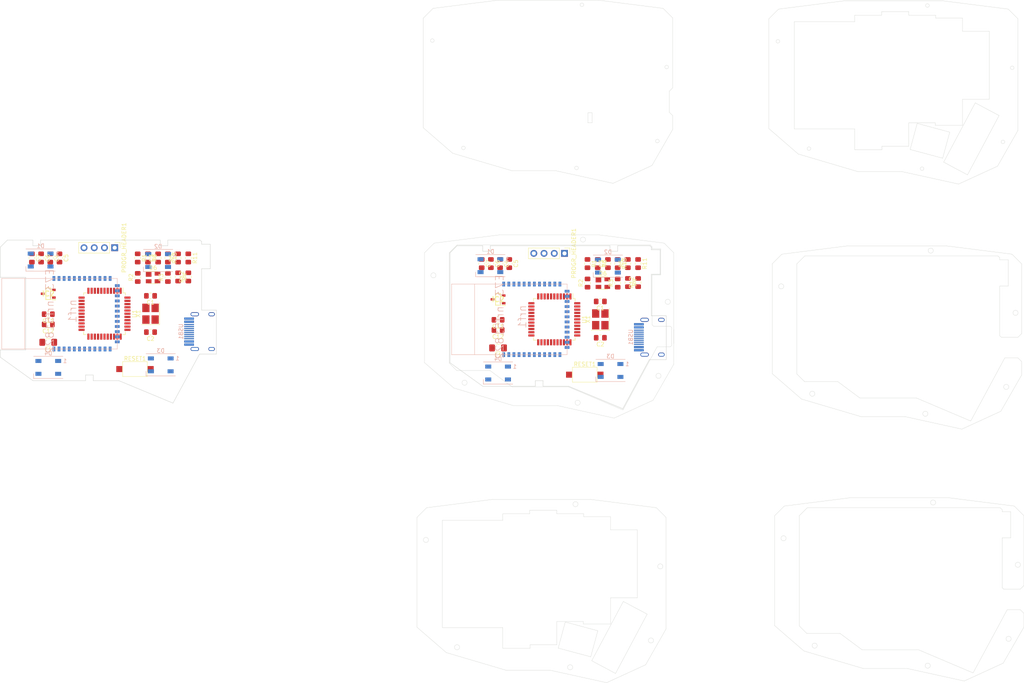
<source format=kicad_pcb>
(kicad_pcb (version 20171130) (host pcbnew "(5.1.2)-2")

  (general
    (thickness 1.6)
    (drawings 315)
    (tracks 0)
    (zones 0)
    (modules 62)
    (nets 13)
  )

  (page A4)
  (layers
    (0 F.Cu signal)
    (31 B.Cu signal)
    (32 B.Adhes user)
    (33 F.Adhes user)
    (34 B.Paste user)
    (35 F.Paste user)
    (36 B.SilkS user)
    (37 F.SilkS user)
    (38 B.Mask user)
    (39 F.Mask user)
    (40 Dwgs.User user)
    (41 Cmts.User user)
    (42 Eco1.User user)
    (43 Eco2.User user)
    (44 Edge.Cuts user)
    (45 Margin user)
    (46 B.CrtYd user)
    (47 F.CrtYd user)
    (48 B.Fab user)
    (49 F.Fab user)
  )

  (setup
    (last_trace_width 0.25)
    (trace_clearance 0.2)
    (zone_clearance 0.508)
    (zone_45_only no)
    (trace_min 0.2)
    (via_size 0.8)
    (via_drill 0.4)
    (via_min_size 0.4)
    (via_min_drill 0.3)
    (uvia_size 0.3)
    (uvia_drill 0.1)
    (uvias_allowed no)
    (uvia_min_size 0.2)
    (uvia_min_drill 0.1)
    (edge_width 0.1)
    (segment_width 0.2)
    (pcb_text_width 0.3)
    (pcb_text_size 1.5 1.5)
    (mod_edge_width 0.15)
    (mod_text_size 1 1)
    (mod_text_width 0.15)
    (pad_size 1.524 1.524)
    (pad_drill 0.762)
    (pad_to_mask_clearance 0)
    (aux_axis_origin 0 0)
    (visible_elements 7FFFFFFF)
    (pcbplotparams
      (layerselection 0x010fc_ffffffff)
      (usegerberextensions false)
      (usegerberattributes false)
      (usegerberadvancedattributes false)
      (creategerberjobfile false)
      (excludeedgelayer true)
      (linewidth 0.100000)
      (plotframeref false)
      (viasonmask false)
      (mode 1)
      (useauxorigin false)
      (hpglpennumber 1)
      (hpglpenspeed 20)
      (hpglpendiameter 15.000000)
      (psnegative false)
      (psa4output false)
      (plotreference true)
      (plotvalue true)
      (plotinvisibletext false)
      (padsonsilk false)
      (subtractmaskfromsilk false)
      (outputformat 1)
      (mirror false)
      (drillshape 1)
      (scaleselection 1)
      (outputdirectory ""))
  )

  (net 0 "")
  (net 1 GND)
  (net 2 "Net-(C3-Pad1)")
  (net 3 +5V)
  (net 4 VCC)
  (net 5 +3.3V)
  (net 6 SWDIO)
  (net 7 SWCLK)
  (net 8 TXODIV)
  (net 9 "Net-(R1-Pad2)")
  (net 10 "Net-(R5-Pad2)")
  (net 11 "Net-(R6-Pad2)")
  (net 12 TXO)

  (net_class Default 这是默认网络类。
    (clearance 0.2)
    (trace_width 0.25)
    (via_dia 0.8)
    (via_drill 0.4)
    (uvia_dia 0.3)
    (uvia_drill 0.1)
    (add_net +3.3V)
    (add_net +5V)
    (add_net GND)
    (add_net "Net-(C3-Pad1)")
    (add_net "Net-(R1-Pad2)")
    (add_net "Net-(R5-Pad2)")
    (add_net "Net-(R6-Pad2)")
    (add_net SWCLK)
    (add_net SWDIO)
    (add_net TXO)
    (add_net TXODIV)
    (add_net VCC)
  )

  (module Resistor_SMD:R_0805_2012Metric_Pad1.15x1.40mm_HandSolder (layer F.Cu) (tedit 5B36C52B) (tstamp 5EA23BE5)
    (at -201.412049 93.612589 90)
    (descr "Resistor SMD 0805 (2012 Metric), square (rectangular) end terminal, IPC_7351 nominal with elongated pad for handsoldering. (Body size source: https://docs.google.com/spreadsheets/d/1BsfQQcO9C6DZCsRaXUlFlo91Tg2WpOkGARC1WS5S8t0/edit?usp=sharing), generated with kicad-footprint-generator")
    (tags "resistor handsolder")
    (path /5E286924)
    (attr smd)
    (fp_text reference R3 (at 0 -1.65 90) (layer F.SilkS)
      (effects (font (size 1 1) (thickness 0.15)))
    )
    (fp_text value 22 (at 0 1.65 90) (layer F.Fab)
      (effects (font (size 1 1) (thickness 0.15)))
    )
    (fp_text user %R (at 0 0 90) (layer F.Fab)
      (effects (font (size 0.5 0.5) (thickness 0.08)))
    )
    (fp_line (start 1.85 0.95) (end -1.85 0.95) (layer F.CrtYd) (width 0.05))
    (fp_line (start 1.85 -0.95) (end 1.85 0.95) (layer F.CrtYd) (width 0.05))
    (fp_line (start -1.85 -0.95) (end 1.85 -0.95) (layer F.CrtYd) (width 0.05))
    (fp_line (start -1.85 0.95) (end -1.85 -0.95) (layer F.CrtYd) (width 0.05))
    (fp_line (start -0.261252 0.71) (end 0.261252 0.71) (layer F.SilkS) (width 0.12))
    (fp_line (start -0.261252 -0.71) (end 0.261252 -0.71) (layer F.SilkS) (width 0.12))
    (fp_line (start 1 0.6) (end -1 0.6) (layer F.Fab) (width 0.1))
    (fp_line (start 1 -0.6) (end 1 0.6) (layer F.Fab) (width 0.1))
    (fp_line (start -1 -0.6) (end 1 -0.6) (layer F.Fab) (width 0.1))
    (fp_line (start -1 0.6) (end -1 -0.6) (layer F.Fab) (width 0.1))
    (pad 2 smd roundrect (at 1.025 0 90) (size 1.15 1.4) (layers F.Cu F.Paste F.Mask) (roundrect_rratio 0.217391))
    (pad 1 smd roundrect (at -1.025 0 90) (size 1.15 1.4) (layers F.Cu F.Paste F.Mask) (roundrect_rratio 0.217391))
    (model ${KISYS3DMOD}/Resistor_SMD.3dshapes/R_0805_2012Metric.wrl
      (at (xyz 0 0 0))
      (scale (xyz 1 1 1))
      (rotate (xyz 0 0 0))
    )
  )

  (module Resistor_SMD:R_0805_2012Metric_Pad1.15x1.40mm_HandSolder (layer F.Cu) (tedit 5B36C52B) (tstamp 5EA23BD5)
    (at -196.332049 93.485589 90)
    (descr "Resistor SMD 0805 (2012 Metric), square (rectangular) end terminal, IPC_7351 nominal with elongated pad for handsoldering. (Body size source: https://docs.google.com/spreadsheets/d/1BsfQQcO9C6DZCsRaXUlFlo91Tg2WpOkGARC1WS5S8t0/edit?usp=sharing), generated with kicad-footprint-generator")
    (tags "resistor handsolder")
    (path /5C0D69D3)
    (attr smd)
    (fp_text reference R12 (at 0 -1.65 90) (layer F.SilkS)
      (effects (font (size 1 1) (thickness 0.15)))
    )
    (fp_text value 1.5K (at 0 1.65 90) (layer F.Fab)
      (effects (font (size 1 1) (thickness 0.15)))
    )
    (fp_text user %R (at 0 0 90) (layer F.Fab)
      (effects (font (size 0.5 0.5) (thickness 0.08)))
    )
    (fp_line (start 1.85 0.95) (end -1.85 0.95) (layer F.CrtYd) (width 0.05))
    (fp_line (start 1.85 -0.95) (end 1.85 0.95) (layer F.CrtYd) (width 0.05))
    (fp_line (start -1.85 -0.95) (end 1.85 -0.95) (layer F.CrtYd) (width 0.05))
    (fp_line (start -1.85 0.95) (end -1.85 -0.95) (layer F.CrtYd) (width 0.05))
    (fp_line (start -0.261252 0.71) (end 0.261252 0.71) (layer F.SilkS) (width 0.12))
    (fp_line (start -0.261252 -0.71) (end 0.261252 -0.71) (layer F.SilkS) (width 0.12))
    (fp_line (start 1 0.6) (end -1 0.6) (layer F.Fab) (width 0.1))
    (fp_line (start 1 -0.6) (end 1 0.6) (layer F.Fab) (width 0.1))
    (fp_line (start -1 -0.6) (end 1 -0.6) (layer F.Fab) (width 0.1))
    (fp_line (start -1 0.6) (end -1 -0.6) (layer F.Fab) (width 0.1))
    (pad 2 smd roundrect (at 1.025 0 90) (size 1.15 1.4) (layers F.Cu F.Paste F.Mask) (roundrect_rratio 0.217391))
    (pad 1 smd roundrect (at -1.025 0 90) (size 1.15 1.4) (layers F.Cu F.Paste F.Mask) (roundrect_rratio 0.217391))
    (model ${KISYS3DMOD}/Resistor_SMD.3dshapes/R_0805_2012Metric.wrl
      (at (xyz 0 0 0))
      (scale (xyz 1 1 1))
      (rotate (xyz 0 0 0))
    )
  )

  (module Package_TO_SOT_SMD:SOT-143 (layer F.Cu) (tedit 5A02FF57) (tstamp 5EA23BC2)
    (at -205.095049 93.612589)
    (descr SOT-143)
    (tags SOT-143)
    (path /5E27622C)
    (attr smd)
    (fp_text reference D6 (at 0.02 -2.38) (layer F.SilkS)
      (effects (font (size 1 1) (thickness 0.15)))
    )
    (fp_text value PRTR5V0U2X (at -0.28 2.48) (layer F.Fab)
      (effects (font (size 1 1) (thickness 0.15)))
    )
    (fp_line (start -2.05 1.75) (end -2.05 -1.75) (layer F.CrtYd) (width 0.05))
    (fp_line (start -2.05 1.75) (end 2.05 1.75) (layer F.CrtYd) (width 0.05))
    (fp_line (start 2.05 -1.75) (end -2.05 -1.75) (layer F.CrtYd) (width 0.05))
    (fp_line (start 2.05 -1.75) (end 2.05 1.75) (layer F.CrtYd) (width 0.05))
    (fp_line (start 1.2 -1.5) (end 1.2 1.5) (layer F.Fab) (width 0.1))
    (fp_line (start 1.2 1.5) (end -1.2 1.5) (layer F.Fab) (width 0.1))
    (fp_line (start -1.2 1.5) (end -1.2 -1) (layer F.Fab) (width 0.1))
    (fp_line (start -0.7 -1.5) (end 1.2 -1.5) (layer F.Fab) (width 0.1))
    (fp_line (start -1.2 -1) (end -0.7 -1.5) (layer F.Fab) (width 0.1))
    (fp_line (start 1.2 -1.55) (end -1.75 -1.55) (layer F.SilkS) (width 0.12))
    (fp_line (start -1.2 1.55) (end 1.2 1.55) (layer F.SilkS) (width 0.12))
    (fp_text user %R (at 0 0 -270) (layer F.Fab)
      (effects (font (size 0.5 0.5) (thickness 0.075)))
    )
    (pad 4 smd rect (at 1.1 -0.95 270) (size 1 1.4) (layers F.Cu F.Paste F.Mask))
    (pad 3 smd rect (at 1.1 0.95 270) (size 1 1.4) (layers F.Cu F.Paste F.Mask))
    (pad 2 smd rect (at -1.1 0.95 270) (size 1 1.4) (layers F.Cu F.Paste F.Mask))
    (pad 1 smd rect (at -1.1 -0.77 270) (size 1.2 1.4) (layers F.Cu F.Paste F.Mask))
    (model ${KISYS3DMOD}/Package_TO_SOT_SMD.3dshapes/SOT-143.wrl
      (at (xyz 0 0 0))
      (scale (xyz 1 1 1))
      (rotate (xyz 0 0 0))
    )
  )

  (module Resistor_SMD:R_0805_2012Metric_Pad1.15x1.40mm_HandSolder (layer F.Cu) (tedit 5B36C52B) (tstamp 5EA23BB2)
    (at -198.872049 93.485589 270)
    (descr "Resistor SMD 0805 (2012 Metric), square (rectangular) end terminal, IPC_7351 nominal with elongated pad for handsoldering. (Body size source: https://docs.google.com/spreadsheets/d/1BsfQQcO9C6DZCsRaXUlFlo91Tg2WpOkGARC1WS5S8t0/edit?usp=sharing), generated with kicad-footprint-generator")
    (tags "resistor handsolder")
    (path /5E28EA51)
    (attr smd)
    (fp_text reference R4 (at 0 -1.65 90) (layer F.SilkS)
      (effects (font (size 1 1) (thickness 0.15)))
    )
    (fp_text value 22 (at 0 1.65 90) (layer F.Fab)
      (effects (font (size 1 1) (thickness 0.15)))
    )
    (fp_text user %R (at 0 0 90) (layer F.Fab)
      (effects (font (size 0.5 0.5) (thickness 0.08)))
    )
    (fp_line (start 1.85 0.95) (end -1.85 0.95) (layer F.CrtYd) (width 0.05))
    (fp_line (start 1.85 -0.95) (end 1.85 0.95) (layer F.CrtYd) (width 0.05))
    (fp_line (start -1.85 -0.95) (end 1.85 -0.95) (layer F.CrtYd) (width 0.05))
    (fp_line (start -1.85 0.95) (end -1.85 -0.95) (layer F.CrtYd) (width 0.05))
    (fp_line (start -0.261252 0.71) (end 0.261252 0.71) (layer F.SilkS) (width 0.12))
    (fp_line (start -0.261252 -0.71) (end 0.261252 -0.71) (layer F.SilkS) (width 0.12))
    (fp_line (start 1 0.6) (end -1 0.6) (layer F.Fab) (width 0.1))
    (fp_line (start 1 -0.6) (end 1 0.6) (layer F.Fab) (width 0.1))
    (fp_line (start -1 -0.6) (end 1 -0.6) (layer F.Fab) (width 0.1))
    (fp_line (start -1 0.6) (end -1 -0.6) (layer F.Fab) (width 0.1))
    (pad 2 smd roundrect (at 1.025 0 270) (size 1.15 1.4) (layers F.Cu F.Paste F.Mask) (roundrect_rratio 0.217391))
    (pad 1 smd roundrect (at -1.025 0 270) (size 1.15 1.4) (layers F.Cu F.Paste F.Mask) (roundrect_rratio 0.217391))
    (model ${KISYS3DMOD}/Resistor_SMD.3dshapes/R_0805_2012Metric.wrl
      (at (xyz 0 0 0))
      (scale (xyz 1 1 1))
      (rotate (xyz 0 0 0))
    )
  )

  (module LED_SMD:LED_WS2812B_PLCC4_5.0x5.0mm_P3.2mm (layer B.Cu) (tedit 5AA4B285) (tstamp 5EA23B9C)
    (at -203.835 89.408 180)
    (descr https://cdn-shop.adafruit.com/datasheets/WS2812B.pdf)
    (tags "LED RGB NeoPixel")
    (path /5EA92302)
    (attr smd)
    (fp_text reference D2 (at 0 3.5) (layer B.SilkS)
      (effects (font (size 1 1) (thickness 0.15)) (justify mirror))
    )
    (fp_text value WS2812B (at 0 -4) (layer B.Fab)
      (effects (font (size 1 1) (thickness 0.15)) (justify mirror))
    )
    (fp_circle (center 0 0) (end 0 2) (layer B.Fab) (width 0.1))
    (fp_line (start 3.65 -2.75) (end 3.65 -1.6) (layer B.SilkS) (width 0.12))
    (fp_line (start -3.65 -2.75) (end 3.65 -2.75) (layer B.SilkS) (width 0.12))
    (fp_line (start -3.65 2.75) (end 3.65 2.75) (layer B.SilkS) (width 0.12))
    (fp_line (start 2.5 2.5) (end -2.5 2.5) (layer B.Fab) (width 0.1))
    (fp_line (start 2.5 -2.5) (end 2.5 2.5) (layer B.Fab) (width 0.1))
    (fp_line (start -2.5 -2.5) (end 2.5 -2.5) (layer B.Fab) (width 0.1))
    (fp_line (start -2.5 2.5) (end -2.5 -2.5) (layer B.Fab) (width 0.1))
    (fp_line (start 2.5 -1.5) (end 1.5 -2.5) (layer B.Fab) (width 0.1))
    (fp_line (start -3.45 2.75) (end -3.45 -2.75) (layer B.CrtYd) (width 0.05))
    (fp_line (start -3.45 -2.75) (end 3.45 -2.75) (layer B.CrtYd) (width 0.05))
    (fp_line (start 3.45 -2.75) (end 3.45 2.75) (layer B.CrtYd) (width 0.05))
    (fp_line (start 3.45 2.75) (end -3.45 2.75) (layer B.CrtYd) (width 0.05))
    (fp_text user %R (at 0 0) (layer B.Fab)
      (effects (font (size 0.8 0.8) (thickness 0.15)) (justify mirror))
    )
    (fp_text user 1 (at -4.15 1.6) (layer B.SilkS)
      (effects (font (size 1 1) (thickness 0.15)) (justify mirror))
    )
    (pad 1 smd rect (at -2.45 1.6 180) (size 1.5 1) (layers B.Cu B.Paste B.Mask))
    (pad 2 smd rect (at -2.45 -1.6 180) (size 1.5 1) (layers B.Cu B.Paste B.Mask))
    (pad 4 smd rect (at 2.45 1.6 180) (size 1.5 1) (layers B.Cu B.Paste B.Mask))
    (pad 3 smd rect (at 2.45 -1.6 180) (size 1.5 1) (layers B.Cu B.Paste B.Mask))
    (model ${KISYS3DMOD}/LED_SMD.3dshapes/LED_WS2812B_PLCC4_5.0x5.0mm_P3.2mm.wrl
      (at (xyz 0 0 0))
      (scale (xyz 1 1 1))
      (rotate (xyz 0 0 0))
    )
  )

  (module Capacitor_SMD:C_0805_2012Metric_Pad1.15x1.40mm_HandSolder (layer F.Cu) (tedit 5B36C52B) (tstamp 5EA23B8C)
    (at -205.730049 98.184589 180)
    (descr "Capacitor SMD 0805 (2012 Metric), square (rectangular) end terminal, IPC_7351 nominal with elongated pad for handsoldering. (Body size source: https://docs.google.com/spreadsheets/d/1BsfQQcO9C6DZCsRaXUlFlo91Tg2WpOkGARC1WS5S8t0/edit?usp=sharing), generated with kicad-footprint-generator")
    (tags "capacitor handsolder")
    (path /5E1EDC3E)
    (attr smd)
    (fp_text reference C1 (at 0 -1.65) (layer F.SilkS)
      (effects (font (size 1 1) (thickness 0.15)))
    )
    (fp_text value 22pF (at 0 1.65) (layer F.Fab)
      (effects (font (size 1 1) (thickness 0.15)))
    )
    (fp_text user %R (at 0 0) (layer F.Fab)
      (effects (font (size 0.5 0.5) (thickness 0.08)))
    )
    (fp_line (start 1.85 0.95) (end -1.85 0.95) (layer F.CrtYd) (width 0.05))
    (fp_line (start 1.85 -0.95) (end 1.85 0.95) (layer F.CrtYd) (width 0.05))
    (fp_line (start -1.85 -0.95) (end 1.85 -0.95) (layer F.CrtYd) (width 0.05))
    (fp_line (start -1.85 0.95) (end -1.85 -0.95) (layer F.CrtYd) (width 0.05))
    (fp_line (start -0.261252 0.71) (end 0.261252 0.71) (layer F.SilkS) (width 0.12))
    (fp_line (start -0.261252 -0.71) (end 0.261252 -0.71) (layer F.SilkS) (width 0.12))
    (fp_line (start 1 0.6) (end -1 0.6) (layer F.Fab) (width 0.1))
    (fp_line (start 1 -0.6) (end 1 0.6) (layer F.Fab) (width 0.1))
    (fp_line (start -1 -0.6) (end 1 -0.6) (layer F.Fab) (width 0.1))
    (fp_line (start -1 0.6) (end -1 -0.6) (layer F.Fab) (width 0.1))
    (pad 2 smd roundrect (at 1.025 0 180) (size 1.15 1.4) (layers F.Cu F.Paste F.Mask) (roundrect_rratio 0.217391))
    (pad 1 smd roundrect (at -1.025 0 180) (size 1.15 1.4) (layers F.Cu F.Paste F.Mask) (roundrect_rratio 0.217391))
    (model ${KISYS3DMOD}/Capacitor_SMD.3dshapes/C_0805_2012Metric.wrl
      (at (xyz 0 0 0))
      (scale (xyz 1 1 1))
      (rotate (xyz 0 0 0))
    )
  )

  (module Crystal:Crystal_SMD_3225-4Pin_3.2x2.5mm_HandSoldering (layer F.Cu) (tedit 5A0FD1B2) (tstamp 5EA23B79)
    (at -205.730049 102.629589 90)
    (descr "SMD Crystal SERIES SMD3225/4 http://www.txccrystal.com/images/pdf/7m-accuracy.pdf, hand-soldering, 3.2x2.5mm^2 package")
    (tags "SMD SMT crystal hand-soldering")
    (path /5E1B449D)
    (attr smd)
    (fp_text reference X1 (at 0 -3.05 90) (layer F.SilkS)
      (effects (font (size 1 1) (thickness 0.15)))
    )
    (fp_text value Crystal_GND24 (at 0 3.05 90) (layer F.Fab)
      (effects (font (size 1 1) (thickness 0.15)))
    )
    (fp_line (start 2.8 -2.3) (end -2.8 -2.3) (layer F.CrtYd) (width 0.05))
    (fp_line (start 2.8 2.3) (end 2.8 -2.3) (layer F.CrtYd) (width 0.05))
    (fp_line (start -2.8 2.3) (end 2.8 2.3) (layer F.CrtYd) (width 0.05))
    (fp_line (start -2.8 -2.3) (end -2.8 2.3) (layer F.CrtYd) (width 0.05))
    (fp_line (start -2.7 2.25) (end 2.7 2.25) (layer F.SilkS) (width 0.12))
    (fp_line (start -2.7 -2.25) (end -2.7 2.25) (layer F.SilkS) (width 0.12))
    (fp_line (start -1.6 0.25) (end -0.6 1.25) (layer F.Fab) (width 0.1))
    (fp_line (start 1.6 -1.25) (end -1.6 -1.25) (layer F.Fab) (width 0.1))
    (fp_line (start 1.6 1.25) (end 1.6 -1.25) (layer F.Fab) (width 0.1))
    (fp_line (start -1.6 1.25) (end 1.6 1.25) (layer F.Fab) (width 0.1))
    (fp_line (start -1.6 -1.25) (end -1.6 1.25) (layer F.Fab) (width 0.1))
    (fp_text user %R (at 0 0 90) (layer F.Fab)
      (effects (font (size 0.7 0.7) (thickness 0.105)))
    )
    (pad 4 smd rect (at -1.45 -1.15 90) (size 2.1 1.8) (layers F.Cu F.Paste F.Mask))
    (pad 3 smd rect (at 1.45 -1.15 90) (size 2.1 1.8) (layers F.Cu F.Paste F.Mask))
    (pad 2 smd rect (at 1.45 1.15 90) (size 2.1 1.8) (layers F.Cu F.Paste F.Mask))
    (pad 1 smd rect (at -1.45 1.15 90) (size 2.1 1.8) (layers F.Cu F.Paste F.Mask))
    (model ${KISYS3DMOD}/Crystal.3dshapes/Crystal_SMD_3225-4Pin_3.2x2.5mm_HandSoldering.wrl
      (at (xyz 0 0 0))
      (scale (xyz 1 1 1))
      (rotate (xyz 0 0 0))
    )
  )

  (module Resistor_SMD:R_0805_2012Metric_Pad1.15x1.40mm_HandSolder (layer F.Cu) (tedit 5B36C52B) (tstamp 5EA23B69)
    (at -208.905049 93.612589 90)
    (descr "Resistor SMD 0805 (2012 Metric), square (rectangular) end terminal, IPC_7351 nominal with elongated pad for handsoldering. (Body size source: https://docs.google.com/spreadsheets/d/1BsfQQcO9C6DZCsRaXUlFlo91Tg2WpOkGARC1WS5S8t0/edit?usp=sharing), generated with kicad-footprint-generator")
    (tags "resistor handsolder")
    (path /5E41BAED)
    (attr smd)
    (fp_text reference R2 (at 0 -1.65 90) (layer F.SilkS)
      (effects (font (size 1 1) (thickness 0.15)))
    )
    (fp_text value 5.1K (at 0 1.65 90) (layer F.Fab)
      (effects (font (size 1 1) (thickness 0.15)))
    )
    (fp_text user %R (at 0 0 90) (layer F.Fab)
      (effects (font (size 0.5 0.5) (thickness 0.08)))
    )
    (fp_line (start 1.85 0.95) (end -1.85 0.95) (layer F.CrtYd) (width 0.05))
    (fp_line (start 1.85 -0.95) (end 1.85 0.95) (layer F.CrtYd) (width 0.05))
    (fp_line (start -1.85 -0.95) (end 1.85 -0.95) (layer F.CrtYd) (width 0.05))
    (fp_line (start -1.85 0.95) (end -1.85 -0.95) (layer F.CrtYd) (width 0.05))
    (fp_line (start -0.261252 0.71) (end 0.261252 0.71) (layer F.SilkS) (width 0.12))
    (fp_line (start -0.261252 -0.71) (end 0.261252 -0.71) (layer F.SilkS) (width 0.12))
    (fp_line (start 1 0.6) (end -1 0.6) (layer F.Fab) (width 0.1))
    (fp_line (start 1 -0.6) (end 1 0.6) (layer F.Fab) (width 0.1))
    (fp_line (start -1 -0.6) (end 1 -0.6) (layer F.Fab) (width 0.1))
    (fp_line (start -1 0.6) (end -1 -0.6) (layer F.Fab) (width 0.1))
    (pad 2 smd roundrect (at 1.025 0 90) (size 1.15 1.4) (layers F.Cu F.Paste F.Mask) (roundrect_rratio 0.217391))
    (pad 1 smd roundrect (at -1.025 0 90) (size 1.15 1.4) (layers F.Cu F.Paste F.Mask) (roundrect_rratio 0.217391))
    (model ${KISYS3DMOD}/Resistor_SMD.3dshapes/R_0805_2012Metric.wrl
      (at (xyz 0 0 0))
      (scale (xyz 1 1 1))
      (rotate (xyz 0 0 0))
    )
  )

  (module Package_QFP:TQFP-44_10x10mm_P0.8mm (layer F.Cu) (tedit 5A02F146) (tstamp 5EA23B27)
    (at -217.160049 102.629589 270)
    (descr "44-Lead Plastic Thin Quad Flatpack (PT) - 10x10x1.0 mm Body [TQFP] (see Microchip Packaging Specification 00000049BS.pdf)")
    (tags "QFP 0.8")
    (path /5E0D61AE)
    (attr smd)
    (fp_text reference U1 (at 0 -7.45 90) (layer F.SilkS)
      (effects (font (size 1 1) (thickness 0.15)))
    )
    (fp_text value ATmega32U4-AU (at 0 7.45 90) (layer F.Fab)
      (effects (font (size 1 1) (thickness 0.15)))
    )
    (fp_line (start -5.175 -4.6) (end -6.45 -4.6) (layer F.SilkS) (width 0.15))
    (fp_line (start 5.175 -5.175) (end 4.5 -5.175) (layer F.SilkS) (width 0.15))
    (fp_line (start 5.175 5.175) (end 4.5 5.175) (layer F.SilkS) (width 0.15))
    (fp_line (start -5.175 5.175) (end -4.5 5.175) (layer F.SilkS) (width 0.15))
    (fp_line (start -5.175 -5.175) (end -4.5 -5.175) (layer F.SilkS) (width 0.15))
    (fp_line (start -5.175 5.175) (end -5.175 4.5) (layer F.SilkS) (width 0.15))
    (fp_line (start 5.175 5.175) (end 5.175 4.5) (layer F.SilkS) (width 0.15))
    (fp_line (start 5.175 -5.175) (end 5.175 -4.5) (layer F.SilkS) (width 0.15))
    (fp_line (start -5.175 -5.175) (end -5.175 -4.6) (layer F.SilkS) (width 0.15))
    (fp_line (start -6.7 6.7) (end 6.7 6.7) (layer F.CrtYd) (width 0.05))
    (fp_line (start -6.7 -6.7) (end 6.7 -6.7) (layer F.CrtYd) (width 0.05))
    (fp_line (start 6.7 -6.7) (end 6.7 6.7) (layer F.CrtYd) (width 0.05))
    (fp_line (start -6.7 -6.7) (end -6.7 6.7) (layer F.CrtYd) (width 0.05))
    (fp_line (start -5 -4) (end -4 -5) (layer F.Fab) (width 0.15))
    (fp_line (start -5 5) (end -5 -4) (layer F.Fab) (width 0.15))
    (fp_line (start 5 5) (end -5 5) (layer F.Fab) (width 0.15))
    (fp_line (start 5 -5) (end 5 5) (layer F.Fab) (width 0.15))
    (fp_line (start -4 -5) (end 5 -5) (layer F.Fab) (width 0.15))
    (fp_text user %R (at 0 0 90) (layer F.Fab)
      (effects (font (size 1 1) (thickness 0.15)))
    )
    (pad 44 smd rect (at -4 -5.7) (size 1.5 0.55) (layers F.Cu F.Paste F.Mask))
    (pad 43 smd rect (at -3.2 -5.7) (size 1.5 0.55) (layers F.Cu F.Paste F.Mask))
    (pad 42 smd rect (at -2.4 -5.7) (size 1.5 0.55) (layers F.Cu F.Paste F.Mask))
    (pad 41 smd rect (at -1.6 -5.7) (size 1.5 0.55) (layers F.Cu F.Paste F.Mask))
    (pad 40 smd rect (at -0.8 -5.7) (size 1.5 0.55) (layers F.Cu F.Paste F.Mask))
    (pad 39 smd rect (at 0 -5.7) (size 1.5 0.55) (layers F.Cu F.Paste F.Mask))
    (pad 38 smd rect (at 0.8 -5.7) (size 1.5 0.55) (layers F.Cu F.Paste F.Mask))
    (pad 37 smd rect (at 1.6 -5.7) (size 1.5 0.55) (layers F.Cu F.Paste F.Mask))
    (pad 36 smd rect (at 2.4 -5.7) (size 1.5 0.55) (layers F.Cu F.Paste F.Mask))
    (pad 35 smd rect (at 3.2 -5.7) (size 1.5 0.55) (layers F.Cu F.Paste F.Mask))
    (pad 34 smd rect (at 4 -5.7) (size 1.5 0.55) (layers F.Cu F.Paste F.Mask))
    (pad 33 smd rect (at 5.7 -4 270) (size 1.5 0.55) (layers F.Cu F.Paste F.Mask))
    (pad 32 smd rect (at 5.7 -3.2 270) (size 1.5 0.55) (layers F.Cu F.Paste F.Mask))
    (pad 31 smd rect (at 5.7 -2.4 270) (size 1.5 0.55) (layers F.Cu F.Paste F.Mask))
    (pad 30 smd rect (at 5.7 -1.6 270) (size 1.5 0.55) (layers F.Cu F.Paste F.Mask))
    (pad 29 smd rect (at 5.7 -0.8 270) (size 1.5 0.55) (layers F.Cu F.Paste F.Mask))
    (pad 28 smd rect (at 5.7 0 270) (size 1.5 0.55) (layers F.Cu F.Paste F.Mask))
    (pad 27 smd rect (at 5.7 0.8 270) (size 1.5 0.55) (layers F.Cu F.Paste F.Mask))
    (pad 26 smd rect (at 5.7 1.6 270) (size 1.5 0.55) (layers F.Cu F.Paste F.Mask))
    (pad 25 smd rect (at 5.7 2.4 270) (size 1.5 0.55) (layers F.Cu F.Paste F.Mask))
    (pad 24 smd rect (at 5.7 3.2 270) (size 1.5 0.55) (layers F.Cu F.Paste F.Mask))
    (pad 23 smd rect (at 5.7 4 270) (size 1.5 0.55) (layers F.Cu F.Paste F.Mask))
    (pad 22 smd rect (at 4 5.7) (size 1.5 0.55) (layers F.Cu F.Paste F.Mask))
    (pad 21 smd rect (at 3.2 5.7) (size 1.5 0.55) (layers F.Cu F.Paste F.Mask))
    (pad 20 smd rect (at 2.4 5.7) (size 1.5 0.55) (layers F.Cu F.Paste F.Mask))
    (pad 19 smd rect (at 1.6 5.7) (size 1.5 0.55) (layers F.Cu F.Paste F.Mask))
    (pad 18 smd rect (at 0.8 5.7) (size 1.5 0.55) (layers F.Cu F.Paste F.Mask))
    (pad 17 smd rect (at 0 5.7) (size 1.5 0.55) (layers F.Cu F.Paste F.Mask))
    (pad 16 smd rect (at -0.8 5.7) (size 1.5 0.55) (layers F.Cu F.Paste F.Mask))
    (pad 15 smd rect (at -1.6 5.7) (size 1.5 0.55) (layers F.Cu F.Paste F.Mask))
    (pad 14 smd rect (at -2.4 5.7) (size 1.5 0.55) (layers F.Cu F.Paste F.Mask))
    (pad 13 smd rect (at -3.2 5.7) (size 1.5 0.55) (layers F.Cu F.Paste F.Mask))
    (pad 12 smd rect (at -4 5.7) (size 1.5 0.55) (layers F.Cu F.Paste F.Mask))
    (pad 11 smd rect (at -5.7 4 270) (size 1.5 0.55) (layers F.Cu F.Paste F.Mask))
    (pad 10 smd rect (at -5.7 3.2 270) (size 1.5 0.55) (layers F.Cu F.Paste F.Mask))
    (pad 9 smd rect (at -5.7 2.4 270) (size 1.5 0.55) (layers F.Cu F.Paste F.Mask))
    (pad 8 smd rect (at -5.7 1.6 270) (size 1.5 0.55) (layers F.Cu F.Paste F.Mask))
    (pad 7 smd rect (at -5.7 0.8 270) (size 1.5 0.55) (layers F.Cu F.Paste F.Mask))
    (pad 6 smd rect (at -5.7 0 270) (size 1.5 0.55) (layers F.Cu F.Paste F.Mask))
    (pad 5 smd rect (at -5.7 -0.8 270) (size 1.5 0.55) (layers F.Cu F.Paste F.Mask))
    (pad 4 smd rect (at -5.7 -1.6 270) (size 1.5 0.55) (layers F.Cu F.Paste F.Mask))
    (pad 3 smd rect (at -5.7 -2.4 270) (size 1.5 0.55) (layers F.Cu F.Paste F.Mask))
    (pad 2 smd rect (at -5.7 -3.2 270) (size 1.5 0.55) (layers F.Cu F.Paste F.Mask))
    (pad 1 smd rect (at -5.7 -4 270) (size 1.5 0.55) (layers F.Cu F.Paste F.Mask))
    (model ${KISYS3DMOD}/Package_QFP.3dshapes/TQFP-44_10x10mm_P0.8mm.wrl
      (at (xyz 0 0 0))
      (scale (xyz 1 1 1))
      (rotate (xyz 0 0 0))
    )
  )

  (module Type-C:HRO-TYPE-C-31-M-12-HandSoldering (layer B.Cu) (tedit 5ACED934) (tstamp 5EA23B0E)
    (at -187.950049 107.074589 270)
    (path /5E08E8E5)
    (fp_text reference USB1 (at 0 10.2 90) (layer B.SilkS)
      (effects (font (size 1 1) (thickness 0.15)) (justify mirror))
    )
    (fp_text value HRO-TYPE-C-31-M-12 (at 0 -1.15 90) (layer Dwgs.User)
      (effects (font (size 1 1) (thickness 0.15)))
    )
    (fp_line (start -4.47 0) (end 4.47 0) (layer Dwgs.User) (width 0.15))
    (fp_line (start -4.47 0) (end -4.47 7.3) (layer Dwgs.User) (width 0.15))
    (fp_line (start 4.47 0) (end 4.47 7.3) (layer Dwgs.User) (width 0.15))
    (fp_line (start -4.47 7.3) (end 4.47 7.3) (layer Dwgs.User) (width 0.15))
    (pad 12 smd rect (at 3.225 8.195 270) (size 0.6 2.45) (layers B.Cu B.Paste B.Mask))
    (pad 1 smd rect (at -3.225 8.195 270) (size 0.6 2.45) (layers B.Cu B.Paste B.Mask))
    (pad 11 smd rect (at 2.45 8.195 270) (size 0.6 2.45) (layers B.Cu B.Paste B.Mask))
    (pad 2 smd rect (at -2.45 8.195 270) (size 0.6 2.45) (layers B.Cu B.Paste B.Mask))
    (pad 3 smd rect (at -1.75 8.195 270) (size 0.3 2.45) (layers B.Cu B.Paste B.Mask))
    (pad 10 smd rect (at 1.75 8.195 270) (size 0.3 2.45) (layers B.Cu B.Paste B.Mask))
    (pad 4 smd rect (at -1.25 8.195 270) (size 0.3 2.45) (layers B.Cu B.Paste B.Mask))
    (pad 9 smd rect (at 1.25 8.195 270) (size 0.3 2.45) (layers B.Cu B.Paste B.Mask))
    (pad 5 smd rect (at -0.75 8.195 270) (size 0.3 2.45) (layers B.Cu B.Paste B.Mask))
    (pad 8 smd rect (at 0.75 8.195 270) (size 0.3 2.45) (layers B.Cu B.Paste B.Mask))
    (pad 7 smd rect (at 0.25 8.195 270) (size 0.3 2.45) (layers B.Cu B.Paste B.Mask))
    (pad 6 smd rect (at -0.25 8.195 270) (size 0.3 2.45) (layers B.Cu B.Paste B.Mask))
    (pad "" np_thru_hole circle (at 2.89 6.25 270) (size 0.65 0.65) (drill 0.65) (layers *.Cu *.Mask))
    (pad "" np_thru_hole circle (at -2.89 6.25 270) (size 0.65 0.65) (drill 0.65) (layers *.Cu *.Mask))
    (pad 13 thru_hole oval (at -4.32 6.78 270) (size 1 2.1) (drill oval 0.6 1.7) (layers *.Cu F.Mask))
    (pad 13 thru_hole oval (at 4.32 6.78 270) (size 1 2.1) (drill oval 0.6 1.7) (layers *.Cu F.Mask))
    (pad 13 thru_hole oval (at -4.32 2.6 270) (size 1 1.6) (drill oval 0.6 1.2) (layers *.Cu F.Mask))
    (pad 13 thru_hole oval (at 4.32 2.6 270) (size 1 1.6) (drill oval 0.6 1.2) (layers *.Cu F.Mask))
  )

  (module Capacitor_SMD:C_0805_2012Metric_Pad1.15x1.40mm_HandSolder (layer F.Cu) (tedit 5B36C52B) (tstamp 5EA23AFE)
    (at -205.730049 107.201589 180)
    (descr "Capacitor SMD 0805 (2012 Metric), square (rectangular) end terminal, IPC_7351 nominal with elongated pad for handsoldering. (Body size source: https://docs.google.com/spreadsheets/d/1BsfQQcO9C6DZCsRaXUlFlo91Tg2WpOkGARC1WS5S8t0/edit?usp=sharing), generated with kicad-footprint-generator")
    (tags "capacitor handsolder")
    (path /5E1EB139)
    (attr smd)
    (fp_text reference C2 (at 0 -1.65) (layer F.SilkS)
      (effects (font (size 1 1) (thickness 0.15)))
    )
    (fp_text value 22pF (at 0 1.65) (layer F.Fab)
      (effects (font (size 1 1) (thickness 0.15)))
    )
    (fp_text user %R (at 0 0) (layer F.Fab)
      (effects (font (size 0.5 0.5) (thickness 0.08)))
    )
    (fp_line (start 1.85 0.95) (end -1.85 0.95) (layer F.CrtYd) (width 0.05))
    (fp_line (start 1.85 -0.95) (end 1.85 0.95) (layer F.CrtYd) (width 0.05))
    (fp_line (start -1.85 -0.95) (end 1.85 -0.95) (layer F.CrtYd) (width 0.05))
    (fp_line (start -1.85 0.95) (end -1.85 -0.95) (layer F.CrtYd) (width 0.05))
    (fp_line (start -0.261252 0.71) (end 0.261252 0.71) (layer F.SilkS) (width 0.12))
    (fp_line (start -0.261252 -0.71) (end 0.261252 -0.71) (layer F.SilkS) (width 0.12))
    (fp_line (start 1 0.6) (end -1 0.6) (layer F.Fab) (width 0.1))
    (fp_line (start 1 -0.6) (end 1 0.6) (layer F.Fab) (width 0.1))
    (fp_line (start -1 -0.6) (end 1 -0.6) (layer F.Fab) (width 0.1))
    (fp_line (start -1 0.6) (end -1 -0.6) (layer F.Fab) (width 0.1))
    (pad 2 smd roundrect (at 1.025 0 180) (size 1.15 1.4) (layers F.Cu F.Paste F.Mask) (roundrect_rratio 0.217391))
    (pad 1 smd roundrect (at -1.025 0 180) (size 1.15 1.4) (layers F.Cu F.Paste F.Mask) (roundrect_rratio 0.217391))
    (model ${KISYS3DMOD}/Capacitor_SMD.3dshapes/C_0805_2012Metric.wrl
      (at (xyz 0 0 0))
      (scale (xyz 1 1 1))
      (rotate (xyz 0 0 0))
    )
  )

  (module Button_Switch_SMD:SW_SPST_CK_RS282G05A3 (layer F.Cu) (tedit 5A7A67D2) (tstamp 5EA23AE4)
    (at -209.590745 116.377785)
    (descr https://www.mouser.com/ds/2/60/RS-282G05A-SM_RT-1159762.pdf)
    (tags "SPST button tactile switch")
    (path /5C0CF608)
    (attr smd)
    (fp_text reference RESET1 (at 0 -2.6 180) (layer F.SilkS)
      (effects (font (size 1 1) (thickness 0.15)))
    )
    (fp_text value SW_SPST (at 0 3 180) (layer F.Fab)
      (effects (font (size 1 1) (thickness 0.15)))
    )
    (fp_line (start 3 -1.8) (end 3 1.8) (layer F.Fab) (width 0.1))
    (fp_line (start -3 -1.8) (end -3 1.8) (layer F.Fab) (width 0.1))
    (fp_line (start -3 -1.8) (end 3 -1.8) (layer F.Fab) (width 0.1))
    (fp_line (start -3 1.8) (end 3 1.8) (layer F.Fab) (width 0.1))
    (fp_line (start -1.5 -0.8) (end -1.5 0.8) (layer F.Fab) (width 0.1))
    (fp_line (start 1.5 -0.8) (end 1.5 0.8) (layer F.Fab) (width 0.1))
    (fp_line (start -1.5 -0.8) (end 1.5 -0.8) (layer F.Fab) (width 0.1))
    (fp_line (start -1.5 0.8) (end 1.5 0.8) (layer F.Fab) (width 0.1))
    (fp_line (start -3.06 1.85) (end -3.06 -1.85) (layer F.SilkS) (width 0.12))
    (fp_line (start 3.06 1.85) (end -3.06 1.85) (layer F.SilkS) (width 0.12))
    (fp_line (start 3.06 -1.85) (end 3.06 1.85) (layer F.SilkS) (width 0.12))
    (fp_line (start -3.06 -1.85) (end 3.06 -1.85) (layer F.SilkS) (width 0.12))
    (fp_line (start -1.75 1) (end -1.75 -1) (layer F.Fab) (width 0.1))
    (fp_line (start 1.75 1) (end -1.75 1) (layer F.Fab) (width 0.1))
    (fp_line (start 1.75 -1) (end 1.75 1) (layer F.Fab) (width 0.1))
    (fp_line (start -1.75 -1) (end 1.75 -1) (layer F.Fab) (width 0.1))
    (fp_text user %R (at 0 -2.6 180) (layer F.Fab)
      (effects (font (size 1 1) (thickness 0.15)))
    )
    (fp_line (start -4.9 -2.05) (end 4.9 -2.05) (layer F.CrtYd) (width 0.05))
    (fp_line (start 4.9 -2.05) (end 4.9 2.05) (layer F.CrtYd) (width 0.05))
    (fp_line (start 4.9 2.05) (end -4.9 2.05) (layer F.CrtYd) (width 0.05))
    (fp_line (start -4.9 2.05) (end -4.9 -2.05) (layer F.CrtYd) (width 0.05))
    (pad 2 smd rect (at 3.9 0) (size 1.5 1.5) (layers F.Cu F.Paste F.Mask))
    (pad 1 smd rect (at -3.9 0) (size 1.5 1.5) (layers F.Cu F.Paste F.Mask))
    (model ${KISYS3DMOD}/Button_Switch_SMD.3dshapes/SW_SPST_CK_RS282G05A3.wrl
      (at (xyz 0 0 0))
      (scale (xyz 1 1 1))
      (rotate (xyz 0 0 0))
    )
  )

  (module wingxx-receiver:E73-nrf51822-Module (layer B.Cu) (tedit 5E200113) (tstamp 5EA23AB8)
    (at -213.985049 100.724589 270)
    (descr YJ-14015-Modul)
    (tags YJ-14015)
    (path /5E244543)
    (attr smd)
    (fp_text reference nrf1 (at 1.27 11.1252 90) (layer B.SilkS)
      (effects (font (size 1.9304 1.9304) (thickness 0.1524)) (justify mirror))
    )
    (fp_text value E73-nrf51822 (at 1.27 16.764 90) (layer B.SilkS)
      (effects (font (size 1.9304 1.9304) (thickness 0.1524)) (justify mirror))
    )
    (fp_line (start 10.668 22.987) (end -6.858 22.987) (layer B.SilkS) (width 0.1))
    (fp_line (start -6.858 28.702) (end -6.858 0) (layer B.SilkS) (width 0.1))
    (fp_line (start 10.668 28.702) (end -6.858 28.702) (layer B.SilkS) (width 0.1))
    (fp_line (start 10.668 0) (end 10.668 28.702) (layer B.SilkS) (width 0.1))
    (fp_line (start -6.858 0) (end 10.668 0) (layer B.SilkS) (width 0.1))
    (pad 12 smd rect (at -6.858 1.778 180) (size 0.6985 1.19888) (layers B.Cu B.Paste B.Mask))
    (pad 31 smd rect (at 10.668 9.398 180) (size 0.6985 1.19888) (layers B.Cu B.Paste B.Mask))
    (pad 32 smd rect (at 10.668 10.668 180) (size 0.6985 1.19888) (layers B.Cu B.Paste B.Mask))
    (pad 13 smd rect (at -5.08 0 180) (size 1.19888 0.6985) (layers B.Cu B.Paste B.Mask))
    (pad 10 smd rect (at -6.858 4.318 180) (size 0.6985 1.19888) (layers B.Cu B.Paste B.Mask))
    (pad 9 smd rect (at -6.858 5.588 180) (size 0.6985 1.19888) (layers B.Cu B.Paste B.Mask))
    (pad 8 smd rect (at -6.858 6.858 180) (size 0.6985 1.19888) (layers B.Cu B.Paste B.Mask))
    (pad 7 smd rect (at -6.858 8.128 180) (size 0.6985 1.19888) (layers B.Cu B.Paste B.Mask))
    (pad 6 smd rect (at -6.858 9.398 180) (size 0.6985 1.19888) (layers B.Cu B.Paste B.Mask))
    (pad 5 smd rect (at -6.858 10.668 180) (size 0.6985 1.19888) (layers B.Cu B.Paste B.Mask))
    (pad 4 smd rect (at -6.858 11.938 180) (size 0.6985 1.19888) (layers B.Cu B.Paste B.Mask))
    (pad 3 smd rect (at -6.858 13.208 180) (size 0.6985 1.19888) (layers B.Cu B.Paste B.Mask))
    (pad 2 smd rect (at -6.858 14.478 180) (size 0.6985 1.19888) (layers B.Cu B.Paste B.Mask))
    (pad 36 smd rect (at 10.668 15.748 180) (size 0.6985 1.19888) (layers B.Cu B.Paste B.Mask))
    (pad 35 smd rect (at 10.668 14.478 180) (size 0.6985 1.19888) (layers B.Cu B.Paste B.Mask))
    (pad 34 smd rect (at 10.668 13.208 180) (size 0.6985 1.19888) (layers B.Cu B.Paste B.Mask))
    (pad 33 smd rect (at 10.668 11.938 180) (size 0.6985 1.19888) (layers B.Cu B.Paste B.Mask))
    (pad 30 smd rect (at 10.668 8.128 180) (size 0.6985 1.19888) (layers B.Cu B.Paste B.Mask))
    (pad 29 smd rect (at 10.668 6.858 180) (size 0.6985 1.19888) (layers B.Cu B.Paste B.Mask))
    (pad 28 smd rect (at 10.668 5.588 180) (size 0.6985 1.19888) (layers B.Cu B.Paste B.Mask))
    (pad 27 smd rect (at 10.668 4.318 180) (size 0.6985 1.19888) (layers B.Cu B.Paste B.Mask))
    (pad 26 smd rect (at 10.668 3.048 180) (size 0.6985 1.19888) (layers B.Cu B.Paste B.Mask))
    (pad 25 smd rect (at 10.668 1.778 180) (size 0.6985 1.19888) (layers B.Cu B.Paste B.Mask))
    (pad 24 smd rect (at 8.89 0 180) (size 1.19888 0.6985) (layers B.Cu B.Paste B.Mask))
    (pad 23 smd rect (at 7.62 0 180) (size 1.19888 0.6985) (layers B.Cu B.Paste B.Mask))
    (pad 22 smd rect (at 6.35 0 180) (size 1.19888 0.6985) (layers B.Cu B.Paste B.Mask))
    (pad 21 smd rect (at 5.08 0 180) (size 1.19888 0.6985) (layers B.Cu B.Paste B.Mask))
    (pad 20 smd rect (at 3.81 0 180) (size 1.19888 0.6985) (layers B.Cu B.Paste B.Mask))
    (pad 19 smd rect (at 2.54 0 180) (size 1.19888 0.6985) (layers B.Cu B.Paste B.Mask))
    (pad 18 smd rect (at 1.27 0 180) (size 1.19888 0.6985) (layers B.Cu B.Paste B.Mask))
    (pad 17 smd rect (at 0 0 180) (size 1.19888 0.6985) (layers B.Cu B.Paste B.Mask))
    (pad 16 smd rect (at -1.27 0 180) (size 1.19888 0.6985) (layers B.Cu B.Paste B.Mask))
    (pad 15 smd rect (at -2.54 0 180) (size 1.19888 0.6985) (layers B.Cu B.Paste B.Mask))
    (pad 14 smd rect (at -3.81 0 180) (size 1.19888 0.6985) (layers B.Cu B.Paste B.Mask))
    (pad 1 smd rect (at -6.858 15.748 180) (size 0.6985 1.19888) (layers B.Cu B.Paste B.Mask))
    (pad 11 smd rect (at -6.858 3.048 180) (size 0.6985 1.19888) (layers B.Cu B.Paste B.Mask))
  )

  (module Capacitor_SMD:C_0805_2012Metric_Pad1.15x1.40mm_HandSolder (layer F.Cu) (tedit 5B36C52B) (tstamp 5EA23AA8)
    (at -203.835 88.773 90)
    (descr "Capacitor SMD 0805 (2012 Metric), square (rectangular) end terminal, IPC_7351 nominal with elongated pad for handsoldering. (Body size source: https://docs.google.com/spreadsheets/d/1BsfQQcO9C6DZCsRaXUlFlo91Tg2WpOkGARC1WS5S8t0/edit?usp=sharing), generated with kicad-footprint-generator")
    (tags "capacitor handsolder")
    (path /5E17532F)
    (attr smd)
    (fp_text reference C3 (at 0 -1.65 90) (layer F.SilkS)
      (effects (font (size 1 1) (thickness 0.15)))
    )
    (fp_text value 1uF (at 0 1.65 90) (layer F.Fab)
      (effects (font (size 1 1) (thickness 0.15)))
    )
    (fp_line (start -1 0.6) (end -1 -0.6) (layer F.Fab) (width 0.1))
    (fp_line (start -1 -0.6) (end 1 -0.6) (layer F.Fab) (width 0.1))
    (fp_line (start 1 -0.6) (end 1 0.6) (layer F.Fab) (width 0.1))
    (fp_line (start 1 0.6) (end -1 0.6) (layer F.Fab) (width 0.1))
    (fp_line (start -0.261252 -0.71) (end 0.261252 -0.71) (layer F.SilkS) (width 0.12))
    (fp_line (start -0.261252 0.71) (end 0.261252 0.71) (layer F.SilkS) (width 0.12))
    (fp_line (start -1.85 0.95) (end -1.85 -0.95) (layer F.CrtYd) (width 0.05))
    (fp_line (start -1.85 -0.95) (end 1.85 -0.95) (layer F.CrtYd) (width 0.05))
    (fp_line (start 1.85 -0.95) (end 1.85 0.95) (layer F.CrtYd) (width 0.05))
    (fp_line (start 1.85 0.95) (end -1.85 0.95) (layer F.CrtYd) (width 0.05))
    (fp_text user %R (at 0 0 90) (layer F.Fab)
      (effects (font (size 0.5 0.5) (thickness 0.08)))
    )
    (pad 1 smd roundrect (at -1.025 0 90) (size 1.15 1.4) (layers F.Cu F.Paste F.Mask) (roundrect_rratio 0.217391))
    (pad 2 smd roundrect (at 1.025 0 90) (size 1.15 1.4) (layers F.Cu F.Paste F.Mask) (roundrect_rratio 0.217391))
    (model ${KISYS3DMOD}/Capacitor_SMD.3dshapes/C_0805_2012Metric.wrl
      (at (xyz 0 0 0))
      (scale (xyz 1 1 1))
      (rotate (xyz 0 0 0))
    )
  )

  (module Capacitor_SMD:C_0805_2012Metric_Pad1.15x1.40mm_HandSolder (layer F.Cu) (tedit 5B36C52B) (tstamp 5EA23A98)
    (at -230.632 88.773 270)
    (descr "Capacitor SMD 0805 (2012 Metric), square (rectangular) end terminal, IPC_7351 nominal with elongated pad for handsoldering. (Body size source: https://docs.google.com/spreadsheets/d/1BsfQQcO9C6DZCsRaXUlFlo91Tg2WpOkGARC1WS5S8t0/edit?usp=sharing), generated with kicad-footprint-generator")
    (tags "capacitor handsolder")
    (path /5E217A94)
    (attr smd)
    (fp_text reference C4 (at 0 -1.65 90) (layer F.SilkS)
      (effects (font (size 1 1) (thickness 0.15)))
    )
    (fp_text value 100nF (at 0 1.65 90) (layer F.Fab)
      (effects (font (size 1 1) (thickness 0.15)))
    )
    (fp_text user %R (at 0 0 90) (layer F.Fab)
      (effects (font (size 0.5 0.5) (thickness 0.08)))
    )
    (fp_line (start 1.85 0.95) (end -1.85 0.95) (layer F.CrtYd) (width 0.05))
    (fp_line (start 1.85 -0.95) (end 1.85 0.95) (layer F.CrtYd) (width 0.05))
    (fp_line (start -1.85 -0.95) (end 1.85 -0.95) (layer F.CrtYd) (width 0.05))
    (fp_line (start -1.85 0.95) (end -1.85 -0.95) (layer F.CrtYd) (width 0.05))
    (fp_line (start -0.261252 0.71) (end 0.261252 0.71) (layer F.SilkS) (width 0.12))
    (fp_line (start -0.261252 -0.71) (end 0.261252 -0.71) (layer F.SilkS) (width 0.12))
    (fp_line (start 1 0.6) (end -1 0.6) (layer F.Fab) (width 0.1))
    (fp_line (start 1 -0.6) (end 1 0.6) (layer F.Fab) (width 0.1))
    (fp_line (start -1 -0.6) (end 1 -0.6) (layer F.Fab) (width 0.1))
    (fp_line (start -1 0.6) (end -1 -0.6) (layer F.Fab) (width 0.1))
    (pad 2 smd roundrect (at 1.025 0 270) (size 1.15 1.4) (layers F.Cu F.Paste F.Mask) (roundrect_rratio 0.217391))
    (pad 1 smd roundrect (at -1.025 0 270) (size 1.15 1.4) (layers F.Cu F.Paste F.Mask) (roundrect_rratio 0.217391))
    (model ${KISYS3DMOD}/Capacitor_SMD.3dshapes/C_0805_2012Metric.wrl
      (at (xyz 0 0 0))
      (scale (xyz 1 1 1))
      (rotate (xyz 0 0 0))
    )
  )

  (module Capacitor_SMD:C_0805_2012Metric_Pad1.15x1.40mm_HandSolder (layer F.Cu) (tedit 5B36C52B) (tstamp 5EA23A88)
    (at -235.204 88.773 270)
    (descr "Capacitor SMD 0805 (2012 Metric), square (rectangular) end terminal, IPC_7351 nominal with elongated pad for handsoldering. (Body size source: https://docs.google.com/spreadsheets/d/1BsfQQcO9C6DZCsRaXUlFlo91Tg2WpOkGARC1WS5S8t0/edit?usp=sharing), generated with kicad-footprint-generator")
    (tags "capacitor handsolder")
    (path /5E215FDA)
    (attr smd)
    (fp_text reference C7 (at 0 -1.65 90) (layer F.SilkS)
      (effects (font (size 1 1) (thickness 0.15)))
    )
    (fp_text value 10uF (at 0 1.65 90) (layer F.Fab)
      (effects (font (size 1 1) (thickness 0.15)))
    )
    (fp_text user %R (at 0 0 90) (layer F.Fab)
      (effects (font (size 0.5 0.5) (thickness 0.08)))
    )
    (fp_line (start 1.85 0.95) (end -1.85 0.95) (layer F.CrtYd) (width 0.05))
    (fp_line (start 1.85 -0.95) (end 1.85 0.95) (layer F.CrtYd) (width 0.05))
    (fp_line (start -1.85 -0.95) (end 1.85 -0.95) (layer F.CrtYd) (width 0.05))
    (fp_line (start -1.85 0.95) (end -1.85 -0.95) (layer F.CrtYd) (width 0.05))
    (fp_line (start -0.261252 0.71) (end 0.261252 0.71) (layer F.SilkS) (width 0.12))
    (fp_line (start -0.261252 -0.71) (end 0.261252 -0.71) (layer F.SilkS) (width 0.12))
    (fp_line (start 1 0.6) (end -1 0.6) (layer F.Fab) (width 0.1))
    (fp_line (start 1 -0.6) (end 1 0.6) (layer F.Fab) (width 0.1))
    (fp_line (start -1 -0.6) (end 1 -0.6) (layer F.Fab) (width 0.1))
    (fp_line (start -1 0.6) (end -1 -0.6) (layer F.Fab) (width 0.1))
    (pad 2 smd roundrect (at 1.025 0 270) (size 1.15 1.4) (layers F.Cu F.Paste F.Mask) (roundrect_rratio 0.217391))
    (pad 1 smd roundrect (at -1.025 0 270) (size 1.15 1.4) (layers F.Cu F.Paste F.Mask) (roundrect_rratio 0.217391))
    (model ${KISYS3DMOD}/Capacitor_SMD.3dshapes/C_0805_2012Metric.wrl
      (at (xyz 0 0 0))
      (scale (xyz 1 1 1))
      (rotate (xyz 0 0 0))
    )
  )

  (module Capacitor_SMD:C_0805_2012Metric_Pad1.15x1.40mm_HandSolder (layer F.Cu) (tedit 5B36C52B) (tstamp 5EA23A78)
    (at -231.14 102.743 180)
    (descr "Capacitor SMD 0805 (2012 Metric), square (rectangular) end terminal, IPC_7351 nominal with elongated pad for handsoldering. (Body size source: https://docs.google.com/spreadsheets/d/1BsfQQcO9C6DZCsRaXUlFlo91Tg2WpOkGARC1WS5S8t0/edit?usp=sharing), generated with kicad-footprint-generator")
    (tags "capacitor handsolder")
    (path /5E65FBDB)
    (attr smd)
    (fp_text reference C11 (at 0 -1.65) (layer F.SilkS)
      (effects (font (size 1 1) (thickness 0.15)))
    )
    (fp_text value 1uF (at 0 1.65) (layer F.Fab)
      (effects (font (size 1 1) (thickness 0.15)))
    )
    (fp_line (start -1 0.6) (end -1 -0.6) (layer F.Fab) (width 0.1))
    (fp_line (start -1 -0.6) (end 1 -0.6) (layer F.Fab) (width 0.1))
    (fp_line (start 1 -0.6) (end 1 0.6) (layer F.Fab) (width 0.1))
    (fp_line (start 1 0.6) (end -1 0.6) (layer F.Fab) (width 0.1))
    (fp_line (start -0.261252 -0.71) (end 0.261252 -0.71) (layer F.SilkS) (width 0.12))
    (fp_line (start -0.261252 0.71) (end 0.261252 0.71) (layer F.SilkS) (width 0.12))
    (fp_line (start -1.85 0.95) (end -1.85 -0.95) (layer F.CrtYd) (width 0.05))
    (fp_line (start -1.85 -0.95) (end 1.85 -0.95) (layer F.CrtYd) (width 0.05))
    (fp_line (start 1.85 -0.95) (end 1.85 0.95) (layer F.CrtYd) (width 0.05))
    (fp_line (start 1.85 0.95) (end -1.85 0.95) (layer F.CrtYd) (width 0.05))
    (fp_text user %R (at 0 0) (layer F.Fab)
      (effects (font (size 0.5 0.5) (thickness 0.08)))
    )
    (pad 1 smd roundrect (at -1.025 0 180) (size 1.15 1.4) (layers F.Cu F.Paste F.Mask) (roundrect_rratio 0.217391))
    (pad 2 smd roundrect (at 1.025 0 180) (size 1.15 1.4) (layers F.Cu F.Paste F.Mask) (roundrect_rratio 0.217391))
    (model ${KISYS3DMOD}/Capacitor_SMD.3dshapes/C_0805_2012Metric.wrl
      (at (xyz 0 0 0))
      (scale (xyz 1 1 1))
      (rotate (xyz 0 0 0))
    )
  )

  (module Capacitor_SMD:C_0805_2012Metric_Pad1.15x1.40mm_HandSolder (layer F.Cu) (tedit 5B36C52B) (tstamp 5EA23A68)
    (at -231.14 105.283 180)
    (descr "Capacitor SMD 0805 (2012 Metric), square (rectangular) end terminal, IPC_7351 nominal with elongated pad for handsoldering. (Body size source: https://docs.google.com/spreadsheets/d/1BsfQQcO9C6DZCsRaXUlFlo91Tg2WpOkGARC1WS5S8t0/edit?usp=sharing), generated with kicad-footprint-generator")
    (tags "capacitor handsolder")
    (path /5E6648E4)
    (attr smd)
    (fp_text reference C12 (at 0 -1.65) (layer F.SilkS)
      (effects (font (size 1 1) (thickness 0.15)))
    )
    (fp_text value 1uF (at 0 1.65) (layer F.Fab)
      (effects (font (size 1 1) (thickness 0.15)))
    )
    (fp_line (start -1 0.6) (end -1 -0.6) (layer F.Fab) (width 0.1))
    (fp_line (start -1 -0.6) (end 1 -0.6) (layer F.Fab) (width 0.1))
    (fp_line (start 1 -0.6) (end 1 0.6) (layer F.Fab) (width 0.1))
    (fp_line (start 1 0.6) (end -1 0.6) (layer F.Fab) (width 0.1))
    (fp_line (start -0.261252 -0.71) (end 0.261252 -0.71) (layer F.SilkS) (width 0.12))
    (fp_line (start -0.261252 0.71) (end 0.261252 0.71) (layer F.SilkS) (width 0.12))
    (fp_line (start -1.85 0.95) (end -1.85 -0.95) (layer F.CrtYd) (width 0.05))
    (fp_line (start -1.85 -0.95) (end 1.85 -0.95) (layer F.CrtYd) (width 0.05))
    (fp_line (start 1.85 -0.95) (end 1.85 0.95) (layer F.CrtYd) (width 0.05))
    (fp_line (start 1.85 0.95) (end -1.85 0.95) (layer F.CrtYd) (width 0.05))
    (fp_text user %R (at 0 0) (layer F.Fab)
      (effects (font (size 0.5 0.5) (thickness 0.08)))
    )
    (pad 1 smd roundrect (at -1.025 0 180) (size 1.15 1.4) (layers F.Cu F.Paste F.Mask) (roundrect_rratio 0.217391))
    (pad 2 smd roundrect (at 1.025 0 180) (size 1.15 1.4) (layers F.Cu F.Paste F.Mask) (roundrect_rratio 0.217391))
    (model ${KISYS3DMOD}/Capacitor_SMD.3dshapes/C_0805_2012Metric.wrl
      (at (xyz 0 0 0))
      (scale (xyz 1 1 1))
      (rotate (xyz 0 0 0))
    )
  )

  (module Fuse:Fuse_1206_3216Metric_Pad1.42x1.75mm_HandSolder (layer F.Cu) (tedit 5B301BBE) (tstamp 5EA23A58)
    (at -231.14 109.728 180)
    (descr "Fuse SMD 1206 (3216 Metric), square (rectangular) end terminal, IPC_7351 nominal with elongated pad for handsoldering. (Body size source: http://www.tortai-tech.com/upload/download/2011102023233369053.pdf), generated with kicad-footprint-generator")
    (tags "resistor handsolder")
    (path /5E279CB3)
    (attr smd)
    (fp_text reference F1 (at 0 -1.82) (layer F.SilkS)
      (effects (font (size 1 1) (thickness 0.15)))
    )
    (fp_text value MF-NSMF050-2 (at 0 1.82) (layer F.Fab)
      (effects (font (size 1 1) (thickness 0.15)))
    )
    (fp_line (start -1.6 0.8) (end -1.6 -0.8) (layer F.Fab) (width 0.1))
    (fp_line (start -1.6 -0.8) (end 1.6 -0.8) (layer F.Fab) (width 0.1))
    (fp_line (start 1.6 -0.8) (end 1.6 0.8) (layer F.Fab) (width 0.1))
    (fp_line (start 1.6 0.8) (end -1.6 0.8) (layer F.Fab) (width 0.1))
    (fp_line (start -0.602064 -0.91) (end 0.602064 -0.91) (layer F.SilkS) (width 0.12))
    (fp_line (start -0.602064 0.91) (end 0.602064 0.91) (layer F.SilkS) (width 0.12))
    (fp_line (start -2.45 1.12) (end -2.45 -1.12) (layer F.CrtYd) (width 0.05))
    (fp_line (start -2.45 -1.12) (end 2.45 -1.12) (layer F.CrtYd) (width 0.05))
    (fp_line (start 2.45 -1.12) (end 2.45 1.12) (layer F.CrtYd) (width 0.05))
    (fp_line (start 2.45 1.12) (end -2.45 1.12) (layer F.CrtYd) (width 0.05))
    (fp_text user %R (at 0 0) (layer F.Fab)
      (effects (font (size 0.8 0.8) (thickness 0.12)))
    )
    (pad 1 smd roundrect (at -1.4875 0 180) (size 1.425 1.75) (layers F.Cu F.Paste F.Mask) (roundrect_rratio 0.175439))
    (pad 2 smd roundrect (at 1.4875 0 180) (size 1.425 1.75) (layers F.Cu F.Paste F.Mask) (roundrect_rratio 0.175439))
    (model ${KISYS3DMOD}/Fuse.3dshapes/Fuse_1206_3216Metric.wrl
      (at (xyz 0 0 0))
      (scale (xyz 1 1 1))
      (rotate (xyz 0 0 0))
    )
  )

  (module Resistor_SMD:R_0805_2012Metric_Pad1.15x1.40mm_HandSolder (layer F.Cu) (tedit 5B36C52B) (tstamp 5EA23A48)
    (at -198.882 88.773 90)
    (descr "Resistor SMD 0805 (2012 Metric), square (rectangular) end terminal, IPC_7351 nominal with elongated pad for handsoldering. (Body size source: https://docs.google.com/spreadsheets/d/1BsfQQcO9C6DZCsRaXUlFlo91Tg2WpOkGARC1WS5S8t0/edit?usp=sharing), generated with kicad-footprint-generator")
    (tags "resistor handsolder")
    (path /5E100BCF)
    (attr smd)
    (fp_text reference R5 (at 0 -1.65 90) (layer F.SilkS)
      (effects (font (size 1 1) (thickness 0.15)))
    )
    (fp_text value 10K (at 0 1.65 90) (layer F.Fab)
      (effects (font (size 1 1) (thickness 0.15)))
    )
    (fp_line (start -1 0.6) (end -1 -0.6) (layer F.Fab) (width 0.1))
    (fp_line (start -1 -0.6) (end 1 -0.6) (layer F.Fab) (width 0.1))
    (fp_line (start 1 -0.6) (end 1 0.6) (layer F.Fab) (width 0.1))
    (fp_line (start 1 0.6) (end -1 0.6) (layer F.Fab) (width 0.1))
    (fp_line (start -0.261252 -0.71) (end 0.261252 -0.71) (layer F.SilkS) (width 0.12))
    (fp_line (start -0.261252 0.71) (end 0.261252 0.71) (layer F.SilkS) (width 0.12))
    (fp_line (start -1.85 0.95) (end -1.85 -0.95) (layer F.CrtYd) (width 0.05))
    (fp_line (start -1.85 -0.95) (end 1.85 -0.95) (layer F.CrtYd) (width 0.05))
    (fp_line (start 1.85 -0.95) (end 1.85 0.95) (layer F.CrtYd) (width 0.05))
    (fp_line (start 1.85 0.95) (end -1.85 0.95) (layer F.CrtYd) (width 0.05))
    (fp_text user %R (at 0 0 90) (layer F.Fab)
      (effects (font (size 0.5 0.5) (thickness 0.08)))
    )
    (pad 1 smd roundrect (at -1.025 0 90) (size 1.15 1.4) (layers F.Cu F.Paste F.Mask) (roundrect_rratio 0.217391))
    (pad 2 smd roundrect (at 1.025 0 90) (size 1.15 1.4) (layers F.Cu F.Paste F.Mask) (roundrect_rratio 0.217391))
    (model ${KISYS3DMOD}/Resistor_SMD.3dshapes/R_0805_2012Metric.wrl
      (at (xyz 0 0 0))
      (scale (xyz 1 1 1))
      (rotate (xyz 0 0 0))
    )
  )

  (module XC6206P332MR:SOT95P280X130-3N (layer F.Cu) (tedit 5E271769) (tstamp 5EA23A34)
    (at -231.14 97.663 180)
    (descr SOT-23-ren1)
    (tags "Integrated Circuit")
    (path /5EA27EF4)
    (attr smd)
    (fp_text reference IC2 (at 0 0) (layer F.SilkS)
      (effects (font (size 1.27 1.27) (thickness 0.254)))
    )
    (fp_text value XC6206P332MR (at 0 0) (layer F.SilkS) hide
      (effects (font (size 1.27 1.27) (thickness 0.254)))
    )
    (fp_line (start -2.1 -1.8) (end 2.1 -1.8) (layer Dwgs.User) (width 0.05))
    (fp_line (start 2.1 -1.8) (end 2.1 1.8) (layer Dwgs.User) (width 0.05))
    (fp_line (start 2.1 1.8) (end -2.1 1.8) (layer Dwgs.User) (width 0.05))
    (fp_line (start -2.1 1.8) (end -2.1 -1.8) (layer Dwgs.User) (width 0.05))
    (fp_line (start -0.825 -1.45) (end 0.825 -1.45) (layer Dwgs.User) (width 0.1))
    (fp_line (start 0.825 -1.45) (end 0.825 1.45) (layer Dwgs.User) (width 0.1))
    (fp_line (start 0.825 1.45) (end -0.825 1.45) (layer Dwgs.User) (width 0.1))
    (fp_line (start -0.825 1.45) (end -0.825 -1.45) (layer Dwgs.User) (width 0.1))
    (fp_line (start -0.825 -0.5) (end 0.125 -1.45) (layer Dwgs.User) (width 0.1))
    (fp_line (start -0.6 -1.45) (end 0.6 -1.45) (layer F.SilkS) (width 0.2))
    (fp_line (start 0.6 -1.45) (end 0.6 1.45) (layer F.SilkS) (width 0.2))
    (fp_line (start 0.6 1.45) (end -0.6 1.45) (layer F.SilkS) (width 0.2))
    (fp_line (start -0.6 1.45) (end -0.6 -1.45) (layer F.SilkS) (width 0.2))
    (fp_line (start -1.85 -1.5) (end -0.95 -1.5) (layer F.SilkS) (width 0.2))
    (pad 1 smd rect (at -1.4 -0.95 270) (size 0.6 0.9) (layers F.Cu F.Paste F.Mask))
    (pad 2 smd rect (at -1.4 0.95 270) (size 0.6 0.9) (layers F.Cu F.Paste F.Mask))
    (pad 3 smd rect (at 1.4 0 270) (size 0.6 0.9) (layers F.Cu F.Paste F.Mask))
  )

  (module Resistor_SMD:R_0805_2012Metric_Pad1.15x1.40mm_HandSolder (layer F.Cu) (tedit 5B36C52B) (tstamp 5EA23A24)
    (at -196.342 88.773 270)
    (descr "Resistor SMD 0805 (2012 Metric), square (rectangular) end terminal, IPC_7351 nominal with elongated pad for handsoldering. (Body size source: https://docs.google.com/spreadsheets/d/1BsfQQcO9C6DZCsRaXUlFlo91Tg2WpOkGARC1WS5S8t0/edit?usp=sharing), generated with kicad-footprint-generator")
    (tags "resistor handsolder")
    (path /5C0D6951)
    (attr smd)
    (fp_text reference R11 (at 0 -1.65 90) (layer F.SilkS)
      (effects (font (size 1 1) (thickness 0.15)))
    )
    (fp_text value 1.5K (at 0 1.65 90) (layer F.Fab)
      (effects (font (size 1 1) (thickness 0.15)))
    )
    (fp_line (start -1 0.6) (end -1 -0.6) (layer F.Fab) (width 0.1))
    (fp_line (start -1 -0.6) (end 1 -0.6) (layer F.Fab) (width 0.1))
    (fp_line (start 1 -0.6) (end 1 0.6) (layer F.Fab) (width 0.1))
    (fp_line (start 1 0.6) (end -1 0.6) (layer F.Fab) (width 0.1))
    (fp_line (start -0.261252 -0.71) (end 0.261252 -0.71) (layer F.SilkS) (width 0.12))
    (fp_line (start -0.261252 0.71) (end 0.261252 0.71) (layer F.SilkS) (width 0.12))
    (fp_line (start -1.85 0.95) (end -1.85 -0.95) (layer F.CrtYd) (width 0.05))
    (fp_line (start -1.85 -0.95) (end 1.85 -0.95) (layer F.CrtYd) (width 0.05))
    (fp_line (start 1.85 -0.95) (end 1.85 0.95) (layer F.CrtYd) (width 0.05))
    (fp_line (start 1.85 0.95) (end -1.85 0.95) (layer F.CrtYd) (width 0.05))
    (fp_text user %R (at 0 0 90) (layer F.Fab)
      (effects (font (size 0.5 0.5) (thickness 0.08)))
    )
    (pad 1 smd roundrect (at -1.025 0 270) (size 1.15 1.4) (layers F.Cu F.Paste F.Mask) (roundrect_rratio 0.217391))
    (pad 2 smd roundrect (at 1.025 0 270) (size 1.15 1.4) (layers F.Cu F.Paste F.Mask) (roundrect_rratio 0.217391))
    (model ${KISYS3DMOD}/Resistor_SMD.3dshapes/R_0805_2012Metric.wrl
      (at (xyz 0 0 0))
      (scale (xyz 1 1 1))
      (rotate (xyz 0 0 0))
    )
  )

  (module Resistor_SMD:R_0805_2012Metric_Pad1.15x1.40mm_HandSolder (layer F.Cu) (tedit 5B36C52B) (tstamp 5EA23A14)
    (at -201.422 88.773 270)
    (descr "Resistor SMD 0805 (2012 Metric), square (rectangular) end terminal, IPC_7351 nominal with elongated pad for handsoldering. (Body size source: https://docs.google.com/spreadsheets/d/1BsfQQcO9C6DZCsRaXUlFlo91Tg2WpOkGARC1WS5S8t0/edit?usp=sharing), generated with kicad-footprint-generator")
    (tags "resistor handsolder")
    (path /5C0D69A3)
    (attr smd)
    (fp_text reference R13 (at 0 -1.65 90) (layer F.SilkS)
      (effects (font (size 1 1) (thickness 0.15)))
    )
    (fp_text value 1.5K (at 0 1.65 90) (layer F.Fab)
      (effects (font (size 1 1) (thickness 0.15)))
    )
    (fp_line (start -1 0.6) (end -1 -0.6) (layer F.Fab) (width 0.1))
    (fp_line (start -1 -0.6) (end 1 -0.6) (layer F.Fab) (width 0.1))
    (fp_line (start 1 -0.6) (end 1 0.6) (layer F.Fab) (width 0.1))
    (fp_line (start 1 0.6) (end -1 0.6) (layer F.Fab) (width 0.1))
    (fp_line (start -0.261252 -0.71) (end 0.261252 -0.71) (layer F.SilkS) (width 0.12))
    (fp_line (start -0.261252 0.71) (end 0.261252 0.71) (layer F.SilkS) (width 0.12))
    (fp_line (start -1.85 0.95) (end -1.85 -0.95) (layer F.CrtYd) (width 0.05))
    (fp_line (start -1.85 -0.95) (end 1.85 -0.95) (layer F.CrtYd) (width 0.05))
    (fp_line (start 1.85 -0.95) (end 1.85 0.95) (layer F.CrtYd) (width 0.05))
    (fp_line (start 1.85 0.95) (end -1.85 0.95) (layer F.CrtYd) (width 0.05))
    (fp_text user %R (at 0 0 90) (layer F.Fab)
      (effects (font (size 0.5 0.5) (thickness 0.08)))
    )
    (pad 1 smd roundrect (at -1.025 0 270) (size 1.15 1.4) (layers F.Cu F.Paste F.Mask) (roundrect_rratio 0.217391))
    (pad 2 smd roundrect (at 1.025 0 270) (size 1.15 1.4) (layers F.Cu F.Paste F.Mask) (roundrect_rratio 0.217391))
    (model ${KISYS3DMOD}/Resistor_SMD.3dshapes/R_0805_2012Metric.wrl
      (at (xyz 0 0 0))
      (scale (xyz 1 1 1))
      (rotate (xyz 0 0 0))
    )
  )

  (module Connector_PinHeader_2.54mm:PinHeader_1x04_P2.54mm_Vertical (layer F.Cu) (tedit 59FED5CC) (tstamp 5EA239FD)
    (at -214.63 86.233 270)
    (descr "Through hole straight pin header, 1x04, 2.54mm pitch, single row")
    (tags "Through hole pin header THT 1x04 2.54mm single row")
    (path /5C0D3AC1)
    (fp_text reference PROGR_HEADER1 (at 0 -2.33 90) (layer F.SilkS)
      (effects (font (size 1 1) (thickness 0.15)))
    )
    (fp_text value Conn_01x04_Female (at 0 9.95 90) (layer F.Fab)
      (effects (font (size 1 1) (thickness 0.15)))
    )
    (fp_line (start -0.635 -1.27) (end 1.27 -1.27) (layer F.Fab) (width 0.1))
    (fp_line (start 1.27 -1.27) (end 1.27 8.89) (layer F.Fab) (width 0.1))
    (fp_line (start 1.27 8.89) (end -1.27 8.89) (layer F.Fab) (width 0.1))
    (fp_line (start -1.27 8.89) (end -1.27 -0.635) (layer F.Fab) (width 0.1))
    (fp_line (start -1.27 -0.635) (end -0.635 -1.27) (layer F.Fab) (width 0.1))
    (fp_line (start -1.33 8.95) (end 1.33 8.95) (layer F.SilkS) (width 0.12))
    (fp_line (start -1.33 1.27) (end -1.33 8.95) (layer F.SilkS) (width 0.12))
    (fp_line (start 1.33 1.27) (end 1.33 8.95) (layer F.SilkS) (width 0.12))
    (fp_line (start -1.33 1.27) (end 1.33 1.27) (layer F.SilkS) (width 0.12))
    (fp_line (start -1.33 0) (end -1.33 -1.33) (layer F.SilkS) (width 0.12))
    (fp_line (start -1.33 -1.33) (end 0 -1.33) (layer F.SilkS) (width 0.12))
    (fp_line (start -1.8 -1.8) (end -1.8 9.4) (layer F.CrtYd) (width 0.05))
    (fp_line (start -1.8 9.4) (end 1.8 9.4) (layer F.CrtYd) (width 0.05))
    (fp_line (start 1.8 9.4) (end 1.8 -1.8) (layer F.CrtYd) (width 0.05))
    (fp_line (start 1.8 -1.8) (end -1.8 -1.8) (layer F.CrtYd) (width 0.05))
    (fp_text user %R (at 0 3.81) (layer F.Fab)
      (effects (font (size 1 1) (thickness 0.15)))
    )
    (pad 1 thru_hole rect (at 0 0 270) (size 1.7 1.7) (drill 1) (layers *.Cu *.Mask))
    (pad 2 thru_hole oval (at 0 2.54 270) (size 1.7 1.7) (drill 1) (layers *.Cu *.Mask))
    (pad 3 thru_hole oval (at 0 5.08 270) (size 1.7 1.7) (drill 1) (layers *.Cu *.Mask))
    (pad 4 thru_hole oval (at 0 7.62 270) (size 1.7 1.7) (drill 1) (layers *.Cu *.Mask))
    (model ${KISYS3DMOD}/Connector_PinHeader_2.54mm.3dshapes/PinHeader_1x04_P2.54mm_Vertical.wrl
      (at (xyz 0 0 0))
      (scale (xyz 1 1 1))
      (rotate (xyz 0 0 0))
    )
  )

  (module Capacitor_SMD:C_0805_2012Metric_Pad1.15x1.40mm_HandSolder (layer F.Cu) (tedit 5B36C52B) (tstamp 5EA239ED)
    (at -228.346 88.773 270)
    (descr "Capacitor SMD 0805 (2012 Metric), square (rectangular) end terminal, IPC_7351 nominal with elongated pad for handsoldering. (Body size source: https://docs.google.com/spreadsheets/d/1BsfQQcO9C6DZCsRaXUlFlo91Tg2WpOkGARC1WS5S8t0/edit?usp=sharing), generated with kicad-footprint-generator")
    (tags "capacitor handsolder")
    (path /5E21CC87)
    (attr smd)
    (fp_text reference C5 (at 0 -1.65 270) (layer F.SilkS)
      (effects (font (size 1 1) (thickness 0.15)))
    )
    (fp_text value 100nF (at 0 1.65 90) (layer F.Fab)
      (effects (font (size 1 1) (thickness 0.15)))
    )
    (fp_text user %R (at 0 0 90) (layer F.Fab)
      (effects (font (size 0.5 0.5) (thickness 0.08)))
    )
    (fp_line (start 1.85 0.95) (end -1.85 0.95) (layer F.CrtYd) (width 0.05))
    (fp_line (start 1.85 -0.95) (end 1.85 0.95) (layer F.CrtYd) (width 0.05))
    (fp_line (start -1.85 -0.95) (end 1.85 -0.95) (layer F.CrtYd) (width 0.05))
    (fp_line (start -1.85 0.95) (end -1.85 -0.95) (layer F.CrtYd) (width 0.05))
    (fp_line (start -0.261252 0.71) (end 0.261252 0.71) (layer F.SilkS) (width 0.12))
    (fp_line (start -0.261252 -0.71) (end 0.261252 -0.71) (layer F.SilkS) (width 0.12))
    (fp_line (start 1 0.6) (end -1 0.6) (layer F.Fab) (width 0.1))
    (fp_line (start 1 -0.6) (end 1 0.6) (layer F.Fab) (width 0.1))
    (fp_line (start -1 -0.6) (end 1 -0.6) (layer F.Fab) (width 0.1))
    (fp_line (start -1 0.6) (end -1 -0.6) (layer F.Fab) (width 0.1))
    (pad 2 smd roundrect (at 1.025 0 270) (size 1.15 1.4) (layers F.Cu F.Paste F.Mask) (roundrect_rratio 0.217391))
    (pad 1 smd roundrect (at -1.025 0 270) (size 1.15 1.4) (layers F.Cu F.Paste F.Mask) (roundrect_rratio 0.217391))
    (model ${KISYS3DMOD}/Capacitor_SMD.3dshapes/C_0805_2012Metric.wrl
      (at (xyz 0 0 0))
      (scale (xyz 1 1 1))
      (rotate (xyz 0 0 0))
    )
  )

  (module Capacitor_SMD:C_0805_2012Metric_Pad1.15x1.40mm_HandSolder (layer F.Cu) (tedit 5B36C52B) (tstamp 5EA239DD)
    (at -232.918 88.773 270)
    (descr "Capacitor SMD 0805 (2012 Metric), square (rectangular) end terminal, IPC_7351 nominal with elongated pad for handsoldering. (Body size source: https://docs.google.com/spreadsheets/d/1BsfQQcO9C6DZCsRaXUlFlo91Tg2WpOkGARC1WS5S8t0/edit?usp=sharing), generated with kicad-footprint-generator")
    (tags "capacitor handsolder")
    (path /5E221E8F)
    (attr smd)
    (fp_text reference C6 (at 0 -1.65 90) (layer F.SilkS)
      (effects (font (size 1 1) (thickness 0.15)))
    )
    (fp_text value 100nF (at 0 1.65 90) (layer F.Fab)
      (effects (font (size 1 1) (thickness 0.15)))
    )
    (fp_text user %R (at 0 0 90) (layer F.Fab)
      (effects (font (size 0.5 0.5) (thickness 0.08)))
    )
    (fp_line (start 1.85 0.95) (end -1.85 0.95) (layer F.CrtYd) (width 0.05))
    (fp_line (start 1.85 -0.95) (end 1.85 0.95) (layer F.CrtYd) (width 0.05))
    (fp_line (start -1.85 -0.95) (end 1.85 -0.95) (layer F.CrtYd) (width 0.05))
    (fp_line (start -1.85 0.95) (end -1.85 -0.95) (layer F.CrtYd) (width 0.05))
    (fp_line (start -0.261252 0.71) (end 0.261252 0.71) (layer F.SilkS) (width 0.12))
    (fp_line (start -0.261252 -0.71) (end 0.261252 -0.71) (layer F.SilkS) (width 0.12))
    (fp_line (start 1 0.6) (end -1 0.6) (layer F.Fab) (width 0.1))
    (fp_line (start 1 -0.6) (end 1 0.6) (layer F.Fab) (width 0.1))
    (fp_line (start -1 -0.6) (end 1 -0.6) (layer F.Fab) (width 0.1))
    (fp_line (start -1 0.6) (end -1 -0.6) (layer F.Fab) (width 0.1))
    (pad 2 smd roundrect (at 1.025 0 270) (size 1.15 1.4) (layers F.Cu F.Paste F.Mask) (roundrect_rratio 0.217391))
    (pad 1 smd roundrect (at -1.025 0 270) (size 1.15 1.4) (layers F.Cu F.Paste F.Mask) (roundrect_rratio 0.217391))
    (model ${KISYS3DMOD}/Capacitor_SMD.3dshapes/C_0805_2012Metric.wrl
      (at (xyz 0 0 0))
      (scale (xyz 1 1 1))
      (rotate (xyz 0 0 0))
    )
  )

  (module Resistor_SMD:R_0805_2012Metric_Pad1.15x1.40mm_HandSolder (layer F.Cu) (tedit 5B36C52B) (tstamp 5EA239CD)
    (at -208.915 88.773 270)
    (descr "Resistor SMD 0805 (2012 Metric), square (rectangular) end terminal, IPC_7351 nominal with elongated pad for handsoldering. (Body size source: https://docs.google.com/spreadsheets/d/1BsfQQcO9C6DZCsRaXUlFlo91Tg2WpOkGARC1WS5S8t0/edit?usp=sharing), generated with kicad-footprint-generator")
    (tags "resistor handsolder")
    (path /5E27FE2E)
    (attr smd)
    (fp_text reference R1 (at 0 -1.65 90) (layer F.SilkS)
      (effects (font (size 1 1) (thickness 0.15)))
    )
    (fp_text value 5.1K (at 0 1.65 90) (layer F.Fab)
      (effects (font (size 1 1) (thickness 0.15)))
    )
    (fp_line (start -1 0.6) (end -1 -0.6) (layer F.Fab) (width 0.1))
    (fp_line (start -1 -0.6) (end 1 -0.6) (layer F.Fab) (width 0.1))
    (fp_line (start 1 -0.6) (end 1 0.6) (layer F.Fab) (width 0.1))
    (fp_line (start 1 0.6) (end -1 0.6) (layer F.Fab) (width 0.1))
    (fp_line (start -0.261252 -0.71) (end 0.261252 -0.71) (layer F.SilkS) (width 0.12))
    (fp_line (start -0.261252 0.71) (end 0.261252 0.71) (layer F.SilkS) (width 0.12))
    (fp_line (start -1.85 0.95) (end -1.85 -0.95) (layer F.CrtYd) (width 0.05))
    (fp_line (start -1.85 -0.95) (end 1.85 -0.95) (layer F.CrtYd) (width 0.05))
    (fp_line (start 1.85 -0.95) (end 1.85 0.95) (layer F.CrtYd) (width 0.05))
    (fp_line (start 1.85 0.95) (end -1.85 0.95) (layer F.CrtYd) (width 0.05))
    (fp_text user %R (at 0 0 90) (layer F.Fab)
      (effects (font (size 0.5 0.5) (thickness 0.08)))
    )
    (pad 1 smd roundrect (at -1.025 0 270) (size 1.15 1.4) (layers F.Cu F.Paste F.Mask) (roundrect_rratio 0.217391))
    (pad 2 smd roundrect (at 1.025 0 270) (size 1.15 1.4) (layers F.Cu F.Paste F.Mask) (roundrect_rratio 0.217391))
    (model ${KISYS3DMOD}/Resistor_SMD.3dshapes/R_0805_2012Metric.wrl
      (at (xyz 0 0 0))
      (scale (xyz 1 1 1))
      (rotate (xyz 0 0 0))
    )
  )

  (module Resistor_SMD:R_0805_2012Metric_Pad1.15x1.40mm_HandSolder (layer F.Cu) (tedit 5B36C52B) (tstamp 5EA239BD)
    (at -206.375 88.773 270)
    (descr "Resistor SMD 0805 (2012 Metric), square (rectangular) end terminal, IPC_7351 nominal with elongated pad for handsoldering. (Body size source: https://docs.google.com/spreadsheets/d/1BsfQQcO9C6DZCsRaXUlFlo91Tg2WpOkGARC1WS5S8t0/edit?usp=sharing), generated with kicad-footprint-generator")
    (tags "resistor handsolder")
    (path /5E60C37C)
    (attr smd)
    (fp_text reference R6 (at 0 -1.65 90) (layer F.SilkS)
      (effects (font (size 1 1) (thickness 0.15)))
    )
    (fp_text value 1K (at 0 1.65 90) (layer F.Fab)
      (effects (font (size 1 1) (thickness 0.15)))
    )
    (fp_line (start -1 0.6) (end -1 -0.6) (layer F.Fab) (width 0.1))
    (fp_line (start -1 -0.6) (end 1 -0.6) (layer F.Fab) (width 0.1))
    (fp_line (start 1 -0.6) (end 1 0.6) (layer F.Fab) (width 0.1))
    (fp_line (start 1 0.6) (end -1 0.6) (layer F.Fab) (width 0.1))
    (fp_line (start -0.261252 -0.71) (end 0.261252 -0.71) (layer F.SilkS) (width 0.12))
    (fp_line (start -0.261252 0.71) (end 0.261252 0.71) (layer F.SilkS) (width 0.12))
    (fp_line (start -1.85 0.95) (end -1.85 -0.95) (layer F.CrtYd) (width 0.05))
    (fp_line (start -1.85 -0.95) (end 1.85 -0.95) (layer F.CrtYd) (width 0.05))
    (fp_line (start 1.85 -0.95) (end 1.85 0.95) (layer F.CrtYd) (width 0.05))
    (fp_line (start 1.85 0.95) (end -1.85 0.95) (layer F.CrtYd) (width 0.05))
    (fp_text user %R (at 0 0 90) (layer F.Fab)
      (effects (font (size 0.5 0.5) (thickness 0.08)))
    )
    (pad 1 smd roundrect (at -1.025 0 270) (size 1.15 1.4) (layers F.Cu F.Paste F.Mask) (roundrect_rratio 0.217391))
    (pad 2 smd roundrect (at 1.025 0 270) (size 1.15 1.4) (layers F.Cu F.Paste F.Mask) (roundrect_rratio 0.217391))
    (model ${KISYS3DMOD}/Resistor_SMD.3dshapes/R_0805_2012Metric.wrl
      (at (xyz 0 0 0))
      (scale (xyz 1 1 1))
      (rotate (xyz 0 0 0))
    )
  )

  (module LED_SMD:LED_WS2812B_PLCC4_5.0x5.0mm_P3.2mm (layer B.Cu) (tedit 5AA4B285) (tstamp 5EA239A7)
    (at -231.130049 115.964589 180)
    (descr https://cdn-shop.adafruit.com/datasheets/WS2812B.pdf)
    (tags "LED RGB NeoPixel")
    (path /5EA92EFF)
    (attr smd)
    (fp_text reference D4 (at 0 3.5) (layer B.SilkS)
      (effects (font (size 1 1) (thickness 0.15)) (justify mirror))
    )
    (fp_text value WS2812B (at 0 -4) (layer B.Fab)
      (effects (font (size 1 1) (thickness 0.15)) (justify mirror))
    )
    (fp_circle (center 0 0) (end 0 2) (layer B.Fab) (width 0.1))
    (fp_line (start 3.65 -2.75) (end 3.65 -1.6) (layer B.SilkS) (width 0.12))
    (fp_line (start -3.65 -2.75) (end 3.65 -2.75) (layer B.SilkS) (width 0.12))
    (fp_line (start -3.65 2.75) (end 3.65 2.75) (layer B.SilkS) (width 0.12))
    (fp_line (start 2.5 2.5) (end -2.5 2.5) (layer B.Fab) (width 0.1))
    (fp_line (start 2.5 -2.5) (end 2.5 2.5) (layer B.Fab) (width 0.1))
    (fp_line (start -2.5 -2.5) (end 2.5 -2.5) (layer B.Fab) (width 0.1))
    (fp_line (start -2.5 2.5) (end -2.5 -2.5) (layer B.Fab) (width 0.1))
    (fp_line (start 2.5 -1.5) (end 1.5 -2.5) (layer B.Fab) (width 0.1))
    (fp_line (start -3.45 2.75) (end -3.45 -2.75) (layer B.CrtYd) (width 0.05))
    (fp_line (start -3.45 -2.75) (end 3.45 -2.75) (layer B.CrtYd) (width 0.05))
    (fp_line (start 3.45 -2.75) (end 3.45 2.75) (layer B.CrtYd) (width 0.05))
    (fp_line (start 3.45 2.75) (end -3.45 2.75) (layer B.CrtYd) (width 0.05))
    (fp_text user %R (at 0 0) (layer B.Fab)
      (effects (font (size 0.8 0.8) (thickness 0.15)) (justify mirror))
    )
    (fp_text user 1 (at -4.15 1.6) (layer B.SilkS)
      (effects (font (size 1 1) (thickness 0.15)) (justify mirror))
    )
    (pad 1 smd rect (at -2.45 1.6 180) (size 1.5 1) (layers B.Cu B.Paste B.Mask))
    (pad 2 smd rect (at -2.45 -1.6 180) (size 1.5 1) (layers B.Cu B.Paste B.Mask))
    (pad 4 smd rect (at 2.45 1.6 180) (size 1.5 1) (layers B.Cu B.Paste B.Mask))
    (pad 3 smd rect (at 2.45 -1.6 180) (size 1.5 1) (layers B.Cu B.Paste B.Mask))
    (model ${KISYS3DMOD}/LED_SMD.3dshapes/LED_WS2812B_PLCC4_5.0x5.0mm_P3.2mm.wrl
      (at (xyz 0 0 0))
      (scale (xyz 1 1 1))
      (rotate (xyz 0 0 0))
    )
  )

  (module LED_SMD:LED_WS2812B_PLCC4_5.0x5.0mm_P3.2mm (layer B.Cu) (tedit 5AA4B285) (tstamp 5EA23991)
    (at -203.190049 115.329589 180)
    (descr https://cdn-shop.adafruit.com/datasheets/WS2812B.pdf)
    (tags "LED RGB NeoPixel")
    (path /5EA927FE)
    (attr smd)
    (fp_text reference D3 (at 0 3.5) (layer B.SilkS)
      (effects (font (size 1 1) (thickness 0.15)) (justify mirror))
    )
    (fp_text value WS2812B (at 0 -4) (layer B.Fab)
      (effects (font (size 1 1) (thickness 0.15)) (justify mirror))
    )
    (fp_circle (center 0 0) (end 0 2) (layer B.Fab) (width 0.1))
    (fp_line (start 3.65 -2.75) (end 3.65 -1.6) (layer B.SilkS) (width 0.12))
    (fp_line (start -3.65 -2.75) (end 3.65 -2.75) (layer B.SilkS) (width 0.12))
    (fp_line (start -3.65 2.75) (end 3.65 2.75) (layer B.SilkS) (width 0.12))
    (fp_line (start 2.5 2.5) (end -2.5 2.5) (layer B.Fab) (width 0.1))
    (fp_line (start 2.5 -2.5) (end 2.5 2.5) (layer B.Fab) (width 0.1))
    (fp_line (start -2.5 -2.5) (end 2.5 -2.5) (layer B.Fab) (width 0.1))
    (fp_line (start -2.5 2.5) (end -2.5 -2.5) (layer B.Fab) (width 0.1))
    (fp_line (start 2.5 -1.5) (end 1.5 -2.5) (layer B.Fab) (width 0.1))
    (fp_line (start -3.45 2.75) (end -3.45 -2.75) (layer B.CrtYd) (width 0.05))
    (fp_line (start -3.45 -2.75) (end 3.45 -2.75) (layer B.CrtYd) (width 0.05))
    (fp_line (start 3.45 -2.75) (end 3.45 2.75) (layer B.CrtYd) (width 0.05))
    (fp_line (start 3.45 2.75) (end -3.45 2.75) (layer B.CrtYd) (width 0.05))
    (fp_text user %R (at 0 0) (layer B.Fab)
      (effects (font (size 0.8 0.8) (thickness 0.15)) (justify mirror))
    )
    (fp_text user 1 (at -4.15 1.6) (layer B.SilkS)
      (effects (font (size 1 1) (thickness 0.15)) (justify mirror))
    )
    (pad 1 smd rect (at -2.45 1.6 180) (size 1.5 1) (layers B.Cu B.Paste B.Mask))
    (pad 2 smd rect (at -2.45 -1.6 180) (size 1.5 1) (layers B.Cu B.Paste B.Mask))
    (pad 4 smd rect (at 2.45 1.6 180) (size 1.5 1) (layers B.Cu B.Paste B.Mask))
    (pad 3 smd rect (at 2.45 -1.6 180) (size 1.5 1) (layers B.Cu B.Paste B.Mask))
    (model ${KISYS3DMOD}/LED_SMD.3dshapes/LED_WS2812B_PLCC4_5.0x5.0mm_P3.2mm.wrl
      (at (xyz 0 0 0))
      (scale (xyz 1 1 1))
      (rotate (xyz 0 0 0))
    )
  )

  (module LED_SMD:LED_WS2812B_PLCC4_5.0x5.0mm_P3.2mm (layer B.Cu) (tedit 5AA4B285) (tstamp 5EA2397B)
    (at -233.035049 89.294589 180)
    (descr https://cdn-shop.adafruit.com/datasheets/WS2812B.pdf)
    (tags "LED RGB NeoPixel")
    (path /5EA8BB1B)
    (attr smd)
    (fp_text reference D1 (at 0 3.5) (layer B.SilkS)
      (effects (font (size 1 1) (thickness 0.15)) (justify mirror))
    )
    (fp_text value WS2812B (at 0 -4) (layer B.Fab)
      (effects (font (size 1 1) (thickness 0.15)) (justify mirror))
    )
    (fp_circle (center 0 0) (end 0 2) (layer B.Fab) (width 0.1))
    (fp_line (start 3.65 -2.75) (end 3.65 -1.6) (layer B.SilkS) (width 0.12))
    (fp_line (start -3.65 -2.75) (end 3.65 -2.75) (layer B.SilkS) (width 0.12))
    (fp_line (start -3.65 2.75) (end 3.65 2.75) (layer B.SilkS) (width 0.12))
    (fp_line (start 2.5 2.5) (end -2.5 2.5) (layer B.Fab) (width 0.1))
    (fp_line (start 2.5 -2.5) (end 2.5 2.5) (layer B.Fab) (width 0.1))
    (fp_line (start -2.5 -2.5) (end 2.5 -2.5) (layer B.Fab) (width 0.1))
    (fp_line (start -2.5 2.5) (end -2.5 -2.5) (layer B.Fab) (width 0.1))
    (fp_line (start 2.5 -1.5) (end 1.5 -2.5) (layer B.Fab) (width 0.1))
    (fp_line (start -3.45 2.75) (end -3.45 -2.75) (layer B.CrtYd) (width 0.05))
    (fp_line (start -3.45 -2.75) (end 3.45 -2.75) (layer B.CrtYd) (width 0.05))
    (fp_line (start 3.45 -2.75) (end 3.45 2.75) (layer B.CrtYd) (width 0.05))
    (fp_line (start 3.45 2.75) (end -3.45 2.75) (layer B.CrtYd) (width 0.05))
    (fp_text user %R (at 0 0) (layer B.Fab)
      (effects (font (size 0.8 0.8) (thickness 0.15)) (justify mirror))
    )
    (fp_text user 1 (at -4.15 1.6) (layer B.SilkS)
      (effects (font (size 1 1) (thickness 0.15)) (justify mirror))
    )
    (pad 1 smd rect (at -2.45 1.6 180) (size 1.5 1) (layers B.Cu B.Paste B.Mask))
    (pad 2 smd rect (at -2.45 -1.6 180) (size 1.5 1) (layers B.Cu B.Paste B.Mask))
    (pad 4 smd rect (at 2.45 1.6 180) (size 1.5 1) (layers B.Cu B.Paste B.Mask))
    (pad 3 smd rect (at 2.45 -1.6 180) (size 1.5 1) (layers B.Cu B.Paste B.Mask))
    (model ${KISYS3DMOD}/LED_SMD.3dshapes/LED_WS2812B_PLCC4_5.0x5.0mm_P3.2mm.wrl
      (at (xyz 0 0 0))
      (scale (xyz 1 1 1))
      (rotate (xyz 0 0 0))
    )
  )

  (module Button_Switch_SMD:SW_SPST_CK_RS282G05A3 (layer F.Cu) (tedit 5A7A67D2) (tstamp 5EA22EC5)
    (at -97.830745 117.774785)
    (descr https://www.mouser.com/ds/2/60/RS-282G05A-SM_RT-1159762.pdf)
    (tags "SPST button tactile switch")
    (path /5C0CF608)
    (attr smd)
    (fp_text reference RESET1 (at 0 -2.6 180) (layer F.SilkS)
      (effects (font (size 1 1) (thickness 0.15)))
    )
    (fp_text value SW_SPST (at 0 3 180) (layer F.Fab)
      (effects (font (size 1 1) (thickness 0.15)))
    )
    (fp_line (start -4.9 2.05) (end -4.9 -2.05) (layer F.CrtYd) (width 0.05))
    (fp_line (start 4.9 2.05) (end -4.9 2.05) (layer F.CrtYd) (width 0.05))
    (fp_line (start 4.9 -2.05) (end 4.9 2.05) (layer F.CrtYd) (width 0.05))
    (fp_line (start -4.9 -2.05) (end 4.9 -2.05) (layer F.CrtYd) (width 0.05))
    (fp_text user %R (at 0 -2.6 180) (layer F.Fab)
      (effects (font (size 1 1) (thickness 0.15)))
    )
    (fp_line (start -1.75 -1) (end 1.75 -1) (layer F.Fab) (width 0.1))
    (fp_line (start 1.75 -1) (end 1.75 1) (layer F.Fab) (width 0.1))
    (fp_line (start 1.75 1) (end -1.75 1) (layer F.Fab) (width 0.1))
    (fp_line (start -1.75 1) (end -1.75 -1) (layer F.Fab) (width 0.1))
    (fp_line (start -3.06 -1.85) (end 3.06 -1.85) (layer F.SilkS) (width 0.12))
    (fp_line (start 3.06 -1.85) (end 3.06 1.85) (layer F.SilkS) (width 0.12))
    (fp_line (start 3.06 1.85) (end -3.06 1.85) (layer F.SilkS) (width 0.12))
    (fp_line (start -3.06 1.85) (end -3.06 -1.85) (layer F.SilkS) (width 0.12))
    (fp_line (start -1.5 0.8) (end 1.5 0.8) (layer F.Fab) (width 0.1))
    (fp_line (start -1.5 -0.8) (end 1.5 -0.8) (layer F.Fab) (width 0.1))
    (fp_line (start 1.5 -0.8) (end 1.5 0.8) (layer F.Fab) (width 0.1))
    (fp_line (start -1.5 -0.8) (end -1.5 0.8) (layer F.Fab) (width 0.1))
    (fp_line (start -3 1.8) (end 3 1.8) (layer F.Fab) (width 0.1))
    (fp_line (start -3 -1.8) (end 3 -1.8) (layer F.Fab) (width 0.1))
    (fp_line (start -3 -1.8) (end -3 1.8) (layer F.Fab) (width 0.1))
    (fp_line (start 3 -1.8) (end 3 1.8) (layer F.Fab) (width 0.1))
    (pad 1 smd rect (at -3.9 0) (size 1.5 1.5) (layers F.Cu F.Paste F.Mask))
    (pad 2 smd rect (at 3.9 0) (size 1.5 1.5) (layers F.Cu F.Paste F.Mask))
    (model ${KISYS3DMOD}/Button_Switch_SMD.3dshapes/SW_SPST_CK_RS282G05A3.wrl
      (at (xyz 0 0 0))
      (scale (xyz 1 1 1))
      (rotate (xyz 0 0 0))
    )
  )

  (module Capacitor_SMD:C_0805_2012Metric_Pad1.15x1.40mm_HandSolder (layer F.Cu) (tedit 5B36C52B) (tstamp 5EA22CD9)
    (at -93.970049 99.581589 180)
    (descr "Capacitor SMD 0805 (2012 Metric), square (rectangular) end terminal, IPC_7351 nominal with elongated pad for handsoldering. (Body size source: https://docs.google.com/spreadsheets/d/1BsfQQcO9C6DZCsRaXUlFlo91Tg2WpOkGARC1WS5S8t0/edit?usp=sharing), generated with kicad-footprint-generator")
    (tags "capacitor handsolder")
    (path /5E1EDC3E)
    (attr smd)
    (fp_text reference C1 (at 0 -1.65) (layer F.SilkS)
      (effects (font (size 1 1) (thickness 0.15)))
    )
    (fp_text value 22pF (at 0 1.65) (layer F.Fab)
      (effects (font (size 1 1) (thickness 0.15)))
    )
    (fp_line (start -1 0.6) (end -1 -0.6) (layer F.Fab) (width 0.1))
    (fp_line (start -1 -0.6) (end 1 -0.6) (layer F.Fab) (width 0.1))
    (fp_line (start 1 -0.6) (end 1 0.6) (layer F.Fab) (width 0.1))
    (fp_line (start 1 0.6) (end -1 0.6) (layer F.Fab) (width 0.1))
    (fp_line (start -0.261252 -0.71) (end 0.261252 -0.71) (layer F.SilkS) (width 0.12))
    (fp_line (start -0.261252 0.71) (end 0.261252 0.71) (layer F.SilkS) (width 0.12))
    (fp_line (start -1.85 0.95) (end -1.85 -0.95) (layer F.CrtYd) (width 0.05))
    (fp_line (start -1.85 -0.95) (end 1.85 -0.95) (layer F.CrtYd) (width 0.05))
    (fp_line (start 1.85 -0.95) (end 1.85 0.95) (layer F.CrtYd) (width 0.05))
    (fp_line (start 1.85 0.95) (end -1.85 0.95) (layer F.CrtYd) (width 0.05))
    (fp_text user %R (at 0 0) (layer F.Fab)
      (effects (font (size 0.5 0.5) (thickness 0.08)))
    )
    (pad 1 smd roundrect (at -1.025 0 180) (size 1.15 1.4) (layers F.Cu F.Paste F.Mask) (roundrect_rratio 0.217391))
    (pad 2 smd roundrect (at 1.025 0 180) (size 1.15 1.4) (layers F.Cu F.Paste F.Mask) (roundrect_rratio 0.217391))
    (model ${KISYS3DMOD}/Capacitor_SMD.3dshapes/C_0805_2012Metric.wrl
      (at (xyz 0 0 0))
      (scale (xyz 1 1 1))
      (rotate (xyz 0 0 0))
    )
  )

  (module Capacitor_SMD:C_0805_2012Metric_Pad1.15x1.40mm_HandSolder (layer F.Cu) (tedit 5B36C52B) (tstamp 5EA22CC9)
    (at -93.970049 108.598589 180)
    (descr "Capacitor SMD 0805 (2012 Metric), square (rectangular) end terminal, IPC_7351 nominal with elongated pad for handsoldering. (Body size source: https://docs.google.com/spreadsheets/d/1BsfQQcO9C6DZCsRaXUlFlo91Tg2WpOkGARC1WS5S8t0/edit?usp=sharing), generated with kicad-footprint-generator")
    (tags "capacitor handsolder")
    (path /5E1EB139)
    (attr smd)
    (fp_text reference C2 (at 0 -1.65) (layer F.SilkS)
      (effects (font (size 1 1) (thickness 0.15)))
    )
    (fp_text value 22pF (at 0 1.65) (layer F.Fab)
      (effects (font (size 1 1) (thickness 0.15)))
    )
    (fp_line (start -1 0.6) (end -1 -0.6) (layer F.Fab) (width 0.1))
    (fp_line (start -1 -0.6) (end 1 -0.6) (layer F.Fab) (width 0.1))
    (fp_line (start 1 -0.6) (end 1 0.6) (layer F.Fab) (width 0.1))
    (fp_line (start 1 0.6) (end -1 0.6) (layer F.Fab) (width 0.1))
    (fp_line (start -0.261252 -0.71) (end 0.261252 -0.71) (layer F.SilkS) (width 0.12))
    (fp_line (start -0.261252 0.71) (end 0.261252 0.71) (layer F.SilkS) (width 0.12))
    (fp_line (start -1.85 0.95) (end -1.85 -0.95) (layer F.CrtYd) (width 0.05))
    (fp_line (start -1.85 -0.95) (end 1.85 -0.95) (layer F.CrtYd) (width 0.05))
    (fp_line (start 1.85 -0.95) (end 1.85 0.95) (layer F.CrtYd) (width 0.05))
    (fp_line (start 1.85 0.95) (end -1.85 0.95) (layer F.CrtYd) (width 0.05))
    (fp_text user %R (at 0 0) (layer F.Fab)
      (effects (font (size 0.5 0.5) (thickness 0.08)))
    )
    (pad 1 smd roundrect (at -1.025 0 180) (size 1.15 1.4) (layers F.Cu F.Paste F.Mask) (roundrect_rratio 0.217391))
    (pad 2 smd roundrect (at 1.025 0 180) (size 1.15 1.4) (layers F.Cu F.Paste F.Mask) (roundrect_rratio 0.217391))
    (model ${KISYS3DMOD}/Capacitor_SMD.3dshapes/C_0805_2012Metric.wrl
      (at (xyz 0 0 0))
      (scale (xyz 1 1 1))
      (rotate (xyz 0 0 0))
    )
  )

  (module Crystal:Crystal_SMD_3225-4Pin_3.2x2.5mm_HandSoldering (layer F.Cu) (tedit 5A0FD1B2) (tstamp 5EA22CB6)
    (at -93.970049 104.026589 90)
    (descr "SMD Crystal SERIES SMD3225/4 http://www.txccrystal.com/images/pdf/7m-accuracy.pdf, hand-soldering, 3.2x2.5mm^2 package")
    (tags "SMD SMT crystal hand-soldering")
    (path /5E1B449D)
    (attr smd)
    (fp_text reference X1 (at 0 -3.05 90) (layer F.SilkS)
      (effects (font (size 1 1) (thickness 0.15)))
    )
    (fp_text value Crystal_GND24 (at 0 3.05 90) (layer F.Fab)
      (effects (font (size 1 1) (thickness 0.15)))
    )
    (fp_text user %R (at 0 0 90) (layer F.Fab)
      (effects (font (size 0.7 0.7) (thickness 0.105)))
    )
    (fp_line (start -1.6 -1.25) (end -1.6 1.25) (layer F.Fab) (width 0.1))
    (fp_line (start -1.6 1.25) (end 1.6 1.25) (layer F.Fab) (width 0.1))
    (fp_line (start 1.6 1.25) (end 1.6 -1.25) (layer F.Fab) (width 0.1))
    (fp_line (start 1.6 -1.25) (end -1.6 -1.25) (layer F.Fab) (width 0.1))
    (fp_line (start -1.6 0.25) (end -0.6 1.25) (layer F.Fab) (width 0.1))
    (fp_line (start -2.7 -2.25) (end -2.7 2.25) (layer F.SilkS) (width 0.12))
    (fp_line (start -2.7 2.25) (end 2.7 2.25) (layer F.SilkS) (width 0.12))
    (fp_line (start -2.8 -2.3) (end -2.8 2.3) (layer F.CrtYd) (width 0.05))
    (fp_line (start -2.8 2.3) (end 2.8 2.3) (layer F.CrtYd) (width 0.05))
    (fp_line (start 2.8 2.3) (end 2.8 -2.3) (layer F.CrtYd) (width 0.05))
    (fp_line (start 2.8 -2.3) (end -2.8 -2.3) (layer F.CrtYd) (width 0.05))
    (pad 1 smd rect (at -1.45 1.15 90) (size 2.1 1.8) (layers F.Cu F.Paste F.Mask))
    (pad 2 smd rect (at 1.45 1.15 90) (size 2.1 1.8) (layers F.Cu F.Paste F.Mask))
    (pad 3 smd rect (at 1.45 -1.15 90) (size 2.1 1.8) (layers F.Cu F.Paste F.Mask))
    (pad 4 smd rect (at -1.45 -1.15 90) (size 2.1 1.8) (layers F.Cu F.Paste F.Mask))
    (model ${KISYS3DMOD}/Crystal.3dshapes/Crystal_SMD_3225-4Pin_3.2x2.5mm_HandSoldering.wrl
      (at (xyz 0 0 0))
      (scale (xyz 1 1 1))
      (rotate (xyz 0 0 0))
    )
  )

  (module Resistor_SMD:R_0805_2012Metric_Pad1.15x1.40mm_HandSolder (layer F.Cu) (tedit 5B36C52B) (tstamp 5EA22CA6)
    (at -89.652049 95.009589 90)
    (descr "Resistor SMD 0805 (2012 Metric), square (rectangular) end terminal, IPC_7351 nominal with elongated pad for handsoldering. (Body size source: https://docs.google.com/spreadsheets/d/1BsfQQcO9C6DZCsRaXUlFlo91Tg2WpOkGARC1WS5S8t0/edit?usp=sharing), generated with kicad-footprint-generator")
    (tags "resistor handsolder")
    (path /5E286924)
    (attr smd)
    (fp_text reference R3 (at 0 -1.65 90) (layer F.SilkS)
      (effects (font (size 1 1) (thickness 0.15)))
    )
    (fp_text value 22 (at 0 1.65 90) (layer F.Fab)
      (effects (font (size 1 1) (thickness 0.15)))
    )
    (fp_line (start -1 0.6) (end -1 -0.6) (layer F.Fab) (width 0.1))
    (fp_line (start -1 -0.6) (end 1 -0.6) (layer F.Fab) (width 0.1))
    (fp_line (start 1 -0.6) (end 1 0.6) (layer F.Fab) (width 0.1))
    (fp_line (start 1 0.6) (end -1 0.6) (layer F.Fab) (width 0.1))
    (fp_line (start -0.261252 -0.71) (end 0.261252 -0.71) (layer F.SilkS) (width 0.12))
    (fp_line (start -0.261252 0.71) (end 0.261252 0.71) (layer F.SilkS) (width 0.12))
    (fp_line (start -1.85 0.95) (end -1.85 -0.95) (layer F.CrtYd) (width 0.05))
    (fp_line (start -1.85 -0.95) (end 1.85 -0.95) (layer F.CrtYd) (width 0.05))
    (fp_line (start 1.85 -0.95) (end 1.85 0.95) (layer F.CrtYd) (width 0.05))
    (fp_line (start 1.85 0.95) (end -1.85 0.95) (layer F.CrtYd) (width 0.05))
    (fp_text user %R (at 0 0 90) (layer F.Fab)
      (effects (font (size 0.5 0.5) (thickness 0.08)))
    )
    (pad 1 smd roundrect (at -1.025 0 90) (size 1.15 1.4) (layers F.Cu F.Paste F.Mask) (roundrect_rratio 0.217391))
    (pad 2 smd roundrect (at 1.025 0 90) (size 1.15 1.4) (layers F.Cu F.Paste F.Mask) (roundrect_rratio 0.217391))
    (model ${KISYS3DMOD}/Resistor_SMD.3dshapes/R_0805_2012Metric.wrl
      (at (xyz 0 0 0))
      (scale (xyz 1 1 1))
      (rotate (xyz 0 0 0))
    )
  )

  (module wingxx-receiver:E73-nrf51822-Module (layer B.Cu) (tedit 5E200113) (tstamp 5EA22C7A)
    (at -102.225049 102.121589 270)
    (descr YJ-14015-Modul)
    (tags YJ-14015)
    (path /5E244543)
    (attr smd)
    (fp_text reference nrf1 (at 1.27 11.1252 90) (layer B.SilkS)
      (effects (font (size 1.9304 1.9304) (thickness 0.1524)) (justify mirror))
    )
    (fp_text value E73-nrf51822 (at 1.27 16.764 90) (layer B.SilkS)
      (effects (font (size 1.9304 1.9304) (thickness 0.1524)) (justify mirror))
    )
    (fp_line (start -6.858 0) (end 10.668 0) (layer B.SilkS) (width 0.1))
    (fp_line (start 10.668 0) (end 10.668 28.702) (layer B.SilkS) (width 0.1))
    (fp_line (start 10.668 28.702) (end -6.858 28.702) (layer B.SilkS) (width 0.1))
    (fp_line (start -6.858 28.702) (end -6.858 0) (layer B.SilkS) (width 0.1))
    (fp_line (start 10.668 22.987) (end -6.858 22.987) (layer B.SilkS) (width 0.1))
    (pad 11 smd rect (at -6.858 3.048 180) (size 0.6985 1.19888) (layers B.Cu B.Paste B.Mask))
    (pad 1 smd rect (at -6.858 15.748 180) (size 0.6985 1.19888) (layers B.Cu B.Paste B.Mask))
    (pad 14 smd rect (at -3.81 0 180) (size 1.19888 0.6985) (layers B.Cu B.Paste B.Mask))
    (pad 15 smd rect (at -2.54 0 180) (size 1.19888 0.6985) (layers B.Cu B.Paste B.Mask))
    (pad 16 smd rect (at -1.27 0 180) (size 1.19888 0.6985) (layers B.Cu B.Paste B.Mask))
    (pad 17 smd rect (at 0 0 180) (size 1.19888 0.6985) (layers B.Cu B.Paste B.Mask))
    (pad 18 smd rect (at 1.27 0 180) (size 1.19888 0.6985) (layers B.Cu B.Paste B.Mask))
    (pad 19 smd rect (at 2.54 0 180) (size 1.19888 0.6985) (layers B.Cu B.Paste B.Mask))
    (pad 20 smd rect (at 3.81 0 180) (size 1.19888 0.6985) (layers B.Cu B.Paste B.Mask))
    (pad 21 smd rect (at 5.08 0 180) (size 1.19888 0.6985) (layers B.Cu B.Paste B.Mask))
    (pad 22 smd rect (at 6.35 0 180) (size 1.19888 0.6985) (layers B.Cu B.Paste B.Mask))
    (pad 23 smd rect (at 7.62 0 180) (size 1.19888 0.6985) (layers B.Cu B.Paste B.Mask))
    (pad 24 smd rect (at 8.89 0 180) (size 1.19888 0.6985) (layers B.Cu B.Paste B.Mask))
    (pad 25 smd rect (at 10.668 1.778 180) (size 0.6985 1.19888) (layers B.Cu B.Paste B.Mask))
    (pad 26 smd rect (at 10.668 3.048 180) (size 0.6985 1.19888) (layers B.Cu B.Paste B.Mask))
    (pad 27 smd rect (at 10.668 4.318 180) (size 0.6985 1.19888) (layers B.Cu B.Paste B.Mask))
    (pad 28 smd rect (at 10.668 5.588 180) (size 0.6985 1.19888) (layers B.Cu B.Paste B.Mask))
    (pad 29 smd rect (at 10.668 6.858 180) (size 0.6985 1.19888) (layers B.Cu B.Paste B.Mask))
    (pad 30 smd rect (at 10.668 8.128 180) (size 0.6985 1.19888) (layers B.Cu B.Paste B.Mask))
    (pad 33 smd rect (at 10.668 11.938 180) (size 0.6985 1.19888) (layers B.Cu B.Paste B.Mask))
    (pad 34 smd rect (at 10.668 13.208 180) (size 0.6985 1.19888) (layers B.Cu B.Paste B.Mask))
    (pad 35 smd rect (at 10.668 14.478 180) (size 0.6985 1.19888) (layers B.Cu B.Paste B.Mask))
    (pad 36 smd rect (at 10.668 15.748 180) (size 0.6985 1.19888) (layers B.Cu B.Paste B.Mask))
    (pad 2 smd rect (at -6.858 14.478 180) (size 0.6985 1.19888) (layers B.Cu B.Paste B.Mask))
    (pad 3 smd rect (at -6.858 13.208 180) (size 0.6985 1.19888) (layers B.Cu B.Paste B.Mask))
    (pad 4 smd rect (at -6.858 11.938 180) (size 0.6985 1.19888) (layers B.Cu B.Paste B.Mask))
    (pad 5 smd rect (at -6.858 10.668 180) (size 0.6985 1.19888) (layers B.Cu B.Paste B.Mask))
    (pad 6 smd rect (at -6.858 9.398 180) (size 0.6985 1.19888) (layers B.Cu B.Paste B.Mask))
    (pad 7 smd rect (at -6.858 8.128 180) (size 0.6985 1.19888) (layers B.Cu B.Paste B.Mask))
    (pad 8 smd rect (at -6.858 6.858 180) (size 0.6985 1.19888) (layers B.Cu B.Paste B.Mask))
    (pad 9 smd rect (at -6.858 5.588 180) (size 0.6985 1.19888) (layers B.Cu B.Paste B.Mask))
    (pad 10 smd rect (at -6.858 4.318 180) (size 0.6985 1.19888) (layers B.Cu B.Paste B.Mask))
    (pad 13 smd rect (at -5.08 0 180) (size 1.19888 0.6985) (layers B.Cu B.Paste B.Mask))
    (pad 32 smd rect (at 10.668 10.668 180) (size 0.6985 1.19888) (layers B.Cu B.Paste B.Mask))
    (pad 31 smd rect (at 10.668 9.398 180) (size 0.6985 1.19888) (layers B.Cu B.Paste B.Mask))
    (pad 12 smd rect (at -6.858 1.778 180) (size 0.6985 1.19888) (layers B.Cu B.Paste B.Mask))
  )

  (module Resistor_SMD:R_0805_2012Metric_Pad1.15x1.40mm_HandSolder (layer F.Cu) (tedit 5B36C52B) (tstamp 5EA22C6A)
    (at -87.112049 94.882589 270)
    (descr "Resistor SMD 0805 (2012 Metric), square (rectangular) end terminal, IPC_7351 nominal with elongated pad for handsoldering. (Body size source: https://docs.google.com/spreadsheets/d/1BsfQQcO9C6DZCsRaXUlFlo91Tg2WpOkGARC1WS5S8t0/edit?usp=sharing), generated with kicad-footprint-generator")
    (tags "resistor handsolder")
    (path /5E28EA51)
    (attr smd)
    (fp_text reference R4 (at 0 -1.65 90) (layer F.SilkS)
      (effects (font (size 1 1) (thickness 0.15)))
    )
    (fp_text value 22 (at 0 1.65 90) (layer F.Fab)
      (effects (font (size 1 1) (thickness 0.15)))
    )
    (fp_line (start -1 0.6) (end -1 -0.6) (layer F.Fab) (width 0.1))
    (fp_line (start -1 -0.6) (end 1 -0.6) (layer F.Fab) (width 0.1))
    (fp_line (start 1 -0.6) (end 1 0.6) (layer F.Fab) (width 0.1))
    (fp_line (start 1 0.6) (end -1 0.6) (layer F.Fab) (width 0.1))
    (fp_line (start -0.261252 -0.71) (end 0.261252 -0.71) (layer F.SilkS) (width 0.12))
    (fp_line (start -0.261252 0.71) (end 0.261252 0.71) (layer F.SilkS) (width 0.12))
    (fp_line (start -1.85 0.95) (end -1.85 -0.95) (layer F.CrtYd) (width 0.05))
    (fp_line (start -1.85 -0.95) (end 1.85 -0.95) (layer F.CrtYd) (width 0.05))
    (fp_line (start 1.85 -0.95) (end 1.85 0.95) (layer F.CrtYd) (width 0.05))
    (fp_line (start 1.85 0.95) (end -1.85 0.95) (layer F.CrtYd) (width 0.05))
    (fp_text user %R (at 0 0 90) (layer F.Fab)
      (effects (font (size 0.5 0.5) (thickness 0.08)))
    )
    (pad 1 smd roundrect (at -1.025 0 270) (size 1.15 1.4) (layers F.Cu F.Paste F.Mask) (roundrect_rratio 0.217391))
    (pad 2 smd roundrect (at 1.025 0 270) (size 1.15 1.4) (layers F.Cu F.Paste F.Mask) (roundrect_rratio 0.217391))
    (model ${KISYS3DMOD}/Resistor_SMD.3dshapes/R_0805_2012Metric.wrl
      (at (xyz 0 0 0))
      (scale (xyz 1 1 1))
      (rotate (xyz 0 0 0))
    )
  )

  (module Resistor_SMD:R_0805_2012Metric_Pad1.15x1.40mm_HandSolder (layer F.Cu) (tedit 5B36C52B) (tstamp 5EA22C5A)
    (at -84.572049 94.882589 90)
    (descr "Resistor SMD 0805 (2012 Metric), square (rectangular) end terminal, IPC_7351 nominal with elongated pad for handsoldering. (Body size source: https://docs.google.com/spreadsheets/d/1BsfQQcO9C6DZCsRaXUlFlo91Tg2WpOkGARC1WS5S8t0/edit?usp=sharing), generated with kicad-footprint-generator")
    (tags "resistor handsolder")
    (path /5C0D69D3)
    (attr smd)
    (fp_text reference R12 (at 0 -1.65 90) (layer F.SilkS)
      (effects (font (size 1 1) (thickness 0.15)))
    )
    (fp_text value 1.5K (at 0 1.65 90) (layer F.Fab)
      (effects (font (size 1 1) (thickness 0.15)))
    )
    (fp_line (start -1 0.6) (end -1 -0.6) (layer F.Fab) (width 0.1))
    (fp_line (start -1 -0.6) (end 1 -0.6) (layer F.Fab) (width 0.1))
    (fp_line (start 1 -0.6) (end 1 0.6) (layer F.Fab) (width 0.1))
    (fp_line (start 1 0.6) (end -1 0.6) (layer F.Fab) (width 0.1))
    (fp_line (start -0.261252 -0.71) (end 0.261252 -0.71) (layer F.SilkS) (width 0.12))
    (fp_line (start -0.261252 0.71) (end 0.261252 0.71) (layer F.SilkS) (width 0.12))
    (fp_line (start -1.85 0.95) (end -1.85 -0.95) (layer F.CrtYd) (width 0.05))
    (fp_line (start -1.85 -0.95) (end 1.85 -0.95) (layer F.CrtYd) (width 0.05))
    (fp_line (start 1.85 -0.95) (end 1.85 0.95) (layer F.CrtYd) (width 0.05))
    (fp_line (start 1.85 0.95) (end -1.85 0.95) (layer F.CrtYd) (width 0.05))
    (fp_text user %R (at 0 0 90) (layer F.Fab)
      (effects (font (size 0.5 0.5) (thickness 0.08)))
    )
    (pad 1 smd roundrect (at -1.025 0 90) (size 1.15 1.4) (layers F.Cu F.Paste F.Mask) (roundrect_rratio 0.217391))
    (pad 2 smd roundrect (at 1.025 0 90) (size 1.15 1.4) (layers F.Cu F.Paste F.Mask) (roundrect_rratio 0.217391))
    (model ${KISYS3DMOD}/Resistor_SMD.3dshapes/R_0805_2012Metric.wrl
      (at (xyz 0 0 0))
      (scale (xyz 1 1 1))
      (rotate (xyz 0 0 0))
    )
  )

  (module Package_QFP:TQFP-44_10x10mm_P0.8mm (layer F.Cu) (tedit 5A02F146) (tstamp 5EA22C18)
    (at -105.400049 104.026589 270)
    (descr "44-Lead Plastic Thin Quad Flatpack (PT) - 10x10x1.0 mm Body [TQFP] (see Microchip Packaging Specification 00000049BS.pdf)")
    (tags "QFP 0.8")
    (path /5E0D61AE)
    (attr smd)
    (fp_text reference U1 (at 0 -7.45 90) (layer F.SilkS)
      (effects (font (size 1 1) (thickness 0.15)))
    )
    (fp_text value ATmega32U4-AU (at 0 7.45 90) (layer F.Fab)
      (effects (font (size 1 1) (thickness 0.15)))
    )
    (fp_text user %R (at 0 0 90) (layer F.Fab)
      (effects (font (size 1 1) (thickness 0.15)))
    )
    (fp_line (start -4 -5) (end 5 -5) (layer F.Fab) (width 0.15))
    (fp_line (start 5 -5) (end 5 5) (layer F.Fab) (width 0.15))
    (fp_line (start 5 5) (end -5 5) (layer F.Fab) (width 0.15))
    (fp_line (start -5 5) (end -5 -4) (layer F.Fab) (width 0.15))
    (fp_line (start -5 -4) (end -4 -5) (layer F.Fab) (width 0.15))
    (fp_line (start -6.7 -6.7) (end -6.7 6.7) (layer F.CrtYd) (width 0.05))
    (fp_line (start 6.7 -6.7) (end 6.7 6.7) (layer F.CrtYd) (width 0.05))
    (fp_line (start -6.7 -6.7) (end 6.7 -6.7) (layer F.CrtYd) (width 0.05))
    (fp_line (start -6.7 6.7) (end 6.7 6.7) (layer F.CrtYd) (width 0.05))
    (fp_line (start -5.175 -5.175) (end -5.175 -4.6) (layer F.SilkS) (width 0.15))
    (fp_line (start 5.175 -5.175) (end 5.175 -4.5) (layer F.SilkS) (width 0.15))
    (fp_line (start 5.175 5.175) (end 5.175 4.5) (layer F.SilkS) (width 0.15))
    (fp_line (start -5.175 5.175) (end -5.175 4.5) (layer F.SilkS) (width 0.15))
    (fp_line (start -5.175 -5.175) (end -4.5 -5.175) (layer F.SilkS) (width 0.15))
    (fp_line (start -5.175 5.175) (end -4.5 5.175) (layer F.SilkS) (width 0.15))
    (fp_line (start 5.175 5.175) (end 4.5 5.175) (layer F.SilkS) (width 0.15))
    (fp_line (start 5.175 -5.175) (end 4.5 -5.175) (layer F.SilkS) (width 0.15))
    (fp_line (start -5.175 -4.6) (end -6.45 -4.6) (layer F.SilkS) (width 0.15))
    (pad 1 smd rect (at -5.7 -4 270) (size 1.5 0.55) (layers F.Cu F.Paste F.Mask))
    (pad 2 smd rect (at -5.7 -3.2 270) (size 1.5 0.55) (layers F.Cu F.Paste F.Mask))
    (pad 3 smd rect (at -5.7 -2.4 270) (size 1.5 0.55) (layers F.Cu F.Paste F.Mask))
    (pad 4 smd rect (at -5.7 -1.6 270) (size 1.5 0.55) (layers F.Cu F.Paste F.Mask))
    (pad 5 smd rect (at -5.7 -0.8 270) (size 1.5 0.55) (layers F.Cu F.Paste F.Mask))
    (pad 6 smd rect (at -5.7 0 270) (size 1.5 0.55) (layers F.Cu F.Paste F.Mask))
    (pad 7 smd rect (at -5.7 0.8 270) (size 1.5 0.55) (layers F.Cu F.Paste F.Mask))
    (pad 8 smd rect (at -5.7 1.6 270) (size 1.5 0.55) (layers F.Cu F.Paste F.Mask))
    (pad 9 smd rect (at -5.7 2.4 270) (size 1.5 0.55) (layers F.Cu F.Paste F.Mask))
    (pad 10 smd rect (at -5.7 3.2 270) (size 1.5 0.55) (layers F.Cu F.Paste F.Mask))
    (pad 11 smd rect (at -5.7 4 270) (size 1.5 0.55) (layers F.Cu F.Paste F.Mask))
    (pad 12 smd rect (at -4 5.7) (size 1.5 0.55) (layers F.Cu F.Paste F.Mask))
    (pad 13 smd rect (at -3.2 5.7) (size 1.5 0.55) (layers F.Cu F.Paste F.Mask))
    (pad 14 smd rect (at -2.4 5.7) (size 1.5 0.55) (layers F.Cu F.Paste F.Mask))
    (pad 15 smd rect (at -1.6 5.7) (size 1.5 0.55) (layers F.Cu F.Paste F.Mask))
    (pad 16 smd rect (at -0.8 5.7) (size 1.5 0.55) (layers F.Cu F.Paste F.Mask))
    (pad 17 smd rect (at 0 5.7) (size 1.5 0.55) (layers F.Cu F.Paste F.Mask))
    (pad 18 smd rect (at 0.8 5.7) (size 1.5 0.55) (layers F.Cu F.Paste F.Mask))
    (pad 19 smd rect (at 1.6 5.7) (size 1.5 0.55) (layers F.Cu F.Paste F.Mask))
    (pad 20 smd rect (at 2.4 5.7) (size 1.5 0.55) (layers F.Cu F.Paste F.Mask))
    (pad 21 smd rect (at 3.2 5.7) (size 1.5 0.55) (layers F.Cu F.Paste F.Mask))
    (pad 22 smd rect (at 4 5.7) (size 1.5 0.55) (layers F.Cu F.Paste F.Mask))
    (pad 23 smd rect (at 5.7 4 270) (size 1.5 0.55) (layers F.Cu F.Paste F.Mask))
    (pad 24 smd rect (at 5.7 3.2 270) (size 1.5 0.55) (layers F.Cu F.Paste F.Mask))
    (pad 25 smd rect (at 5.7 2.4 270) (size 1.5 0.55) (layers F.Cu F.Paste F.Mask))
    (pad 26 smd rect (at 5.7 1.6 270) (size 1.5 0.55) (layers F.Cu F.Paste F.Mask))
    (pad 27 smd rect (at 5.7 0.8 270) (size 1.5 0.55) (layers F.Cu F.Paste F.Mask))
    (pad 28 smd rect (at 5.7 0 270) (size 1.5 0.55) (layers F.Cu F.Paste F.Mask))
    (pad 29 smd rect (at 5.7 -0.8 270) (size 1.5 0.55) (layers F.Cu F.Paste F.Mask))
    (pad 30 smd rect (at 5.7 -1.6 270) (size 1.5 0.55) (layers F.Cu F.Paste F.Mask))
    (pad 31 smd rect (at 5.7 -2.4 270) (size 1.5 0.55) (layers F.Cu F.Paste F.Mask))
    (pad 32 smd rect (at 5.7 -3.2 270) (size 1.5 0.55) (layers F.Cu F.Paste F.Mask))
    (pad 33 smd rect (at 5.7 -4 270) (size 1.5 0.55) (layers F.Cu F.Paste F.Mask))
    (pad 34 smd rect (at 4 -5.7) (size 1.5 0.55) (layers F.Cu F.Paste F.Mask))
    (pad 35 smd rect (at 3.2 -5.7) (size 1.5 0.55) (layers F.Cu F.Paste F.Mask))
    (pad 36 smd rect (at 2.4 -5.7) (size 1.5 0.55) (layers F.Cu F.Paste F.Mask))
    (pad 37 smd rect (at 1.6 -5.7) (size 1.5 0.55) (layers F.Cu F.Paste F.Mask))
    (pad 38 smd rect (at 0.8 -5.7) (size 1.5 0.55) (layers F.Cu F.Paste F.Mask))
    (pad 39 smd rect (at 0 -5.7) (size 1.5 0.55) (layers F.Cu F.Paste F.Mask))
    (pad 40 smd rect (at -0.8 -5.7) (size 1.5 0.55) (layers F.Cu F.Paste F.Mask))
    (pad 41 smd rect (at -1.6 -5.7) (size 1.5 0.55) (layers F.Cu F.Paste F.Mask))
    (pad 42 smd rect (at -2.4 -5.7) (size 1.5 0.55) (layers F.Cu F.Paste F.Mask))
    (pad 43 smd rect (at -3.2 -5.7) (size 1.5 0.55) (layers F.Cu F.Paste F.Mask))
    (pad 44 smd rect (at -4 -5.7) (size 1.5 0.55) (layers F.Cu F.Paste F.Mask))
    (model ${KISYS3DMOD}/Package_QFP.3dshapes/TQFP-44_10x10mm_P0.8mm.wrl
      (at (xyz 0 0 0))
      (scale (xyz 1 1 1))
      (rotate (xyz 0 0 0))
    )
  )

  (module Resistor_SMD:R_0805_2012Metric_Pad1.15x1.40mm_HandSolder (layer F.Cu) (tedit 5B36C52B) (tstamp 5EA22C08)
    (at -97.145049 95.009589 90)
    (descr "Resistor SMD 0805 (2012 Metric), square (rectangular) end terminal, IPC_7351 nominal with elongated pad for handsoldering. (Body size source: https://docs.google.com/spreadsheets/d/1BsfQQcO9C6DZCsRaXUlFlo91Tg2WpOkGARC1WS5S8t0/edit?usp=sharing), generated with kicad-footprint-generator")
    (tags "resistor handsolder")
    (path /5E41BAED)
    (attr smd)
    (fp_text reference R2 (at 0 -1.65 90) (layer F.SilkS)
      (effects (font (size 1 1) (thickness 0.15)))
    )
    (fp_text value 5.1K (at 0 1.65 90) (layer F.Fab)
      (effects (font (size 1 1) (thickness 0.15)))
    )
    (fp_line (start -1 0.6) (end -1 -0.6) (layer F.Fab) (width 0.1))
    (fp_line (start -1 -0.6) (end 1 -0.6) (layer F.Fab) (width 0.1))
    (fp_line (start 1 -0.6) (end 1 0.6) (layer F.Fab) (width 0.1))
    (fp_line (start 1 0.6) (end -1 0.6) (layer F.Fab) (width 0.1))
    (fp_line (start -0.261252 -0.71) (end 0.261252 -0.71) (layer F.SilkS) (width 0.12))
    (fp_line (start -0.261252 0.71) (end 0.261252 0.71) (layer F.SilkS) (width 0.12))
    (fp_line (start -1.85 0.95) (end -1.85 -0.95) (layer F.CrtYd) (width 0.05))
    (fp_line (start -1.85 -0.95) (end 1.85 -0.95) (layer F.CrtYd) (width 0.05))
    (fp_line (start 1.85 -0.95) (end 1.85 0.95) (layer F.CrtYd) (width 0.05))
    (fp_line (start 1.85 0.95) (end -1.85 0.95) (layer F.CrtYd) (width 0.05))
    (fp_text user %R (at 0 0 90) (layer F.Fab)
      (effects (font (size 0.5 0.5) (thickness 0.08)))
    )
    (pad 1 smd roundrect (at -1.025 0 90) (size 1.15 1.4) (layers F.Cu F.Paste F.Mask) (roundrect_rratio 0.217391))
    (pad 2 smd roundrect (at 1.025 0 90) (size 1.15 1.4) (layers F.Cu F.Paste F.Mask) (roundrect_rratio 0.217391))
    (model ${KISYS3DMOD}/Resistor_SMD.3dshapes/R_0805_2012Metric.wrl
      (at (xyz 0 0 0))
      (scale (xyz 1 1 1))
      (rotate (xyz 0 0 0))
    )
  )

  (module Type-C:HRO-TYPE-C-31-M-12-HandSoldering (layer B.Cu) (tedit 5ACED934) (tstamp 5EA22BEF)
    (at -76.190049 108.471589 270)
    (path /5E08E8E5)
    (fp_text reference USB1 (at 0 10.2 90) (layer B.SilkS)
      (effects (font (size 1 1) (thickness 0.15)) (justify mirror))
    )
    (fp_text value HRO-TYPE-C-31-M-12 (at 0 -1.15 90) (layer Dwgs.User)
      (effects (font (size 1 1) (thickness 0.15)))
    )
    (fp_line (start -4.47 7.3) (end 4.47 7.3) (layer Dwgs.User) (width 0.15))
    (fp_line (start 4.47 0) (end 4.47 7.3) (layer Dwgs.User) (width 0.15))
    (fp_line (start -4.47 0) (end -4.47 7.3) (layer Dwgs.User) (width 0.15))
    (fp_line (start -4.47 0) (end 4.47 0) (layer Dwgs.User) (width 0.15))
    (pad 13 thru_hole oval (at 4.32 2.6 270) (size 1 1.6) (drill oval 0.6 1.2) (layers *.Cu F.Mask))
    (pad 13 thru_hole oval (at -4.32 2.6 270) (size 1 1.6) (drill oval 0.6 1.2) (layers *.Cu F.Mask))
    (pad 13 thru_hole oval (at 4.32 6.78 270) (size 1 2.1) (drill oval 0.6 1.7) (layers *.Cu F.Mask))
    (pad 13 thru_hole oval (at -4.32 6.78 270) (size 1 2.1) (drill oval 0.6 1.7) (layers *.Cu F.Mask))
    (pad "" np_thru_hole circle (at -2.89 6.25 270) (size 0.65 0.65) (drill 0.65) (layers *.Cu *.Mask))
    (pad "" np_thru_hole circle (at 2.89 6.25 270) (size 0.65 0.65) (drill 0.65) (layers *.Cu *.Mask))
    (pad 6 smd rect (at -0.25 8.195 270) (size 0.3 2.45) (layers B.Cu B.Paste B.Mask))
    (pad 7 smd rect (at 0.25 8.195 270) (size 0.3 2.45) (layers B.Cu B.Paste B.Mask))
    (pad 8 smd rect (at 0.75 8.195 270) (size 0.3 2.45) (layers B.Cu B.Paste B.Mask))
    (pad 5 smd rect (at -0.75 8.195 270) (size 0.3 2.45) (layers B.Cu B.Paste B.Mask))
    (pad 9 smd rect (at 1.25 8.195 270) (size 0.3 2.45) (layers B.Cu B.Paste B.Mask))
    (pad 4 smd rect (at -1.25 8.195 270) (size 0.3 2.45) (layers B.Cu B.Paste B.Mask))
    (pad 10 smd rect (at 1.75 8.195 270) (size 0.3 2.45) (layers B.Cu B.Paste B.Mask))
    (pad 3 smd rect (at -1.75 8.195 270) (size 0.3 2.45) (layers B.Cu B.Paste B.Mask))
    (pad 2 smd rect (at -2.45 8.195 270) (size 0.6 2.45) (layers B.Cu B.Paste B.Mask))
    (pad 11 smd rect (at 2.45 8.195 270) (size 0.6 2.45) (layers B.Cu B.Paste B.Mask))
    (pad 1 smd rect (at -3.225 8.195 270) (size 0.6 2.45) (layers B.Cu B.Paste B.Mask))
    (pad 12 smd rect (at 3.225 8.195 270) (size 0.6 2.45) (layers B.Cu B.Paste B.Mask))
  )

  (module Package_TO_SOT_SMD:SOT-143 (layer F.Cu) (tedit 5A02FF57) (tstamp 5EA22BDC)
    (at -93.335049 95.009589)
    (descr SOT-143)
    (tags SOT-143)
    (path /5E27622C)
    (attr smd)
    (fp_text reference D6 (at 0.02 -2.38) (layer F.SilkS)
      (effects (font (size 1 1) (thickness 0.15)))
    )
    (fp_text value PRTR5V0U2X (at -0.28 2.48) (layer F.Fab)
      (effects (font (size 1 1) (thickness 0.15)))
    )
    (fp_text user %R (at 0 0 -270) (layer F.Fab)
      (effects (font (size 0.5 0.5) (thickness 0.075)))
    )
    (fp_line (start -1.2 1.55) (end 1.2 1.55) (layer F.SilkS) (width 0.12))
    (fp_line (start 1.2 -1.55) (end -1.75 -1.55) (layer F.SilkS) (width 0.12))
    (fp_line (start -1.2 -1) (end -0.7 -1.5) (layer F.Fab) (width 0.1))
    (fp_line (start -0.7 -1.5) (end 1.2 -1.5) (layer F.Fab) (width 0.1))
    (fp_line (start -1.2 1.5) (end -1.2 -1) (layer F.Fab) (width 0.1))
    (fp_line (start 1.2 1.5) (end -1.2 1.5) (layer F.Fab) (width 0.1))
    (fp_line (start 1.2 -1.5) (end 1.2 1.5) (layer F.Fab) (width 0.1))
    (fp_line (start 2.05 -1.75) (end 2.05 1.75) (layer F.CrtYd) (width 0.05))
    (fp_line (start 2.05 -1.75) (end -2.05 -1.75) (layer F.CrtYd) (width 0.05))
    (fp_line (start -2.05 1.75) (end 2.05 1.75) (layer F.CrtYd) (width 0.05))
    (fp_line (start -2.05 1.75) (end -2.05 -1.75) (layer F.CrtYd) (width 0.05))
    (pad 1 smd rect (at -1.1 -0.77 270) (size 1.2 1.4) (layers F.Cu F.Paste F.Mask))
    (pad 2 smd rect (at -1.1 0.95 270) (size 1 1.4) (layers F.Cu F.Paste F.Mask))
    (pad 3 smd rect (at 1.1 0.95 270) (size 1 1.4) (layers F.Cu F.Paste F.Mask))
    (pad 4 smd rect (at 1.1 -0.95 270) (size 1 1.4) (layers F.Cu F.Paste F.Mask))
    (model ${KISYS3DMOD}/Package_TO_SOT_SMD.3dshapes/SOT-143.wrl
      (at (xyz 0 0 0))
      (scale (xyz 1 1 1))
      (rotate (xyz 0 0 0))
    )
  )

  (module LED_SMD:LED_WS2812B_PLCC4_5.0x5.0mm_P3.2mm (layer B.Cu) (tedit 5AA4B285) (tstamp 5EA22BC6)
    (at -92.075 90.805 180)
    (descr https://cdn-shop.adafruit.com/datasheets/WS2812B.pdf)
    (tags "LED RGB NeoPixel")
    (path /5EA92302)
    (attr smd)
    (fp_text reference D2 (at 0 3.5) (layer B.SilkS)
      (effects (font (size 1 1) (thickness 0.15)) (justify mirror))
    )
    (fp_text value WS2812B (at 0 -4) (layer B.Fab)
      (effects (font (size 1 1) (thickness 0.15)) (justify mirror))
    )
    (fp_text user 1 (at -4.15 1.6) (layer B.SilkS)
      (effects (font (size 1 1) (thickness 0.15)) (justify mirror))
    )
    (fp_text user %R (at 0 0) (layer B.Fab)
      (effects (font (size 0.8 0.8) (thickness 0.15)) (justify mirror))
    )
    (fp_line (start 3.45 2.75) (end -3.45 2.75) (layer B.CrtYd) (width 0.05))
    (fp_line (start 3.45 -2.75) (end 3.45 2.75) (layer B.CrtYd) (width 0.05))
    (fp_line (start -3.45 -2.75) (end 3.45 -2.75) (layer B.CrtYd) (width 0.05))
    (fp_line (start -3.45 2.75) (end -3.45 -2.75) (layer B.CrtYd) (width 0.05))
    (fp_line (start 2.5 -1.5) (end 1.5 -2.5) (layer B.Fab) (width 0.1))
    (fp_line (start -2.5 2.5) (end -2.5 -2.5) (layer B.Fab) (width 0.1))
    (fp_line (start -2.5 -2.5) (end 2.5 -2.5) (layer B.Fab) (width 0.1))
    (fp_line (start 2.5 -2.5) (end 2.5 2.5) (layer B.Fab) (width 0.1))
    (fp_line (start 2.5 2.5) (end -2.5 2.5) (layer B.Fab) (width 0.1))
    (fp_line (start -3.65 2.75) (end 3.65 2.75) (layer B.SilkS) (width 0.12))
    (fp_line (start -3.65 -2.75) (end 3.65 -2.75) (layer B.SilkS) (width 0.12))
    (fp_line (start 3.65 -2.75) (end 3.65 -1.6) (layer B.SilkS) (width 0.12))
    (fp_circle (center 0 0) (end 0 2) (layer B.Fab) (width 0.1))
    (pad 3 smd rect (at 2.45 -1.6 180) (size 1.5 1) (layers B.Cu B.Paste B.Mask))
    (pad 4 smd rect (at 2.45 1.6 180) (size 1.5 1) (layers B.Cu B.Paste B.Mask))
    (pad 2 smd rect (at -2.45 -1.6 180) (size 1.5 1) (layers B.Cu B.Paste B.Mask))
    (pad 1 smd rect (at -2.45 1.6 180) (size 1.5 1) (layers B.Cu B.Paste B.Mask))
    (model ${KISYS3DMOD}/LED_SMD.3dshapes/LED_WS2812B_PLCC4_5.0x5.0mm_P3.2mm.wrl
      (at (xyz 0 0 0))
      (scale (xyz 1 1 1))
      (rotate (xyz 0 0 0))
    )
  )

  (module LED_SMD:LED_WS2812B_PLCC4_5.0x5.0mm_P3.2mm (layer B.Cu) (tedit 5AA4B285) (tstamp 5EA22BB0)
    (at -121.275049 90.691589 180)
    (descr https://cdn-shop.adafruit.com/datasheets/WS2812B.pdf)
    (tags "LED RGB NeoPixel")
    (path /5EA8BB1B)
    (attr smd)
    (fp_text reference D1 (at 0 3.5) (layer B.SilkS)
      (effects (font (size 1 1) (thickness 0.15)) (justify mirror))
    )
    (fp_text value WS2812B (at 0 -4) (layer B.Fab)
      (effects (font (size 1 1) (thickness 0.15)) (justify mirror))
    )
    (fp_text user 1 (at -4.15 1.6) (layer B.SilkS)
      (effects (font (size 1 1) (thickness 0.15)) (justify mirror))
    )
    (fp_text user %R (at 0 0) (layer B.Fab)
      (effects (font (size 0.8 0.8) (thickness 0.15)) (justify mirror))
    )
    (fp_line (start 3.45 2.75) (end -3.45 2.75) (layer B.CrtYd) (width 0.05))
    (fp_line (start 3.45 -2.75) (end 3.45 2.75) (layer B.CrtYd) (width 0.05))
    (fp_line (start -3.45 -2.75) (end 3.45 -2.75) (layer B.CrtYd) (width 0.05))
    (fp_line (start -3.45 2.75) (end -3.45 -2.75) (layer B.CrtYd) (width 0.05))
    (fp_line (start 2.5 -1.5) (end 1.5 -2.5) (layer B.Fab) (width 0.1))
    (fp_line (start -2.5 2.5) (end -2.5 -2.5) (layer B.Fab) (width 0.1))
    (fp_line (start -2.5 -2.5) (end 2.5 -2.5) (layer B.Fab) (width 0.1))
    (fp_line (start 2.5 -2.5) (end 2.5 2.5) (layer B.Fab) (width 0.1))
    (fp_line (start 2.5 2.5) (end -2.5 2.5) (layer B.Fab) (width 0.1))
    (fp_line (start -3.65 2.75) (end 3.65 2.75) (layer B.SilkS) (width 0.12))
    (fp_line (start -3.65 -2.75) (end 3.65 -2.75) (layer B.SilkS) (width 0.12))
    (fp_line (start 3.65 -2.75) (end 3.65 -1.6) (layer B.SilkS) (width 0.12))
    (fp_circle (center 0 0) (end 0 2) (layer B.Fab) (width 0.1))
    (pad 3 smd rect (at 2.45 -1.6 180) (size 1.5 1) (layers B.Cu B.Paste B.Mask))
    (pad 4 smd rect (at 2.45 1.6 180) (size 1.5 1) (layers B.Cu B.Paste B.Mask))
    (pad 2 smd rect (at -2.45 -1.6 180) (size 1.5 1) (layers B.Cu B.Paste B.Mask))
    (pad 1 smd rect (at -2.45 1.6 180) (size 1.5 1) (layers B.Cu B.Paste B.Mask))
    (model ${KISYS3DMOD}/LED_SMD.3dshapes/LED_WS2812B_PLCC4_5.0x5.0mm_P3.2mm.wrl
      (at (xyz 0 0 0))
      (scale (xyz 1 1 1))
      (rotate (xyz 0 0 0))
    )
  )

  (module LED_SMD:LED_WS2812B_PLCC4_5.0x5.0mm_P3.2mm (layer B.Cu) (tedit 5AA4B285) (tstamp 5EA22B9A)
    (at -119.370049 117.361589 180)
    (descr https://cdn-shop.adafruit.com/datasheets/WS2812B.pdf)
    (tags "LED RGB NeoPixel")
    (path /5EA92EFF)
    (attr smd)
    (fp_text reference D4 (at 0 3.5) (layer B.SilkS)
      (effects (font (size 1 1) (thickness 0.15)) (justify mirror))
    )
    (fp_text value WS2812B (at 0 -4) (layer B.Fab)
      (effects (font (size 1 1) (thickness 0.15)) (justify mirror))
    )
    (fp_text user 1 (at -4.15 1.6) (layer B.SilkS)
      (effects (font (size 1 1) (thickness 0.15)) (justify mirror))
    )
    (fp_text user %R (at 0 0) (layer B.Fab)
      (effects (font (size 0.8 0.8) (thickness 0.15)) (justify mirror))
    )
    (fp_line (start 3.45 2.75) (end -3.45 2.75) (layer B.CrtYd) (width 0.05))
    (fp_line (start 3.45 -2.75) (end 3.45 2.75) (layer B.CrtYd) (width 0.05))
    (fp_line (start -3.45 -2.75) (end 3.45 -2.75) (layer B.CrtYd) (width 0.05))
    (fp_line (start -3.45 2.75) (end -3.45 -2.75) (layer B.CrtYd) (width 0.05))
    (fp_line (start 2.5 -1.5) (end 1.5 -2.5) (layer B.Fab) (width 0.1))
    (fp_line (start -2.5 2.5) (end -2.5 -2.5) (layer B.Fab) (width 0.1))
    (fp_line (start -2.5 -2.5) (end 2.5 -2.5) (layer B.Fab) (width 0.1))
    (fp_line (start 2.5 -2.5) (end 2.5 2.5) (layer B.Fab) (width 0.1))
    (fp_line (start 2.5 2.5) (end -2.5 2.5) (layer B.Fab) (width 0.1))
    (fp_line (start -3.65 2.75) (end 3.65 2.75) (layer B.SilkS) (width 0.12))
    (fp_line (start -3.65 -2.75) (end 3.65 -2.75) (layer B.SilkS) (width 0.12))
    (fp_line (start 3.65 -2.75) (end 3.65 -1.6) (layer B.SilkS) (width 0.12))
    (fp_circle (center 0 0) (end 0 2) (layer B.Fab) (width 0.1))
    (pad 3 smd rect (at 2.45 -1.6 180) (size 1.5 1) (layers B.Cu B.Paste B.Mask))
    (pad 4 smd rect (at 2.45 1.6 180) (size 1.5 1) (layers B.Cu B.Paste B.Mask))
    (pad 2 smd rect (at -2.45 -1.6 180) (size 1.5 1) (layers B.Cu B.Paste B.Mask))
    (pad 1 smd rect (at -2.45 1.6 180) (size 1.5 1) (layers B.Cu B.Paste B.Mask))
    (model ${KISYS3DMOD}/LED_SMD.3dshapes/LED_WS2812B_PLCC4_5.0x5.0mm_P3.2mm.wrl
      (at (xyz 0 0 0))
      (scale (xyz 1 1 1))
      (rotate (xyz 0 0 0))
    )
  )

  (module LED_SMD:LED_WS2812B_PLCC4_5.0x5.0mm_P3.2mm (layer B.Cu) (tedit 5AA4B285) (tstamp 5EA22B84)
    (at -91.430049 116.726589 180)
    (descr https://cdn-shop.adafruit.com/datasheets/WS2812B.pdf)
    (tags "LED RGB NeoPixel")
    (path /5EA927FE)
    (attr smd)
    (fp_text reference D3 (at 0 3.5) (layer B.SilkS)
      (effects (font (size 1 1) (thickness 0.15)) (justify mirror))
    )
    (fp_text value WS2812B (at 0 -4) (layer B.Fab)
      (effects (font (size 1 1) (thickness 0.15)) (justify mirror))
    )
    (fp_text user 1 (at -4.15 1.6) (layer B.SilkS)
      (effects (font (size 1 1) (thickness 0.15)) (justify mirror))
    )
    (fp_text user %R (at 0 0) (layer B.Fab)
      (effects (font (size 0.8 0.8) (thickness 0.15)) (justify mirror))
    )
    (fp_line (start 3.45 2.75) (end -3.45 2.75) (layer B.CrtYd) (width 0.05))
    (fp_line (start 3.45 -2.75) (end 3.45 2.75) (layer B.CrtYd) (width 0.05))
    (fp_line (start -3.45 -2.75) (end 3.45 -2.75) (layer B.CrtYd) (width 0.05))
    (fp_line (start -3.45 2.75) (end -3.45 -2.75) (layer B.CrtYd) (width 0.05))
    (fp_line (start 2.5 -1.5) (end 1.5 -2.5) (layer B.Fab) (width 0.1))
    (fp_line (start -2.5 2.5) (end -2.5 -2.5) (layer B.Fab) (width 0.1))
    (fp_line (start -2.5 -2.5) (end 2.5 -2.5) (layer B.Fab) (width 0.1))
    (fp_line (start 2.5 -2.5) (end 2.5 2.5) (layer B.Fab) (width 0.1))
    (fp_line (start 2.5 2.5) (end -2.5 2.5) (layer B.Fab) (width 0.1))
    (fp_line (start -3.65 2.75) (end 3.65 2.75) (layer B.SilkS) (width 0.12))
    (fp_line (start -3.65 -2.75) (end 3.65 -2.75) (layer B.SilkS) (width 0.12))
    (fp_line (start 3.65 -2.75) (end 3.65 -1.6) (layer B.SilkS) (width 0.12))
    (fp_circle (center 0 0) (end 0 2) (layer B.Fab) (width 0.1))
    (pad 3 smd rect (at 2.45 -1.6 180) (size 1.5 1) (layers B.Cu B.Paste B.Mask))
    (pad 4 smd rect (at 2.45 1.6 180) (size 1.5 1) (layers B.Cu B.Paste B.Mask))
    (pad 2 smd rect (at -2.45 -1.6 180) (size 1.5 1) (layers B.Cu B.Paste B.Mask))
    (pad 1 smd rect (at -2.45 1.6 180) (size 1.5 1) (layers B.Cu B.Paste B.Mask))
    (model ${KISYS3DMOD}/LED_SMD.3dshapes/LED_WS2812B_PLCC4_5.0x5.0mm_P3.2mm.wrl
      (at (xyz 0 0 0))
      (scale (xyz 1 1 1))
      (rotate (xyz 0 0 0))
    )
  )

  (module XC6206P332MR:SOT95P280X130-3N (layer F.Cu) (tedit 5E271769) (tstamp 5EA1F802)
    (at -119.38 99.06 180)
    (descr SOT-23-ren1)
    (tags "Integrated Circuit")
    (path /5EA27EF4)
    (attr smd)
    (fp_text reference IC2 (at 0 0) (layer F.SilkS)
      (effects (font (size 1.27 1.27) (thickness 0.254)))
    )
    (fp_text value XC6206P332MR (at 0 0) (layer F.SilkS) hide
      (effects (font (size 1.27 1.27) (thickness 0.254)))
    )
    (fp_line (start -1.85 -1.5) (end -0.95 -1.5) (layer F.SilkS) (width 0.2))
    (fp_line (start -0.6 1.45) (end -0.6 -1.45) (layer F.SilkS) (width 0.2))
    (fp_line (start 0.6 1.45) (end -0.6 1.45) (layer F.SilkS) (width 0.2))
    (fp_line (start 0.6 -1.45) (end 0.6 1.45) (layer F.SilkS) (width 0.2))
    (fp_line (start -0.6 -1.45) (end 0.6 -1.45) (layer F.SilkS) (width 0.2))
    (fp_line (start -0.825 -0.5) (end 0.125 -1.45) (layer Dwgs.User) (width 0.1))
    (fp_line (start -0.825 1.45) (end -0.825 -1.45) (layer Dwgs.User) (width 0.1))
    (fp_line (start 0.825 1.45) (end -0.825 1.45) (layer Dwgs.User) (width 0.1))
    (fp_line (start 0.825 -1.45) (end 0.825 1.45) (layer Dwgs.User) (width 0.1))
    (fp_line (start -0.825 -1.45) (end 0.825 -1.45) (layer Dwgs.User) (width 0.1))
    (fp_line (start -2.1 1.8) (end -2.1 -1.8) (layer Dwgs.User) (width 0.05))
    (fp_line (start 2.1 1.8) (end -2.1 1.8) (layer Dwgs.User) (width 0.05))
    (fp_line (start 2.1 -1.8) (end 2.1 1.8) (layer Dwgs.User) (width 0.05))
    (fp_line (start -2.1 -1.8) (end 2.1 -1.8) (layer Dwgs.User) (width 0.05))
    (pad 3 smd rect (at 1.4 0 270) (size 0.6 0.9) (layers F.Cu F.Paste F.Mask)
      (net 4 VCC))
    (pad 2 smd rect (at -1.4 0.95 270) (size 0.6 0.9) (layers F.Cu F.Paste F.Mask)
      (net 5 +3.3V))
    (pad 1 smd rect (at -1.4 -0.95 270) (size 0.6 0.9) (layers F.Cu F.Paste F.Mask)
      (net 1 GND))
  )

  (module Resistor_SMD:R_0805_2012Metric_Pad1.15x1.40mm_HandSolder (layer F.Cu) (tedit 5B36C52B) (tstamp 5E3AE61A)
    (at -89.662 90.17 270)
    (descr "Resistor SMD 0805 (2012 Metric), square (rectangular) end terminal, IPC_7351 nominal with elongated pad for handsoldering. (Body size source: https://docs.google.com/spreadsheets/d/1BsfQQcO9C6DZCsRaXUlFlo91Tg2WpOkGARC1WS5S8t0/edit?usp=sharing), generated with kicad-footprint-generator")
    (tags "resistor handsolder")
    (path /5C0D69A3)
    (attr smd)
    (fp_text reference R13 (at 0 -1.65 90) (layer F.SilkS)
      (effects (font (size 1 1) (thickness 0.15)))
    )
    (fp_text value 1.5K (at 0 1.65 90) (layer F.Fab)
      (effects (font (size 1 1) (thickness 0.15)))
    )
    (fp_text user %R (at 0 0 90) (layer F.Fab)
      (effects (font (size 0.5 0.5) (thickness 0.08)))
    )
    (fp_line (start 1.85 0.95) (end -1.85 0.95) (layer F.CrtYd) (width 0.05))
    (fp_line (start 1.85 -0.95) (end 1.85 0.95) (layer F.CrtYd) (width 0.05))
    (fp_line (start -1.85 -0.95) (end 1.85 -0.95) (layer F.CrtYd) (width 0.05))
    (fp_line (start -1.85 0.95) (end -1.85 -0.95) (layer F.CrtYd) (width 0.05))
    (fp_line (start -0.261252 0.71) (end 0.261252 0.71) (layer F.SilkS) (width 0.12))
    (fp_line (start -0.261252 -0.71) (end 0.261252 -0.71) (layer F.SilkS) (width 0.12))
    (fp_line (start 1 0.6) (end -1 0.6) (layer F.Fab) (width 0.1))
    (fp_line (start 1 -0.6) (end 1 0.6) (layer F.Fab) (width 0.1))
    (fp_line (start -1 -0.6) (end 1 -0.6) (layer F.Fab) (width 0.1))
    (fp_line (start -1 0.6) (end -1 -0.6) (layer F.Fab) (width 0.1))
    (pad 2 smd roundrect (at 1.025 0 270) (size 1.15 1.4) (layers F.Cu F.Paste F.Mask) (roundrect_rratio 0.217391)
      (net 8 TXODIV))
    (pad 1 smd roundrect (at -1.025 0 270) (size 1.15 1.4) (layers F.Cu F.Paste F.Mask) (roundrect_rratio 0.217391)
      (net 12 TXO))
    (model ${KISYS3DMOD}/Resistor_SMD.3dshapes/R_0805_2012Metric.wrl
      (at (xyz 0 0 0))
      (scale (xyz 1 1 1))
      (rotate (xyz 0 0 0))
    )
  )

  (module Resistor_SMD:R_0805_2012Metric_Pad1.15x1.40mm_HandSolder (layer F.Cu) (tedit 5B36C52B) (tstamp 5E3AE5F8)
    (at -84.582 90.17 270)
    (descr "Resistor SMD 0805 (2012 Metric), square (rectangular) end terminal, IPC_7351 nominal with elongated pad for handsoldering. (Body size source: https://docs.google.com/spreadsheets/d/1BsfQQcO9C6DZCsRaXUlFlo91Tg2WpOkGARC1WS5S8t0/edit?usp=sharing), generated with kicad-footprint-generator")
    (tags "resistor handsolder")
    (path /5C0D6951)
    (attr smd)
    (fp_text reference R11 (at 0 -1.65 90) (layer F.SilkS)
      (effects (font (size 1 1) (thickness 0.15)))
    )
    (fp_text value 1.5K (at 0 1.65 90) (layer F.Fab)
      (effects (font (size 1 1) (thickness 0.15)))
    )
    (fp_text user %R (at 0 0 90) (layer F.Fab)
      (effects (font (size 0.5 0.5) (thickness 0.08)))
    )
    (fp_line (start 1.85 0.95) (end -1.85 0.95) (layer F.CrtYd) (width 0.05))
    (fp_line (start 1.85 -0.95) (end 1.85 0.95) (layer F.CrtYd) (width 0.05))
    (fp_line (start -1.85 -0.95) (end 1.85 -0.95) (layer F.CrtYd) (width 0.05))
    (fp_line (start -1.85 0.95) (end -1.85 -0.95) (layer F.CrtYd) (width 0.05))
    (fp_line (start -0.261252 0.71) (end 0.261252 0.71) (layer F.SilkS) (width 0.12))
    (fp_line (start -0.261252 -0.71) (end 0.261252 -0.71) (layer F.SilkS) (width 0.12))
    (fp_line (start 1 0.6) (end -1 0.6) (layer F.Fab) (width 0.1))
    (fp_line (start 1 -0.6) (end 1 0.6) (layer F.Fab) (width 0.1))
    (fp_line (start -1 -0.6) (end 1 -0.6) (layer F.Fab) (width 0.1))
    (fp_line (start -1 0.6) (end -1 -0.6) (layer F.Fab) (width 0.1))
    (pad 2 smd roundrect (at 1.025 0 270) (size 1.15 1.4) (layers F.Cu F.Paste F.Mask) (roundrect_rratio 0.217391)
      (net 8 TXODIV))
    (pad 1 smd roundrect (at -1.025 0 270) (size 1.15 1.4) (layers F.Cu F.Paste F.Mask) (roundrect_rratio 0.217391)
      (net 12 TXO))
    (model ${KISYS3DMOD}/Resistor_SMD.3dshapes/R_0805_2012Metric.wrl
      (at (xyz 0 0 0))
      (scale (xyz 1 1 1))
      (rotate (xyz 0 0 0))
    )
  )

  (module Resistor_SMD:R_0805_2012Metric_Pad1.15x1.40mm_HandSolder (layer F.Cu) (tedit 5B36C52B) (tstamp 5E3AE5E7)
    (at -94.615 90.17 270)
    (descr "Resistor SMD 0805 (2012 Metric), square (rectangular) end terminal, IPC_7351 nominal with elongated pad for handsoldering. (Body size source: https://docs.google.com/spreadsheets/d/1BsfQQcO9C6DZCsRaXUlFlo91Tg2WpOkGARC1WS5S8t0/edit?usp=sharing), generated with kicad-footprint-generator")
    (tags "resistor handsolder")
    (path /5E60C37C)
    (attr smd)
    (fp_text reference R6 (at 0 -1.65 90) (layer F.SilkS)
      (effects (font (size 1 1) (thickness 0.15)))
    )
    (fp_text value 1K (at 0 1.65 90) (layer F.Fab)
      (effects (font (size 1 1) (thickness 0.15)))
    )
    (fp_text user %R (at 0 0 90) (layer F.Fab)
      (effects (font (size 0.5 0.5) (thickness 0.08)))
    )
    (fp_line (start 1.85 0.95) (end -1.85 0.95) (layer F.CrtYd) (width 0.05))
    (fp_line (start 1.85 -0.95) (end 1.85 0.95) (layer F.CrtYd) (width 0.05))
    (fp_line (start -1.85 -0.95) (end 1.85 -0.95) (layer F.CrtYd) (width 0.05))
    (fp_line (start -1.85 0.95) (end -1.85 -0.95) (layer F.CrtYd) (width 0.05))
    (fp_line (start -0.261252 0.71) (end 0.261252 0.71) (layer F.SilkS) (width 0.12))
    (fp_line (start -0.261252 -0.71) (end 0.261252 -0.71) (layer F.SilkS) (width 0.12))
    (fp_line (start 1 0.6) (end -1 0.6) (layer F.Fab) (width 0.1))
    (fp_line (start 1 -0.6) (end 1 0.6) (layer F.Fab) (width 0.1))
    (fp_line (start -1 -0.6) (end 1 -0.6) (layer F.Fab) (width 0.1))
    (fp_line (start -1 0.6) (end -1 -0.6) (layer F.Fab) (width 0.1))
    (pad 2 smd roundrect (at 1.025 0 270) (size 1.15 1.4) (layers F.Cu F.Paste F.Mask) (roundrect_rratio 0.217391)
      (net 11 "Net-(R6-Pad2)"))
    (pad 1 smd roundrect (at -1.025 0 270) (size 1.15 1.4) (layers F.Cu F.Paste F.Mask) (roundrect_rratio 0.217391)
      (net 1 GND))
    (model ${KISYS3DMOD}/Resistor_SMD.3dshapes/R_0805_2012Metric.wrl
      (at (xyz 0 0 0))
      (scale (xyz 1 1 1))
      (rotate (xyz 0 0 0))
    )
  )

  (module Resistor_SMD:R_0805_2012Metric_Pad1.15x1.40mm_HandSolder (layer F.Cu) (tedit 5B36C52B) (tstamp 5E3AE5D6)
    (at -87.122 90.17 90)
    (descr "Resistor SMD 0805 (2012 Metric), square (rectangular) end terminal, IPC_7351 nominal with elongated pad for handsoldering. (Body size source: https://docs.google.com/spreadsheets/d/1BsfQQcO9C6DZCsRaXUlFlo91Tg2WpOkGARC1WS5S8t0/edit?usp=sharing), generated with kicad-footprint-generator")
    (tags "resistor handsolder")
    (path /5E100BCF)
    (attr smd)
    (fp_text reference R5 (at 0 -1.65 90) (layer F.SilkS)
      (effects (font (size 1 1) (thickness 0.15)))
    )
    (fp_text value 10K (at 0 1.65 90) (layer F.Fab)
      (effects (font (size 1 1) (thickness 0.15)))
    )
    (fp_text user %R (at 0 0 90) (layer F.Fab)
      (effects (font (size 0.5 0.5) (thickness 0.08)))
    )
    (fp_line (start 1.85 0.95) (end -1.85 0.95) (layer F.CrtYd) (width 0.05))
    (fp_line (start 1.85 -0.95) (end 1.85 0.95) (layer F.CrtYd) (width 0.05))
    (fp_line (start -1.85 -0.95) (end 1.85 -0.95) (layer F.CrtYd) (width 0.05))
    (fp_line (start -1.85 0.95) (end -1.85 -0.95) (layer F.CrtYd) (width 0.05))
    (fp_line (start -0.261252 0.71) (end 0.261252 0.71) (layer F.SilkS) (width 0.12))
    (fp_line (start -0.261252 -0.71) (end 0.261252 -0.71) (layer F.SilkS) (width 0.12))
    (fp_line (start 1 0.6) (end -1 0.6) (layer F.Fab) (width 0.1))
    (fp_line (start 1 -0.6) (end 1 0.6) (layer F.Fab) (width 0.1))
    (fp_line (start -1 -0.6) (end 1 -0.6) (layer F.Fab) (width 0.1))
    (fp_line (start -1 0.6) (end -1 -0.6) (layer F.Fab) (width 0.1))
    (pad 2 smd roundrect (at 1.025 0 90) (size 1.15 1.4) (layers F.Cu F.Paste F.Mask) (roundrect_rratio 0.217391)
      (net 10 "Net-(R5-Pad2)"))
    (pad 1 smd roundrect (at -1.025 0 90) (size 1.15 1.4) (layers F.Cu F.Paste F.Mask) (roundrect_rratio 0.217391)
      (net 3 +5V))
    (model ${KISYS3DMOD}/Resistor_SMD.3dshapes/R_0805_2012Metric.wrl
      (at (xyz 0 0 0))
      (scale (xyz 1 1 1))
      (rotate (xyz 0 0 0))
    )
  )

  (module Resistor_SMD:R_0805_2012Metric_Pad1.15x1.40mm_HandSolder (layer F.Cu) (tedit 5B36C52B) (tstamp 5E3AE592)
    (at -97.155 90.17 270)
    (descr "Resistor SMD 0805 (2012 Metric), square (rectangular) end terminal, IPC_7351 nominal with elongated pad for handsoldering. (Body size source: https://docs.google.com/spreadsheets/d/1BsfQQcO9C6DZCsRaXUlFlo91Tg2WpOkGARC1WS5S8t0/edit?usp=sharing), generated with kicad-footprint-generator")
    (tags "resistor handsolder")
    (path /5E27FE2E)
    (attr smd)
    (fp_text reference R1 (at 0 -1.65 90) (layer F.SilkS)
      (effects (font (size 1 1) (thickness 0.15)))
    )
    (fp_text value 5.1K (at 0 1.65 90) (layer F.Fab)
      (effects (font (size 1 1) (thickness 0.15)))
    )
    (fp_text user %R (at 0 0 90) (layer F.Fab)
      (effects (font (size 0.5 0.5) (thickness 0.08)))
    )
    (fp_line (start 1.85 0.95) (end -1.85 0.95) (layer F.CrtYd) (width 0.05))
    (fp_line (start 1.85 -0.95) (end 1.85 0.95) (layer F.CrtYd) (width 0.05))
    (fp_line (start -1.85 -0.95) (end 1.85 -0.95) (layer F.CrtYd) (width 0.05))
    (fp_line (start -1.85 0.95) (end -1.85 -0.95) (layer F.CrtYd) (width 0.05))
    (fp_line (start -0.261252 0.71) (end 0.261252 0.71) (layer F.SilkS) (width 0.12))
    (fp_line (start -0.261252 -0.71) (end 0.261252 -0.71) (layer F.SilkS) (width 0.12))
    (fp_line (start 1 0.6) (end -1 0.6) (layer F.Fab) (width 0.1))
    (fp_line (start 1 -0.6) (end 1 0.6) (layer F.Fab) (width 0.1))
    (fp_line (start -1 -0.6) (end 1 -0.6) (layer F.Fab) (width 0.1))
    (fp_line (start -1 0.6) (end -1 -0.6) (layer F.Fab) (width 0.1))
    (pad 2 smd roundrect (at 1.025 0 270) (size 1.15 1.4) (layers F.Cu F.Paste F.Mask) (roundrect_rratio 0.217391)
      (net 9 "Net-(R1-Pad2)"))
    (pad 1 smd roundrect (at -1.025 0 270) (size 1.15 1.4) (layers F.Cu F.Paste F.Mask) (roundrect_rratio 0.217391)
      (net 1 GND))
    (model ${KISYS3DMOD}/Resistor_SMD.3dshapes/R_0805_2012Metric.wrl
      (at (xyz 0 0 0))
      (scale (xyz 1 1 1))
      (rotate (xyz 0 0 0))
    )
  )

  (module Connector_PinHeader_2.54mm:PinHeader_1x04_P2.54mm_Vertical (layer F.Cu) (tedit 59FED5CC) (tstamp 5E3AE581)
    (at -102.87 87.63 270)
    (descr "Through hole straight pin header, 1x04, 2.54mm pitch, single row")
    (tags "Through hole pin header THT 1x04 2.54mm single row")
    (path /5C0D3AC1)
    (fp_text reference PROGR_HEADER1 (at 0 -2.33 90) (layer F.SilkS)
      (effects (font (size 1 1) (thickness 0.15)))
    )
    (fp_text value Conn_01x04_Female (at 0 9.95 90) (layer F.Fab)
      (effects (font (size 1 1) (thickness 0.15)))
    )
    (fp_text user %R (at 0 3.81) (layer F.Fab)
      (effects (font (size 1 1) (thickness 0.15)))
    )
    (fp_line (start 1.8 -1.8) (end -1.8 -1.8) (layer F.CrtYd) (width 0.05))
    (fp_line (start 1.8 9.4) (end 1.8 -1.8) (layer F.CrtYd) (width 0.05))
    (fp_line (start -1.8 9.4) (end 1.8 9.4) (layer F.CrtYd) (width 0.05))
    (fp_line (start -1.8 -1.8) (end -1.8 9.4) (layer F.CrtYd) (width 0.05))
    (fp_line (start -1.33 -1.33) (end 0 -1.33) (layer F.SilkS) (width 0.12))
    (fp_line (start -1.33 0) (end -1.33 -1.33) (layer F.SilkS) (width 0.12))
    (fp_line (start -1.33 1.27) (end 1.33 1.27) (layer F.SilkS) (width 0.12))
    (fp_line (start 1.33 1.27) (end 1.33 8.95) (layer F.SilkS) (width 0.12))
    (fp_line (start -1.33 1.27) (end -1.33 8.95) (layer F.SilkS) (width 0.12))
    (fp_line (start -1.33 8.95) (end 1.33 8.95) (layer F.SilkS) (width 0.12))
    (fp_line (start -1.27 -0.635) (end -0.635 -1.27) (layer F.Fab) (width 0.1))
    (fp_line (start -1.27 8.89) (end -1.27 -0.635) (layer F.Fab) (width 0.1))
    (fp_line (start 1.27 8.89) (end -1.27 8.89) (layer F.Fab) (width 0.1))
    (fp_line (start 1.27 -1.27) (end 1.27 8.89) (layer F.Fab) (width 0.1))
    (fp_line (start -0.635 -1.27) (end 1.27 -1.27) (layer F.Fab) (width 0.1))
    (pad 4 thru_hole oval (at 0 7.62 270) (size 1.7 1.7) (drill 1) (layers *.Cu *.Mask)
      (net 7 SWCLK))
    (pad 3 thru_hole oval (at 0 5.08 270) (size 1.7 1.7) (drill 1) (layers *.Cu *.Mask)
      (net 6 SWDIO))
    (pad 2 thru_hole oval (at 0 2.54 270) (size 1.7 1.7) (drill 1) (layers *.Cu *.Mask)
      (net 1 GND))
    (pad 1 thru_hole rect (at 0 0 270) (size 1.7 1.7) (drill 1) (layers *.Cu *.Mask)
      (net 5 +3.3V))
    (model ${KISYS3DMOD}/Connector_PinHeader_2.54mm.3dshapes/PinHeader_1x04_P2.54mm_Vertical.wrl
      (at (xyz 0 0 0))
      (scale (xyz 1 1 1))
      (rotate (xyz 0 0 0))
    )
  )

  (module Fuse:Fuse_1206_3216Metric_Pad1.42x1.75mm_HandSolder (layer F.Cu) (tedit 5B301BBE) (tstamp 5E3AE53C)
    (at -119.38 111.125 180)
    (descr "Fuse SMD 1206 (3216 Metric), square (rectangular) end terminal, IPC_7351 nominal with elongated pad for handsoldering. (Body size source: http://www.tortai-tech.com/upload/download/2011102023233369053.pdf), generated with kicad-footprint-generator")
    (tags "resistor handsolder")
    (path /5E279CB3)
    (attr smd)
    (fp_text reference F1 (at 0 -1.82) (layer F.SilkS)
      (effects (font (size 1 1) (thickness 0.15)))
    )
    (fp_text value MF-NSMF050-2 (at 0 1.82) (layer F.Fab)
      (effects (font (size 1 1) (thickness 0.15)))
    )
    (fp_text user %R (at 0 0) (layer F.Fab)
      (effects (font (size 0.8 0.8) (thickness 0.12)))
    )
    (fp_line (start 2.45 1.12) (end -2.45 1.12) (layer F.CrtYd) (width 0.05))
    (fp_line (start 2.45 -1.12) (end 2.45 1.12) (layer F.CrtYd) (width 0.05))
    (fp_line (start -2.45 -1.12) (end 2.45 -1.12) (layer F.CrtYd) (width 0.05))
    (fp_line (start -2.45 1.12) (end -2.45 -1.12) (layer F.CrtYd) (width 0.05))
    (fp_line (start -0.602064 0.91) (end 0.602064 0.91) (layer F.SilkS) (width 0.12))
    (fp_line (start -0.602064 -0.91) (end 0.602064 -0.91) (layer F.SilkS) (width 0.12))
    (fp_line (start 1.6 0.8) (end -1.6 0.8) (layer F.Fab) (width 0.1))
    (fp_line (start 1.6 -0.8) (end 1.6 0.8) (layer F.Fab) (width 0.1))
    (fp_line (start -1.6 -0.8) (end 1.6 -0.8) (layer F.Fab) (width 0.1))
    (fp_line (start -1.6 0.8) (end -1.6 -0.8) (layer F.Fab) (width 0.1))
    (pad 2 smd roundrect (at 1.4875 0 180) (size 1.425 1.75) (layers F.Cu F.Paste F.Mask) (roundrect_rratio 0.175439)
      (net 4 VCC))
    (pad 1 smd roundrect (at -1.4875 0 180) (size 1.425 1.75) (layers F.Cu F.Paste F.Mask) (roundrect_rratio 0.175439)
      (net 3 +5V))
    (model ${KISYS3DMOD}/Fuse.3dshapes/Fuse_1206_3216Metric.wrl
      (at (xyz 0 0 0))
      (scale (xyz 1 1 1))
      (rotate (xyz 0 0 0))
    )
  )

  (module Capacitor_SMD:C_0805_2012Metric_Pad1.15x1.40mm_HandSolder (layer F.Cu) (tedit 5B36C52B) (tstamp 5E3AE517)
    (at -119.38 106.68 180)
    (descr "Capacitor SMD 0805 (2012 Metric), square (rectangular) end terminal, IPC_7351 nominal with elongated pad for handsoldering. (Body size source: https://docs.google.com/spreadsheets/d/1BsfQQcO9C6DZCsRaXUlFlo91Tg2WpOkGARC1WS5S8t0/edit?usp=sharing), generated with kicad-footprint-generator")
    (tags "capacitor handsolder")
    (path /5E6648E4)
    (attr smd)
    (fp_text reference C12 (at 0 -1.65) (layer F.SilkS)
      (effects (font (size 1 1) (thickness 0.15)))
    )
    (fp_text value 1uF (at 0 1.65) (layer F.Fab)
      (effects (font (size 1 1) (thickness 0.15)))
    )
    (fp_text user %R (at 0 0) (layer F.Fab)
      (effects (font (size 0.5 0.5) (thickness 0.08)))
    )
    (fp_line (start 1.85 0.95) (end -1.85 0.95) (layer F.CrtYd) (width 0.05))
    (fp_line (start 1.85 -0.95) (end 1.85 0.95) (layer F.CrtYd) (width 0.05))
    (fp_line (start -1.85 -0.95) (end 1.85 -0.95) (layer F.CrtYd) (width 0.05))
    (fp_line (start -1.85 0.95) (end -1.85 -0.95) (layer F.CrtYd) (width 0.05))
    (fp_line (start -0.261252 0.71) (end 0.261252 0.71) (layer F.SilkS) (width 0.12))
    (fp_line (start -0.261252 -0.71) (end 0.261252 -0.71) (layer F.SilkS) (width 0.12))
    (fp_line (start 1 0.6) (end -1 0.6) (layer F.Fab) (width 0.1))
    (fp_line (start 1 -0.6) (end 1 0.6) (layer F.Fab) (width 0.1))
    (fp_line (start -1 -0.6) (end 1 -0.6) (layer F.Fab) (width 0.1))
    (fp_line (start -1 0.6) (end -1 -0.6) (layer F.Fab) (width 0.1))
    (pad 2 smd roundrect (at 1.025 0 180) (size 1.15 1.4) (layers F.Cu F.Paste F.Mask) (roundrect_rratio 0.217391)
      (net 1 GND))
    (pad 1 smd roundrect (at -1.025 0 180) (size 1.15 1.4) (layers F.Cu F.Paste F.Mask) (roundrect_rratio 0.217391)
      (net 5 +3.3V))
    (model ${KISYS3DMOD}/Capacitor_SMD.3dshapes/C_0805_2012Metric.wrl
      (at (xyz 0 0 0))
      (scale (xyz 1 1 1))
      (rotate (xyz 0 0 0))
    )
  )

  (module Capacitor_SMD:C_0805_2012Metric_Pad1.15x1.40mm_HandSolder (layer F.Cu) (tedit 5B36C52B) (tstamp 5E3AE506)
    (at -119.38 104.14 180)
    (descr "Capacitor SMD 0805 (2012 Metric), square (rectangular) end terminal, IPC_7351 nominal with elongated pad for handsoldering. (Body size source: https://docs.google.com/spreadsheets/d/1BsfQQcO9C6DZCsRaXUlFlo91Tg2WpOkGARC1WS5S8t0/edit?usp=sharing), generated with kicad-footprint-generator")
    (tags "capacitor handsolder")
    (path /5E65FBDB)
    (attr smd)
    (fp_text reference C11 (at 0 -1.65) (layer F.SilkS)
      (effects (font (size 1 1) (thickness 0.15)))
    )
    (fp_text value 1uF (at 0 1.65) (layer F.Fab)
      (effects (font (size 1 1) (thickness 0.15)))
    )
    (fp_text user %R (at 0 0) (layer F.Fab)
      (effects (font (size 0.5 0.5) (thickness 0.08)))
    )
    (fp_line (start 1.85 0.95) (end -1.85 0.95) (layer F.CrtYd) (width 0.05))
    (fp_line (start 1.85 -0.95) (end 1.85 0.95) (layer F.CrtYd) (width 0.05))
    (fp_line (start -1.85 -0.95) (end 1.85 -0.95) (layer F.CrtYd) (width 0.05))
    (fp_line (start -1.85 0.95) (end -1.85 -0.95) (layer F.CrtYd) (width 0.05))
    (fp_line (start -0.261252 0.71) (end 0.261252 0.71) (layer F.SilkS) (width 0.12))
    (fp_line (start -0.261252 -0.71) (end 0.261252 -0.71) (layer F.SilkS) (width 0.12))
    (fp_line (start 1 0.6) (end -1 0.6) (layer F.Fab) (width 0.1))
    (fp_line (start 1 -0.6) (end 1 0.6) (layer F.Fab) (width 0.1))
    (fp_line (start -1 -0.6) (end 1 -0.6) (layer F.Fab) (width 0.1))
    (fp_line (start -1 0.6) (end -1 -0.6) (layer F.Fab) (width 0.1))
    (pad 2 smd roundrect (at 1.025 0 180) (size 1.15 1.4) (layers F.Cu F.Paste F.Mask) (roundrect_rratio 0.217391)
      (net 4 VCC))
    (pad 1 smd roundrect (at -1.025 0 180) (size 1.15 1.4) (layers F.Cu F.Paste F.Mask) (roundrect_rratio 0.217391)
      (net 1 GND))
    (model ${KISYS3DMOD}/Capacitor_SMD.3dshapes/C_0805_2012Metric.wrl
      (at (xyz 0 0 0))
      (scale (xyz 1 1 1))
      (rotate (xyz 0 0 0))
    )
  )

  (module Capacitor_SMD:C_0805_2012Metric_Pad1.15x1.40mm_HandSolder (layer F.Cu) (tedit 5B36C52B) (tstamp 5E3AE4F5)
    (at -123.444 90.17 270)
    (descr "Capacitor SMD 0805 (2012 Metric), square (rectangular) end terminal, IPC_7351 nominal with elongated pad for handsoldering. (Body size source: https://docs.google.com/spreadsheets/d/1BsfQQcO9C6DZCsRaXUlFlo91Tg2WpOkGARC1WS5S8t0/edit?usp=sharing), generated with kicad-footprint-generator")
    (tags "capacitor handsolder")
    (path /5E215FDA)
    (attr smd)
    (fp_text reference C7 (at 0 -1.65 90) (layer F.SilkS)
      (effects (font (size 1 1) (thickness 0.15)))
    )
    (fp_text value 10uF (at 0 1.65 90) (layer F.Fab)
      (effects (font (size 1 1) (thickness 0.15)))
    )
    (fp_line (start -1 0.6) (end -1 -0.6) (layer F.Fab) (width 0.1))
    (fp_line (start -1 -0.6) (end 1 -0.6) (layer F.Fab) (width 0.1))
    (fp_line (start 1 -0.6) (end 1 0.6) (layer F.Fab) (width 0.1))
    (fp_line (start 1 0.6) (end -1 0.6) (layer F.Fab) (width 0.1))
    (fp_line (start -0.261252 -0.71) (end 0.261252 -0.71) (layer F.SilkS) (width 0.12))
    (fp_line (start -0.261252 0.71) (end 0.261252 0.71) (layer F.SilkS) (width 0.12))
    (fp_line (start -1.85 0.95) (end -1.85 -0.95) (layer F.CrtYd) (width 0.05))
    (fp_line (start -1.85 -0.95) (end 1.85 -0.95) (layer F.CrtYd) (width 0.05))
    (fp_line (start 1.85 -0.95) (end 1.85 0.95) (layer F.CrtYd) (width 0.05))
    (fp_line (start 1.85 0.95) (end -1.85 0.95) (layer F.CrtYd) (width 0.05))
    (fp_text user %R (at 0 0 90) (layer F.Fab)
      (effects (font (size 0.5 0.5) (thickness 0.08)))
    )
    (pad 1 smd roundrect (at -1.025 0 270) (size 1.15 1.4) (layers F.Cu F.Paste F.Mask) (roundrect_rratio 0.217391)
      (net 1 GND))
    (pad 2 smd roundrect (at 1.025 0 270) (size 1.15 1.4) (layers F.Cu F.Paste F.Mask) (roundrect_rratio 0.217391)
      (net 3 +5V))
    (model ${KISYS3DMOD}/Capacitor_SMD.3dshapes/C_0805_2012Metric.wrl
      (at (xyz 0 0 0))
      (scale (xyz 1 1 1))
      (rotate (xyz 0 0 0))
    )
  )

  (module Capacitor_SMD:C_0805_2012Metric_Pad1.15x1.40mm_HandSolder (layer F.Cu) (tedit 5B36C52B) (tstamp 5E3AE4E4)
    (at -121.158 90.17 270)
    (descr "Capacitor SMD 0805 (2012 Metric), square (rectangular) end terminal, IPC_7351 nominal with elongated pad for handsoldering. (Body size source: https://docs.google.com/spreadsheets/d/1BsfQQcO9C6DZCsRaXUlFlo91Tg2WpOkGARC1WS5S8t0/edit?usp=sharing), generated with kicad-footprint-generator")
    (tags "capacitor handsolder")
    (path /5E221E8F)
    (attr smd)
    (fp_text reference C6 (at 0 -1.65 90) (layer F.SilkS)
      (effects (font (size 1 1) (thickness 0.15)))
    )
    (fp_text value 100nF (at 0 1.65 90) (layer F.Fab)
      (effects (font (size 1 1) (thickness 0.15)))
    )
    (fp_line (start -1 0.6) (end -1 -0.6) (layer F.Fab) (width 0.1))
    (fp_line (start -1 -0.6) (end 1 -0.6) (layer F.Fab) (width 0.1))
    (fp_line (start 1 -0.6) (end 1 0.6) (layer F.Fab) (width 0.1))
    (fp_line (start 1 0.6) (end -1 0.6) (layer F.Fab) (width 0.1))
    (fp_line (start -0.261252 -0.71) (end 0.261252 -0.71) (layer F.SilkS) (width 0.12))
    (fp_line (start -0.261252 0.71) (end 0.261252 0.71) (layer F.SilkS) (width 0.12))
    (fp_line (start -1.85 0.95) (end -1.85 -0.95) (layer F.CrtYd) (width 0.05))
    (fp_line (start -1.85 -0.95) (end 1.85 -0.95) (layer F.CrtYd) (width 0.05))
    (fp_line (start 1.85 -0.95) (end 1.85 0.95) (layer F.CrtYd) (width 0.05))
    (fp_line (start 1.85 0.95) (end -1.85 0.95) (layer F.CrtYd) (width 0.05))
    (fp_text user %R (at 0 0 90) (layer F.Fab)
      (effects (font (size 0.5 0.5) (thickness 0.08)))
    )
    (pad 1 smd roundrect (at -1.025 0 270) (size 1.15 1.4) (layers F.Cu F.Paste F.Mask) (roundrect_rratio 0.217391)
      (net 1 GND))
    (pad 2 smd roundrect (at 1.025 0 270) (size 1.15 1.4) (layers F.Cu F.Paste F.Mask) (roundrect_rratio 0.217391)
      (net 3 +5V))
    (model ${KISYS3DMOD}/Capacitor_SMD.3dshapes/C_0805_2012Metric.wrl
      (at (xyz 0 0 0))
      (scale (xyz 1 1 1))
      (rotate (xyz 0 0 0))
    )
  )

  (module Capacitor_SMD:C_0805_2012Metric_Pad1.15x1.40mm_HandSolder (layer F.Cu) (tedit 5B36C52B) (tstamp 5E3AE4D3)
    (at -116.586 90.17 270)
    (descr "Capacitor SMD 0805 (2012 Metric), square (rectangular) end terminal, IPC_7351 nominal with elongated pad for handsoldering. (Body size source: https://docs.google.com/spreadsheets/d/1BsfQQcO9C6DZCsRaXUlFlo91Tg2WpOkGARC1WS5S8t0/edit?usp=sharing), generated with kicad-footprint-generator")
    (tags "capacitor handsolder")
    (path /5E21CC87)
    (attr smd)
    (fp_text reference C5 (at 0 -1.65 270) (layer F.SilkS)
      (effects (font (size 1 1) (thickness 0.15)))
    )
    (fp_text value 100nF (at 0 1.65 90) (layer F.Fab)
      (effects (font (size 1 1) (thickness 0.15)))
    )
    (fp_line (start -1 0.6) (end -1 -0.6) (layer F.Fab) (width 0.1))
    (fp_line (start -1 -0.6) (end 1 -0.6) (layer F.Fab) (width 0.1))
    (fp_line (start 1 -0.6) (end 1 0.6) (layer F.Fab) (width 0.1))
    (fp_line (start 1 0.6) (end -1 0.6) (layer F.Fab) (width 0.1))
    (fp_line (start -0.261252 -0.71) (end 0.261252 -0.71) (layer F.SilkS) (width 0.12))
    (fp_line (start -0.261252 0.71) (end 0.261252 0.71) (layer F.SilkS) (width 0.12))
    (fp_line (start -1.85 0.95) (end -1.85 -0.95) (layer F.CrtYd) (width 0.05))
    (fp_line (start -1.85 -0.95) (end 1.85 -0.95) (layer F.CrtYd) (width 0.05))
    (fp_line (start 1.85 -0.95) (end 1.85 0.95) (layer F.CrtYd) (width 0.05))
    (fp_line (start 1.85 0.95) (end -1.85 0.95) (layer F.CrtYd) (width 0.05))
    (fp_text user %R (at 0 0 90) (layer F.Fab)
      (effects (font (size 0.5 0.5) (thickness 0.08)))
    )
    (pad 1 smd roundrect (at -1.025 0 270) (size 1.15 1.4) (layers F.Cu F.Paste F.Mask) (roundrect_rratio 0.217391)
      (net 1 GND))
    (pad 2 smd roundrect (at 1.025 0 270) (size 1.15 1.4) (layers F.Cu F.Paste F.Mask) (roundrect_rratio 0.217391)
      (net 3 +5V))
    (model ${KISYS3DMOD}/Capacitor_SMD.3dshapes/C_0805_2012Metric.wrl
      (at (xyz 0 0 0))
      (scale (xyz 1 1 1))
      (rotate (xyz 0 0 0))
    )
  )

  (module Capacitor_SMD:C_0805_2012Metric_Pad1.15x1.40mm_HandSolder (layer F.Cu) (tedit 5B36C52B) (tstamp 5E3AE4C2)
    (at -118.872 90.17 270)
    (descr "Capacitor SMD 0805 (2012 Metric), square (rectangular) end terminal, IPC_7351 nominal with elongated pad for handsoldering. (Body size source: https://docs.google.com/spreadsheets/d/1BsfQQcO9C6DZCsRaXUlFlo91Tg2WpOkGARC1WS5S8t0/edit?usp=sharing), generated with kicad-footprint-generator")
    (tags "capacitor handsolder")
    (path /5E217A94)
    (attr smd)
    (fp_text reference C4 (at 0 -1.65 90) (layer F.SilkS)
      (effects (font (size 1 1) (thickness 0.15)))
    )
    (fp_text value 100nF (at 0 1.65 90) (layer F.Fab)
      (effects (font (size 1 1) (thickness 0.15)))
    )
    (fp_line (start -1 0.6) (end -1 -0.6) (layer F.Fab) (width 0.1))
    (fp_line (start -1 -0.6) (end 1 -0.6) (layer F.Fab) (width 0.1))
    (fp_line (start 1 -0.6) (end 1 0.6) (layer F.Fab) (width 0.1))
    (fp_line (start 1 0.6) (end -1 0.6) (layer F.Fab) (width 0.1))
    (fp_line (start -0.261252 -0.71) (end 0.261252 -0.71) (layer F.SilkS) (width 0.12))
    (fp_line (start -0.261252 0.71) (end 0.261252 0.71) (layer F.SilkS) (width 0.12))
    (fp_line (start -1.85 0.95) (end -1.85 -0.95) (layer F.CrtYd) (width 0.05))
    (fp_line (start -1.85 -0.95) (end 1.85 -0.95) (layer F.CrtYd) (width 0.05))
    (fp_line (start 1.85 -0.95) (end 1.85 0.95) (layer F.CrtYd) (width 0.05))
    (fp_line (start 1.85 0.95) (end -1.85 0.95) (layer F.CrtYd) (width 0.05))
    (fp_text user %R (at 0 0 90) (layer F.Fab)
      (effects (font (size 0.5 0.5) (thickness 0.08)))
    )
    (pad 1 smd roundrect (at -1.025 0 270) (size 1.15 1.4) (layers F.Cu F.Paste F.Mask) (roundrect_rratio 0.217391)
      (net 1 GND))
    (pad 2 smd roundrect (at 1.025 0 270) (size 1.15 1.4) (layers F.Cu F.Paste F.Mask) (roundrect_rratio 0.217391)
      (net 3 +5V))
    (model ${KISYS3DMOD}/Capacitor_SMD.3dshapes/C_0805_2012Metric.wrl
      (at (xyz 0 0 0))
      (scale (xyz 1 1 1))
      (rotate (xyz 0 0 0))
    )
  )

  (module Capacitor_SMD:C_0805_2012Metric_Pad1.15x1.40mm_HandSolder (layer F.Cu) (tedit 5B36C52B) (tstamp 5E3AE4B1)
    (at -92.075 90.17 90)
    (descr "Capacitor SMD 0805 (2012 Metric), square (rectangular) end terminal, IPC_7351 nominal with elongated pad for handsoldering. (Body size source: https://docs.google.com/spreadsheets/d/1BsfQQcO9C6DZCsRaXUlFlo91Tg2WpOkGARC1WS5S8t0/edit?usp=sharing), generated with kicad-footprint-generator")
    (tags "capacitor handsolder")
    (path /5E17532F)
    (attr smd)
    (fp_text reference C3 (at 0 -1.65 90) (layer F.SilkS)
      (effects (font (size 1 1) (thickness 0.15)))
    )
    (fp_text value 1uF (at 0 1.65 90) (layer F.Fab)
      (effects (font (size 1 1) (thickness 0.15)))
    )
    (fp_text user %R (at 0 0 90) (layer F.Fab)
      (effects (font (size 0.5 0.5) (thickness 0.08)))
    )
    (fp_line (start 1.85 0.95) (end -1.85 0.95) (layer F.CrtYd) (width 0.05))
    (fp_line (start 1.85 -0.95) (end 1.85 0.95) (layer F.CrtYd) (width 0.05))
    (fp_line (start -1.85 -0.95) (end 1.85 -0.95) (layer F.CrtYd) (width 0.05))
    (fp_line (start -1.85 0.95) (end -1.85 -0.95) (layer F.CrtYd) (width 0.05))
    (fp_line (start -0.261252 0.71) (end 0.261252 0.71) (layer F.SilkS) (width 0.12))
    (fp_line (start -0.261252 -0.71) (end 0.261252 -0.71) (layer F.SilkS) (width 0.12))
    (fp_line (start 1 0.6) (end -1 0.6) (layer F.Fab) (width 0.1))
    (fp_line (start 1 -0.6) (end 1 0.6) (layer F.Fab) (width 0.1))
    (fp_line (start -1 -0.6) (end 1 -0.6) (layer F.Fab) (width 0.1))
    (fp_line (start -1 0.6) (end -1 -0.6) (layer F.Fab) (width 0.1))
    (pad 2 smd roundrect (at 1.025 0 90) (size 1.15 1.4) (layers F.Cu F.Paste F.Mask) (roundrect_rratio 0.217391)
      (net 1 GND))
    (pad 1 smd roundrect (at -1.025 0 90) (size 1.15 1.4) (layers F.Cu F.Paste F.Mask) (roundrect_rratio 0.217391)
      (net 2 "Net-(C3-Pad1)"))
    (model ${KISYS3DMOD}/Capacitor_SMD.3dshapes/C_0805_2012Metric.wrl
      (at (xyz 0 0 0))
      (scale (xyz 1 1 1))
      (rotate (xyz 0 0 0))
    )
  )

  (gr_line (start -243.078 86.106) (end -243.078 93.599) (layer Edge.Cuts) (width 0.1) (tstamp 5EA23F72))
  (gr_line (start -243.078 113.411) (end -243.078 111.633) (layer Edge.Cuts) (width 0.1) (tstamp 5EA23F71))
  (gr_line (start -236.728 111.633) (end -243.078 111.633) (layer Edge.Cuts) (width 0.1))
  (gr_line (start -236.728 93.599) (end -236.728 111.633) (layer Edge.Cuts) (width 0.1))
  (gr_line (start -243.078 93.599) (end -236.728 93.599) (layer Edge.Cuts) (width 0.1))
  (gr_line (start -203.327 84.328) (end -203.327 85.725) (layer Edge.Cuts) (width 0.1) (tstamp 5EA23C3C))
  (gr_line (start -219.964 117.856) (end -221.869 117.856) (layer Edge.Cuts) (width 0.1) (tstamp 5EA23C3B))
  (gr_line (start -193.548 112.649) (end -200.152 124.841) (layer Edge.Cuts) (width 0.1) (tstamp 5EA23C3A))
  (gr_line (start -193.04 101.727) (end -189.357 101.727) (layer Edge.Cuts) (width 0.1) (tstamp 5EA23C39))
  (gr_line (start -221.869 117.856) (end -221.869 119.253) (layer Edge.Cuts) (width 0.1) (tstamp 5EA23C38))
  (gr_line (start -233.045 84.328) (end -203.327 84.328) (layer Edge.Cuts) (width 0.1) (tstamp 5EA23C37))
  (gr_line (start -203.327 85.725) (end -201.422 85.725) (layer Edge.Cuts) (width 0.1) (tstamp 5EA23C36))
  (gr_line (start -189.357 101.727) (end -189.357 112.649) (layer Edge.Cuts) (width 0.1) (tstamp 5EA23C35))
  (gr_line (start -233.045 85.725) (end -233.045 84.328) (layer Edge.Cuts) (width 0.1) (tstamp 5EA23C34))
  (gr_line (start -219.964 119.253) (end -219.964 117.856) (layer Edge.Cuts) (width 0.1) (tstamp 5EA23C33))
  (gr_line (start -201.422 85.725) (end -201.422 84.328) (layer Edge.Cuts) (width 0.1) (tstamp 5EA23C32))
  (gr_line (start -234.95 119.253) (end -243.078 113.411) (layer Edge.Cuts) (width 0.1) (tstamp 5EA23C31))
  (gr_line (start -243.078 86.106) (end -241.3 84.328) (layer Edge.Cuts) (width 0.1) (tstamp 5EA23C30))
  (gr_line (start -190.881 91.44) (end -193.04 91.44) (layer Edge.Cuts) (width 0.1) (tstamp 5EA23C2E))
  (gr_line (start -190.881 85.344) (end -190.881 91.44) (layer Edge.Cuts) (width 0.1) (tstamp 5EA23C2D))
  (gr_line (start -200.152 124.841) (end -213.614 119.253) (layer Edge.Cuts) (width 0.1) (tstamp 5EA23C2C))
  (gr_line (start -201.422 84.328) (end -193.421 84.328) (layer Edge.Cuts) (width 0.1) (tstamp 5EA23C2B))
  (gr_line (start -193.421 84.328) (end -193.04 84.709) (layer Edge.Cuts) (width 0.1) (tstamp 5EA23C2A))
  (gr_line (start -193.04 91.44) (end -193.04 101.727) (layer Edge.Cuts) (width 0.1) (tstamp 5EA23C29))
  (gr_line (start -234.95 85.725) (end -233.045 85.725) (layer Edge.Cuts) (width 0.1) (tstamp 5EA23C28))
  (gr_line (start -189.357 112.649) (end -193.548 112.649) (layer Edge.Cuts) (width 0.1) (tstamp 5EA23C27))
  (gr_line (start -193.04 84.709) (end -193.04 85.344) (layer Edge.Cuts) (width 0.1) (tstamp 5EA23C26))
  (gr_line (start -193.04 85.344) (end -190.881 85.344) (layer Edge.Cuts) (width 0.1) (tstamp 5EA23C25))
  (gr_line (start -234.95 84.328) (end -234.95 85.725) (layer Edge.Cuts) (width 0.1) (tstamp 5EA23C24))
  (gr_line (start -234.95 84.328) (end -241.3 84.328) (layer Edge.Cuts) (width 0.1) (tstamp 5EA23C23))
  (gr_line (start -219.964 119.253) (end -213.614 119.253) (layer Edge.Cuts) (width 0.1) (tstamp 5EA23C22))
  (gr_line (start -221.869 119.253) (end -234.95 119.253) (layer Edge.Cuts) (width 0.1) (tstamp 5EA23C21))
  (gr_line (start -89.662 85.725) (end -81.661 85.725) (layer Edge.Cuts) (width 0.1) (tstamp 5EA2397A))
  (gr_line (start -123.19 85.725) (end -129.54 85.725) (layer Edge.Cuts) (width 0.1) (tstamp 5EA23977))
  (gr_line (start -108.204 120.65) (end -101.854 120.65) (layer Edge.Cuts) (width 0.1) (tstamp 5EA23974))
  (gr_line (start -110.109 119.253) (end -110.109 120.65) (layer Edge.Cuts) (width 0.1) (tstamp 5EA23936))
  (gr_line (start -108.204 119.253) (end -110.109 119.253) (layer Edge.Cuts) (width 0.1) (tstamp 5EA23935))
  (gr_line (start -108.204 120.65) (end -108.204 119.253) (layer Edge.Cuts) (width 0.1) (tstamp 5EA23934))
  (gr_line (start -89.662 87.122) (end -89.662 85.725) (layer Edge.Cuts) (width 0.1) (tstamp 5EA23936))
  (gr_line (start -91.567 87.122) (end -89.662 87.122) (layer Edge.Cuts) (width 0.1) (tstamp 5EA23935))
  (gr_line (start -91.567 85.725) (end -91.567 87.122) (layer Edge.Cuts) (width 0.1) (tstamp 5EA23934))
  (gr_line (start -121.285 87.122) (end -121.285 85.725) (layer Edge.Cuts) (width 0.1))
  (gr_line (start -123.19 87.122) (end -121.285 87.122) (layer Edge.Cuts) (width 0.1))
  (gr_line (start -123.19 85.725) (end -123.19 87.122) (layer Edge.Cuts) (width 0.1))
  (gr_line (start -131.318 87.503) (end -129.54 85.725) (layer Edge.Cuts) (width 0.1) (tstamp 5EA2392E))
  (gr_line (start -131.318 114.808) (end -131.318 87.503) (layer Edge.Cuts) (width 0.1))
  (gr_line (start -123.19 120.65) (end -131.318 114.808) (layer Edge.Cuts) (width 0.1))
  (gr_line (start -110.109 120.65) (end -123.19 120.65) (layer Edge.Cuts) (width 0.1))
  (gr_line (start -88.392 126.238) (end -101.854 120.65) (layer Edge.Cuts) (width 0.1))
  (gr_line (start -81.788 114.046) (end -88.392 126.238) (layer Edge.Cuts) (width 0.1))
  (gr_line (start -77.597 114.046) (end -81.788 114.046) (layer Edge.Cuts) (width 0.1))
  (gr_line (start -77.597 103.124) (end -77.597 114.046) (layer Edge.Cuts) (width 0.1))
  (gr_line (start -81.28 103.124) (end -77.597 103.124) (layer Edge.Cuts) (width 0.1))
  (gr_line (start -81.28 92.837) (end -81.28 103.124) (layer Edge.Cuts) (width 0.1))
  (gr_line (start -79.121 92.837) (end -81.28 92.837) (layer Edge.Cuts) (width 0.1))
  (gr_line (start -79.121 86.741) (end -79.121 92.837) (layer Edge.Cuts) (width 0.1))
  (gr_line (start -81.28 86.741) (end -79.121 86.741) (layer Edge.Cuts) (width 0.1))
  (gr_line (start -81.28 86.106) (end -81.28 86.741) (layer Edge.Cuts) (width 0.1))
  (gr_line (start -81.661 85.725) (end -81.28 86.106) (layer Edge.Cuts) (width 0.1))
  (gr_line (start -121.285 85.725) (end -91.567 85.725) (layer Edge.Cuts) (width 0.1))
  (gr_line (start -121.3866 116.738399) (end -129.6543 116.738399) (layer Edge.Cuts) (width 0.07) (tstamp 5EA22D14))
  (gr_line (start -81.1149 105.359199) (end -80.7593 105.714799) (layer Edge.Cuts) (width 0.07) (tstamp 5EA22D13))
  (gr_line (start -81.1149 85.979) (end -81.1149 86.5124) (layer Edge.Cuts) (width 0.07) (tstamp 5EA22D12))
  (gr_line (start -88.3158 126.517399) (end -88.4047 126.517399) (layer Edge.Cuts) (width 0.07) (tstamp 5EA22D11))
  (gr_line (start -79.8703 110.870999) (end -88.3158 126.517399) (layer Edge.Cuts) (width 0.07) (tstamp 5EA22D10))
  (gr_line (start -76.2254 106.514899) (end -76.2254 110.070899) (layer Edge.Cuts) (width 0.07) (tstamp 5EA22D0F))
  (gr_circle (center -135.4328 93.091) (end -134.804182 93.091) (layer Edge.Cuts) (width 0.07) (tstamp 5EA22D0E))
  (gr_line (start -115.8748 120.827799) (end -121.3866 116.738399) (layer Edge.Cuts) (width 0.07) (tstamp 5EA22D0D))
  (gr_line (start -76.2254 110.070899) (end -76.2254 110.515399) (layer Edge.Cuts) (width 0.07) (tstamp 5EA22D0C))
  (gr_line (start -115.6081 125.450599) (end -104.6734 125.450599) (layer Edge.Cuts) (width 0.07) (tstamp 5EA22D0B))
  (gr_line (start -75.692 106.514899) (end -75.692 110.070899) (layer Edge.Cuts) (width 0.07) (tstamp 5EA22D0A))
  (gr_line (start -130.3655 121.094499) (end -115.6081 125.450599) (layer Edge.Cuts) (width 0.07) (tstamp 5EA22D09))
  (gr_line (start -131.5212 114.871499) (end -131.5212 87.4903) (layer Edge.Cuts) (width 0.07) (tstamp 5EA22D08))
  (gr_line (start -137.6553 114.782599) (end -137.6553 87.4903) (layer Edge.Cuts) (width 0.07) (tstamp 5EA22D07))
  (gr_line (start -137.6553 87.4903) (end -135.255 85.09) (layer Edge.Cuts) (width 0.07) (tstamp 5EA22D06))
  (gr_line (start -129.5654 85.5345) (end -81.5594 85.5345) (layer Edge.Cuts) (width 0.07) (tstamp 5EA22D05))
  (gr_line (start -80.8482 124.117099) (end -75.692 115.138199) (layer Edge.Cuts) (width 0.07) (tstamp 5EA22D04))
  (gr_line (start -78.9813 86.5124) (end -78.9813 93.0021) (layer Edge.Cuts) (width 0.07) (tstamp 5EA22D03))
  (gr_line (start -81.5594 85.5345) (end -81.1149 85.979) (layer Edge.Cuts) (width 0.07) (tstamp 5EA22D02))
  (gr_circle (center -98.2726 84.201) (end -97.643982 84.201) (layer Edge.Cuts) (width 0.07) (tstamp 5EA22D01))
  (gr_line (start -78.0923 85.09) (end -94.2721 83.0453) (layer Edge.Cuts) (width 0.07) (tstamp 5EA22D00))
  (gr_line (start -76.581 105.714799) (end -76.2254 106.070399) (layer Edge.Cuts) (width 0.07) (tstamp 5EA22CFF))
  (gr_line (start -135.255 85.09) (end -119.0752 83.0453) (layer Edge.Cuts) (width 0.07) (tstamp 5EA22CFE))
  (gr_line (start -75.692 87.4903) (end -75.692 115.138199) (layer Edge.Cuts) (width 0.07) (tstamp 5EA22CFD))
  (gr_line (start -75.692 87.4903) (end -78.0923 85.09) (layer Edge.Cuts) (width 0.07) (tstamp 5EA22CFC))
  (gr_line (start -78.9813 93.0021) (end -81.1149 93.0021) (layer Edge.Cuts) (width 0.07) (tstamp 5EA22CFB))
  (gr_line (start -81.1149 93.0021) (end -81.1149 105.359199) (layer Edge.Cuts) (width 0.07) (tstamp 5EA22CFA))
  (gr_line (start -104.6734 125.450599) (end -90.5383 128.562099) (layer Edge.Cuts) (width 0.07) (tstamp 5EA22CF9))
  (gr_line (start -76.2254 110.515399) (end -76.581 110.870999) (layer Edge.Cuts) (width 0.07) (tstamp 5EA22CF8))
  (gr_line (start -76.2254 106.070399) (end -76.2254 106.514899) (layer Edge.Cuts) (width 0.07) (tstamp 5EA22CF7))
  (gr_line (start -101.8286 120.827799) (end -115.8748 120.827799) (layer Edge.Cuts) (width 0.07) (tstamp 5EA22CF6))
  (gr_circle (center -99.6061 124.739399) (end -98.977482 124.739399) (layer Edge.Cuts) (width 0.07) (tstamp 5EA22CF5))
  (gr_line (start -129.6543 116.738399) (end -131.5212 114.871499) (layer Edge.Cuts) (width 0.07) (tstamp 5EA22CF4))
  (gr_circle (center -77.2033 99.6696) (end -76.574682 99.6696) (layer Edge.Cuts) (width 0.07) (tstamp 5EA22CF3))
  (gr_line (start -130.3655 121.094499) (end -137.6553 114.782599) (layer Edge.Cuts) (width 0.07) (tstamp 5EA22CF2))
  (gr_line (start -88.4047 126.517399) (end -101.8286 120.827799) (layer Edge.Cuts) (width 0.07) (tstamp 5EA22CF1))
  (gr_line (start -131.5212 87.4903) (end -129.5654 85.5345) (layer Edge.Cuts) (width 0.07) (tstamp 5EA22CF0))
  (gr_line (start -76.581 110.870999) (end -79.8703 110.870999) (layer Edge.Cuts) (width 0.07) (tstamp 5EA22CEF))
  (gr_line (start -119.0752 83.0453) (end -94.2721 83.0453) (layer Edge.Cuts) (width 0.07) (tstamp 5EA22CEE))
  (gr_line (start -80.8482 124.117099) (end -90.5383 128.562099) (layer Edge.Cuts) (width 0.07) (tstamp 5EA22CED))
  (gr_circle (center -79.5147 118.071899) (end -78.886082 118.071899) (layer Edge.Cuts) (width 0.07) (tstamp 5EA22CEC))
  (gr_circle (center -127.7048 119.760999) (end -127.076182 119.760999) (layer Edge.Cuts) (width 0.07) (tstamp 5EA22CEB))
  (gr_line (start -80.7593 105.714799) (end -76.581 105.714799) (layer Edge.Cuts) (width 0.07) (tstamp 5EA22CEA))
  (gr_line (start -81.1149 86.5124) (end -78.9813 86.5124) (layer Edge.Cuts) (width 0.07) (tstamp 5EA22CE9))
  (gr_line (start -44.535413 180.202185) (end -44.535413 152.820985) (layer Edge.Cuts) (width 0.07))
  (gr_line (start -28.622313 190.781285) (end -17.687613 190.781285) (layer Edge.Cuts) (width 0.07))
  (gr_line (start 6.137587 189.447785) (end 11.293787 180.468885) (layer Edge.Cuts) (width 0.07))
  (gr_line (start 11.293787 152.820985) (end 11.293787 170.156485) (layer Edge.Cuts) (width 0.07))
  (gr_line (start -32.089413 148.375985) (end -7.286313 148.375985) (layer Edge.Cuts) (width 0.07))
  (gr_line (start 11.293787 177.090685) (end 11.293787 180.468885) (layer Edge.Cuts) (width 0.07))
  (gr_line (start 11.293787 152.820985) (end 8.893487 150.420685) (layer Edge.Cuts) (width 0.07))
  (gr_circle (center -12.620313 190.070085) (end -11.991696 190.070085) (layer Edge.Cuts) (width 0.07))
  (gr_line (start 10.404787 176.201685) (end 7.115487 176.201685) (layer Edge.Cuts) (width 0.07))
  (gr_line (start -1.330013 191.848085) (end -1.418913 191.848085) (layer Edge.Cuts) (width 0.07))
  (gr_line (start -48.269213 150.420685) (end -32.089413 148.375985) (layer Edge.Cuts) (width 0.07))
  (gr_line (start 8.004487 151.843085) (end 8.004487 158.332785) (layer Edge.Cuts) (width 0.07))
  (gr_circle (center 9.782487 165.000285) (end 10.411104 165.000285) (layer Edge.Cuts) (width 0.07))
  (gr_circle (center -40.719013 185.091685) (end -40.090396 185.091685) (layer Edge.Cuts) (width 0.07))
  (gr_line (start -43.379713 186.425185) (end -28.622313 190.781285) (layer Edge.Cuts) (width 0.07))
  (gr_line (start 8.004487 158.332785) (end 5.870887 158.332785) (layer Edge.Cuts) (width 0.07))
  (gr_circle (center -11.286813 149.531685) (end -10.658196 149.531685) (layer Edge.Cuts) (width 0.07))
  (gr_line (start -14.842813 186.158485) (end -28.889013 186.158485) (layer Edge.Cuts) (width 0.07))
  (gr_line (start -50.669513 152.820985) (end -48.269213 150.420685) (layer Edge.Cuts) (width 0.07))
  (gr_line (start 10.404787 171.045485) (end 11.293787 170.156485) (layer Edge.Cuts) (width 0.07))
  (gr_circle (center 7.471087 183.402585) (end 8.099704 183.402585) (layer Edge.Cuts) (width 0.07))
  (gr_line (start 6.137587 189.447785) (end -3.552513 193.892785) (layer Edge.Cuts) (width 0.07))
  (gr_line (start 10.404787 176.201685) (end 11.293787 177.090685) (layer Edge.Cuts) (width 0.07))
  (gr_line (start -17.687613 190.781285) (end -3.552513 193.892785) (layer Edge.Cuts) (width 0.07))
  (gr_line (start -133.207655 153.941715) (end -133.207655 180.611715) (layer Edge.Cuts) (width 0.07))
  (gr_circle (center -79.067555 165.409815) (end -78.438937 165.409815) (layer Edge.Cuts) (width 0.07))
  (gr_line (start -96.099955 188.854915) (end -88.252955 174.126915) (layer Edge.Cuts) (width 0.07))
  (gr_line (start -91.424655 156.342015) (end -91.424655 153.052715) (layer Edge.Cuts) (width 0.07))
  (gr_circle (center -100.136855 149.941215) (end -99.508237 149.941215) (layer Edge.Cuts) (width 0.07))
  (gr_line (start -104.759655 151.452515) (end -111.516055 151.452515) (layer Edge.Cuts) (width 0.07))
  (gr_line (start -104.759655 179.100415) (end -98.181055 179.100415) (layer Edge.Cuts) (width 0.07))
  (gr_line (start -118.183555 185.767915) (end -111.427155 185.767915) (layer Edge.Cuts) (width 0.07))
  (gr_line (start -111.516055 152.341515) (end -118.183555 152.341515) (layer Edge.Cuts) (width 0.07))
  (gr_line (start -117.472355 191.190815) (end -106.537655 191.190815) (layer Edge.Cuts) (width 0.07))
  (gr_line (start -90.181455 192.011915) (end -96.099955 188.854915) (layer Edge.Cuts) (width 0.07))
  (gr_line (start -118.183555 152.341515) (end -118.183555 153.941715) (layer Edge.Cuts) (width 0.07))
  (gr_line (start -102.679955 179.226415) (end -94.591455 181.403415) (layer Edge.Cuts) (width 0.07))
  (gr_line (start -98.092155 153.052715) (end -98.092155 152.341515) (layer Edge.Cuts) (width 0.07))
  (gr_circle (center -129.569055 185.501215) (end -128.940437 185.501215) (layer Edge.Cuts) (width 0.07))
  (gr_line (start -43.379713 186.425185) (end -50.669513 180.113285) (layer Edge.Cuts) (width 0.07))
  (gr_line (start -42.579613 150.865185) (end 5.426387 150.865185) (layer Edge.Cuts) (width 0.07))
  (gr_line (start 5.870887 158.332785) (end 5.870887 170.689885) (layer Edge.Cuts) (width 0.07))
  (gr_circle (center -101.470355 190.479615) (end -100.841737 190.479615) (layer Edge.Cuts) (width 0.07))
  (gr_circle (center -137.297055 158.831215) (end -136.668437 158.831215) (layer Edge.Cuts) (width 0.07))
  (gr_line (start -118.183555 153.941715) (end -133.207655 153.941715) (layer Edge.Cuts) (width 0.07))
  (gr_circle (center -81.378955 183.812115) (end -80.750337 183.812115) (layer Edge.Cuts) (width 0.07))
  (gr_line (start -139.519555 180.522815) (end -139.519555 153.230515) (layer Edge.Cuts) (width 0.07))
  (gr_line (start -88.252955 174.126915) (end -82.330955 177.276915) (layer Edge.Cuts) (width 0.07))
  (gr_line (start -77.645155 153.230515) (end -80.045455 150.830215) (layer Edge.Cuts) (width 0.07))
  (gr_line (start -137.119255 150.830215) (end -120.939455 148.785515) (layer Edge.Cuts) (width 0.07))
  (gr_line (start -118.183555 180.611715) (end -118.183555 185.767915) (layer Edge.Cuts) (width 0.07))
  (gr_line (start -111.427155 184.878915) (end -104.759655 184.878915) (layer Edge.Cuts) (width 0.07))
  (gr_line (start -98.181055 179.722715) (end -91.424655 179.722715) (layer Edge.Cuts) (width 0.07))
  (gr_line (start -34.400813 182.069085) (end -42.668513 182.069085) (layer Edge.Cuts) (width 0.07))
  (gr_line (start 8.893487 150.420685) (end -7.286313 148.375985) (layer Edge.Cuts) (width 0.07))
  (gr_line (start -50.669513 180.113285) (end -50.669513 152.820985) (layer Edge.Cuts) (width 0.07))
  (gr_line (start -139.519555 153.230515) (end -137.119255 150.830215) (layer Edge.Cuts) (width 0.07))
  (gr_line (start -96.344955 187.874915) (end -104.426455 185.711915) (layer Edge.Cuts) (width 0.07))
  (gr_line (start -98.092155 152.341515) (end -104.759655 152.341515) (layer Edge.Cuts) (width 0.07))
  (gr_line (start -104.759655 152.341515) (end -104.759655 151.452515) (layer Edge.Cuts) (width 0.07))
  (gr_line (start -91.424655 179.722715) (end -91.424655 173.233015) (layer Edge.Cuts) (width 0.07))
  (gr_line (start 5.870887 151.843085) (end 8.004487 151.843085) (layer Edge.Cuts) (width 0.07))
  (gr_line (start -84.757155 156.342015) (end -91.424655 156.342015) (layer Edge.Cuts) (width 0.07))
  (gr_line (start -82.712455 189.857315) (end -77.645155 180.967315) (layer Edge.Cuts) (width 0.07))
  (gr_line (start -28.889013 186.158485) (end -34.400813 182.069085) (layer Edge.Cuts) (width 0.07))
  (gr_line (start 5.870887 170.689885) (end 6.226487 171.045485) (layer Edge.Cuts) (width 0.07))
  (gr_line (start -91.424655 173.233015) (end -84.757155 173.233015) (layer Edge.Cuts) (width 0.07))
  (gr_line (start -133.207655 180.611715) (end -118.183555 180.611715) (layer Edge.Cuts) (width 0.07))
  (gr_line (start -42.668513 182.069085) (end -44.535413 180.202185) (layer Edge.Cuts) (width 0.07))
  (gr_circle (center -48.447013 158.421685) (end -47.818396 158.421685) (layer Edge.Cuts) (width 0.07))
  (gr_line (start -44.535413 152.820985) (end -42.579613 150.865185) (layer Edge.Cuts) (width 0.07))
  (gr_line (start -91.424655 153.052715) (end -98.092155 153.052715) (layer Edge.Cuts) (width 0.07))
  (gr_line (start 7.115487 176.201685) (end -1.330013 191.848085) (layer Edge.Cuts) (width 0.07))
  (gr_line (start 5.870887 151.309685) (end 5.870887 151.843085) (layer Edge.Cuts) (width 0.07))
  (gr_line (start 5.426387 150.865185) (end 5.870887 151.309685) (layer Edge.Cuts) (width 0.07))
  (gr_line (start -120.939455 148.785515) (end -96.225255 148.785515) (layer Edge.Cuts) (width 0.07))
  (gr_line (start -111.516055 151.452515) (end -111.516055 152.341515) (layer Edge.Cuts) (width 0.07))
  (gr_line (start -82.330955 177.276915) (end -90.181455 192.011915) (layer Edge.Cuts) (width 0.07))
  (gr_line (start -98.181055 179.100415) (end -98.181055 179.722715) (layer Edge.Cuts) (width 0.07))
  (gr_line (start -1.418913 191.848085) (end -14.842813 186.158485) (layer Edge.Cuts) (width 0.07))
  (gr_line (start -80.045455 150.830215) (end -96.225255 148.785515) (layer Edge.Cuts) (width 0.07))
  (gr_line (start -106.537655 191.190815) (end -92.402555 194.302315) (layer Edge.Cuts) (width 0.07))
  (gr_line (start -77.645155 153.230515) (end -77.645155 180.967315) (layer Edge.Cuts) (width 0.07))
  (gr_line (start -104.426455 185.711915) (end -102.679955 179.226415) (layer Edge.Cuts) (width 0.07))
  (gr_line (start -84.757155 173.233015) (end -84.757155 156.342015) (layer Edge.Cuts) (width 0.07))
  (gr_line (start -104.759655 184.878915) (end -104.759655 179.100415) (layer Edge.Cuts) (width 0.07))
  (gr_line (start 6.226487 171.045485) (end 10.404787 171.045485) (layer Edge.Cuts) (width 0.07))
  (gr_line (start -94.591455 181.403415) (end -96.344955 187.874915) (layer Edge.Cuts) (width 0.07))
  (gr_line (start -23.984506 60.990714) (end -17.317006 60.990714) (layer Edge.Cuts) (width 0.07))
  (gr_line (start -3.982006 55.834514) (end -3.982006 49.344814) (layer Edge.Cuts) (width 0.07))
  (gr_line (start 4.730194 65.969114) (end 9.797494 57.079114) (layer Edge.Cuts) (width 0.07))
  (gr_line (start -7.148806 57.515214) (end -8.902306 63.986714) (layer Edge.Cuts) (width 0.07))
  (gr_line (start -104.950051 67.118611) (end -90.814951 70.230111) (layer Edge.Cuts) (width 0.07))
  (gr_line (start 4.730194 65.969114) (end -4.959906 70.414114) (layer Edge.Cuts) (width 0.07))
  (gr_line (start -49.676606 26.942014) (end -33.496806 24.897314) (layer Edge.Cuts) (width 0.07))
  (gr_line (start -111.427155 185.767915) (end -111.427155 184.878915) (layer Edge.Cuts) (width 0.07))
  (gr_circle (center -49.854406 34.943014) (end -49.409906 34.943014) (layer Edge.Cuts) (width 0.07))
  (gr_line (start -45.765006 56.723514) (end -30.740906 56.723514) (layer Edge.Cuts) (width 0.07))
  (gr_line (start -97.037951 52.716811) (end -96.015601 52.716811) (layer Edge.Cuts) (width 0.07))
  (gr_line (start -82.712455 189.857315) (end -92.402555 194.302315) (layer Edge.Cuts) (width 0.07))
  (gr_line (start -132.229755 186.834715) (end -139.519555 180.522815) (layer Edge.Cuts) (width 0.07))
  (gr_circle (center 6.063694 59.923914) (end 6.508194 59.923914) (layer Edge.Cuts) (width 0.07))
  (gr_circle (center -42.126406 61.613014) (end -41.681906 61.613014) (layer Edge.Cuts) (width 0.07))
  (gr_circle (center -14.027706 66.591414) (end -13.583206 66.591414) (layer Edge.Cuts) (width 0.07))
  (gr_line (start -10.649506 29.164514) (end -10.649506 28.453314) (layer Edge.Cuts) (width 0.07))
  (gr_line (start -44.787106 62.946514) (end -30.029706 67.302614) (layer Edge.Cuts) (width 0.07))
  (gr_line (start 5.111694 53.388714) (end -2.738806 68.123714) (layer Edge.Cuts) (width 0.07))
  (gr_line (start -76.857651 47.382811) (end -75.968651 46.493811) (layer Edge.Cuts) (width 0.07))
  (gr_line (start 9.797494 29.342314) (end 9.797494 57.079114) (layer Edge.Cuts) (width 0.07))
  (gr_line (start -24.073406 28.453314) (end -30.740906 28.453314) (layer Edge.Cuts) (width 0.07))
  (gr_line (start -33.496806 24.897314) (end -8.782606 24.897314) (layer Edge.Cuts) (width 0.07))
  (gr_line (start -3.982006 29.164514) (end -10.649506 29.164514) (layer Edge.Cuts) (width 0.07))
  (gr_line (start -76.857651 47.382811) (end -76.857651 52.539011) (layer Edge.Cuts) (width 0.07))
  (gr_line (start -45.765006 30.053514) (end -45.765006 56.723514) (layer Edge.Cuts) (width 0.07))
  (gr_line (start -19.095006 67.302614) (end -4.959906 70.414114) (layer Edge.Cuts) (width 0.07))
  (gr_line (start -96.015601 52.716811) (end -96.015601 55.206011) (layer Edge.Cuts) (width 0.07))
  (gr_line (start -10.738406 55.212214) (end -10.738406 55.834514) (layer Edge.Cuts) (width 0.07))
  (gr_line (start -17.317006 28.453314) (end -17.317006 27.564314) (layer Edge.Cuts) (width 0.07))
  (gr_line (start -3.982006 49.344814) (end 2.685494 49.344814) (layer Edge.Cuts) (width 0.07))
  (gr_line (start 2.685494 32.453814) (end -3.982006 32.453814) (layer Edge.Cuts) (width 0.07))
  (gr_line (start -8.902306 63.986714) (end -16.983806 61.823714) (layer Edge.Cuts) (width 0.07))
  (gr_line (start 7.397194 26.942014) (end -8.782606 24.897314) (layer Edge.Cuts) (width 0.07))
  (gr_line (start -16.983806 61.823714) (end -15.237306 55.338214) (layer Edge.Cuts) (width 0.07))
  (gr_line (start -44.787106 62.946514) (end -52.076906 56.634614) (layer Edge.Cuts) (width 0.07))
  (gr_line (start -30.740906 28.453314) (end -30.740906 30.053514) (layer Edge.Cuts) (width 0.07))
  (gr_line (start -17.317006 27.564314) (end -24.073406 27.564314) (layer Edge.Cuts) (width 0.07))
  (gr_line (start -30.740906 30.053514) (end -45.765006 30.053514) (layer Edge.Cuts) (width 0.07))
  (gr_line (start -15.237306 55.338214) (end -7.148806 57.515214) (layer Edge.Cuts) (width 0.07))
  (gr_line (start -23.984506 61.879714) (end -23.984506 60.990714) (layer Edge.Cuts) (width 0.07))
  (gr_line (start 9.797494 29.342314) (end 7.397194 26.942014) (layer Edge.Cuts) (width 0.07))
  (gr_line (start -52.076906 29.342314) (end -49.676606 26.942014) (layer Edge.Cuts) (width 0.07))
  (gr_line (start -30.740906 61.879714) (end -23.984506 61.879714) (layer Edge.Cuts) (width 0.07))
  (gr_line (start -10.649506 28.453314) (end -17.317006 28.453314) (layer Edge.Cuts) (width 0.07))
  (gr_line (start -3.982006 32.453814) (end -3.982006 29.164514) (layer Edge.Cuts) (width 0.07))
  (gr_line (start -0.810306 50.238714) (end 5.111694 53.388714) (layer Edge.Cuts) (width 0.07))
  (gr_line (start -97.037951 55.206011) (end -97.037951 52.716811) (layer Edge.Cuts) (width 0.07))
  (gr_line (start -17.317006 55.212214) (end -10.738406 55.212214) (layer Edge.Cuts) (width 0.07))
  (gr_line (start -30.740906 56.723514) (end -30.740906 61.879714) (layer Edge.Cuts) (width 0.07))
  (gr_line (start -8.657306 64.966714) (end -0.810306 50.238714) (layer Edge.Cuts) (width 0.07))
  (gr_line (start -75.968651 53.428011) (end -75.968651 56.806211) (layer Edge.Cuts) (width 0.07))
  (gr_line (start -76.857651 52.539011) (end -75.968651 53.428011) (layer Edge.Cuts) (width 0.07))
  (gr_line (start 2.685494 49.344814) (end 2.685494 32.453814) (layer Edge.Cuts) (width 0.07))
  (gr_line (start -10.738406 55.834514) (end -3.982006 55.834514) (layer Edge.Cuts) (width 0.07))
  (gr_line (start -96.015601 55.206011) (end -97.037951 55.206011) (layer Edge.Cuts) (width 0.07))
  (gr_line (start -52.076906 56.634614) (end -52.076906 29.342314) (layer Edge.Cuts) (width 0.07))
  (gr_line (start -2.738806 68.123714) (end -8.657306 64.966714) (layer Edge.Cuts) (width 0.07))
  (gr_line (start -132.229755 186.834715) (end -117.472355 191.190815) (layer Edge.Cuts) (width 0.07))
  (gr_line (start -17.317006 60.990714) (end -17.317006 55.212214) (layer Edge.Cuts) (width 0.07))
  (gr_circle (center -12.694206 26.053014) (end -12.249706 26.053014) (layer Edge.Cuts) (width 0.07))
  (gr_circle (center 8.375094 41.521614) (end 8.819594 41.521614) (layer Edge.Cuts) (width 0.07))
  (gr_line (start -30.029706 67.302614) (end -19.095006 67.302614) (layer Edge.Cuts) (width 0.07))
  (gr_line (start -24.073406 27.564314) (end -24.073406 28.453314) (layer Edge.Cuts) (width 0.07))
  (gr_line (start 5.285948 95.744411) (end 5.285948 108.10151) (layer Edge.Cuts) (width 0.07))
  (gr_circle (center -41.303952 122.50331) (end -40.675334 122.50331) (layer Edge.Cuts) (width 0.07))
  (gr_circle (center -13.205252 127.48171) (end -12.576634 127.48171) (layer Edge.Cuts) (width 0.07))
  (gr_line (start -45.120352 90.232611) (end -43.164552 88.276811) (layer Edge.Cuts) (width 0.07))
  (gr_line (start 9.819848 113.61331) (end 6.530548 113.61331) (layer Edge.Cuts) (width 0.07))
  (gr_line (start -15.427752 123.57011) (end -29.473952 123.57011) (layer Edge.Cuts) (width 0.07))
  (gr_line (start 5.285948 88.721311) (end 5.285948 89.254711) (layer Edge.Cuts) (width 0.07))
  (gr_line (start -32.674352 85.787611) (end -7.871252 85.787611) (layer Edge.Cuts) (width 0.07))
  (gr_line (start 7.419548 89.254711) (end 7.419548 95.744411) (layer Edge.Cuts) (width 0.07))
  (gr_line (start -43.964652 123.83681) (end -51.254452 117.52491) (layer Edge.Cuts) (width 0.07))
  (gr_line (start -43.253452 119.48071) (end -45.120352 117.61381) (layer Edge.Cuts) (width 0.07))
  (gr_line (start 5.285948 89.254711) (end 7.419548 89.254711) (layer Edge.Cuts) (width 0.07))
  (gr_line (start -119.351851 24.713311) (end -94.548751 24.713311) (layer Edge.Cuts) (width 0.07))
  (gr_circle (center -79.791351 59.739911) (end -79.346851 59.739911) (layer Edge.Cuts) (width 0.07))
  (gr_line (start -75.968651 29.158311) (end -75.968651 46.493811) (layer Edge.Cuts) (width 0.07))
  (gr_line (start 6.530548 113.61331) (end -1.914952 129.25971) (layer Edge.Cuts) (width 0.07))
  (gr_line (start -130.642151 62.762511) (end -115.884751 67.118611) (layer Edge.Cuts) (width 0.07))
  (gr_line (start -115.884751 67.118611) (end -104.950051 67.118611) (layer Edge.Cuts) (width 0.07))
  (gr_line (start 5.552648 126.85941) (end -4.137452 131.30441) (layer Edge.Cuts) (width 0.07))
  (gr_circle (center 6.886148 120.81421) (end 7.514766 120.81421) (layer Edge.Cuts) (width 0.07))
  (gr_line (start 8.308548 87.832311) (end -7.871252 85.787611) (layer Edge.Cuts) (width 0.07))
  (gr_line (start -45.120352 117.61381) (end -45.120352 90.232611) (layer Edge.Cuts) (width 0.07))
  (gr_line (start 4.841448 88.276811) (end 5.285948 88.721311) (layer Edge.Cuts) (width 0.07))
  (gr_line (start -51.254452 117.52491) (end -51.254452 90.232611) (layer Edge.Cuts) (width 0.07))
  (gr_circle (center -49.031952 95.833311) (end -48.403334 95.833311) (layer Edge.Cuts) (width 0.07))
  (gr_line (start -137.931951 56.450611) (end -137.931951 29.158311) (layer Edge.Cuts) (width 0.07))
  (gr_line (start -81.124851 65.785111) (end -90.814951 70.230111) (layer Edge.Cuts) (width 0.07))
  (gr_line (start -78.368951 26.758011) (end -94.548751 24.713311) (layer Edge.Cuts) (width 0.07))
  (gr_line (start -2.003852 129.25971) (end -15.427752 123.57011) (layer Edge.Cuts) (width 0.07))
  (gr_line (start -43.964652 123.83681) (end -29.207252 128.19291) (layer Edge.Cuts) (width 0.07))
  (gr_line (start -18.272552 128.19291) (end -4.137452 131.30441) (layer Edge.Cuts) (width 0.07))
  (gr_line (start -43.164552 88.276811) (end 4.841448 88.276811) (layer Edge.Cuts) (width 0.07))
  (gr_line (start -29.473952 123.57011) (end -34.985752 119.48071) (layer Edge.Cuts) (width 0.07))
  (gr_line (start -130.642151 62.762511) (end -137.931951 56.450611) (layer Edge.Cuts) (width 0.07))
  (gr_line (start 7.419548 95.744411) (end 5.285948 95.744411) (layer Edge.Cuts) (width 0.07))
  (gr_circle (center 9.197548 102.411911) (end 9.826166 102.411911) (layer Edge.Cuts) (width 0.07))
  (gr_line (start 10.708848 114.50231) (end 10.708848 117.88051) (layer Edge.Cuts) (width 0.07))
  (gr_line (start 10.708848 90.232611) (end 10.708848 107.56811) (layer Edge.Cuts) (width 0.07))
  (gr_line (start 5.552648 126.85941) (end 10.708848 117.88051) (layer Edge.Cuts) (width 0.07))
  (gr_line (start 9.819848 113.61331) (end 10.708848 114.50231) (layer Edge.Cuts) (width 0.07))
  (gr_line (start -51.254452 90.232611) (end -48.854152 87.832311) (layer Edge.Cuts) (width 0.07))
  (gr_line (start 9.819848 108.45711) (end 10.708848 107.56811) (layer Edge.Cuts) (width 0.07))
  (gr_line (start -81.124851 65.785111) (end -75.968651 56.806211) (layer Edge.Cuts) (width 0.07))
  (gr_line (start 10.708848 90.232611) (end 8.308548 87.832311) (layer Edge.Cuts) (width 0.07))
  (gr_line (start -48.854152 87.832311) (end -32.674352 85.787611) (layer Edge.Cuts) (width 0.07))
  (gr_line (start -137.931951 29.158311) (end -135.531651 26.758011) (layer Edge.Cuts) (width 0.07))
  (gr_circle (center -77.479951 41.337611) (end -77.035451 41.337611) (layer Edge.Cuts) (width 0.07))
  (gr_line (start -75.968651 29.158311) (end -78.368951 26.758011) (layer Edge.Cuts) (width 0.07))
  (gr_line (start 5.285948 108.10151) (end 5.641548 108.45711) (layer Edge.Cuts) (width 0.07))
  (gr_line (start 5.641548 108.45711) (end 9.819848 108.45711) (layer Edge.Cuts) (width 0.07))
  (gr_circle (center -127.981451 61.429011) (end -127.536951 61.429011) (layer Edge.Cuts) (width 0.07))
  (gr_circle (center -135.709451 34.759011) (end -135.264951 34.759011) (layer Edge.Cuts) (width 0.07))
  (gr_circle (center -11.871752 86.943311) (end -11.243134 86.943311) (layer Edge.Cuts) (width 0.07))
  (gr_line (start -29.207252 128.19291) (end -18.272552 128.19291) (layer Edge.Cuts) (width 0.07))
  (gr_line (start -34.985752 119.48071) (end -43.253452 119.48071) (layer Edge.Cuts) (width 0.07))
  (gr_circle (center -99.882751 66.407411) (end -99.438251 66.407411) (layer Edge.Cuts) (width 0.07))
  (gr_line (start -1.914952 129.25971) (end -2.003852 129.25971) (layer Edge.Cuts) (width 0.07))
  (gr_line (start -135.531651 26.758011) (end -119.351851 24.713311) (layer Edge.Cuts) (width 0.07))
  (gr_circle (center -98.549251 25.869011) (end -98.104751 25.869011) (layer Edge.Cuts) (width 0.07))

)

</source>
